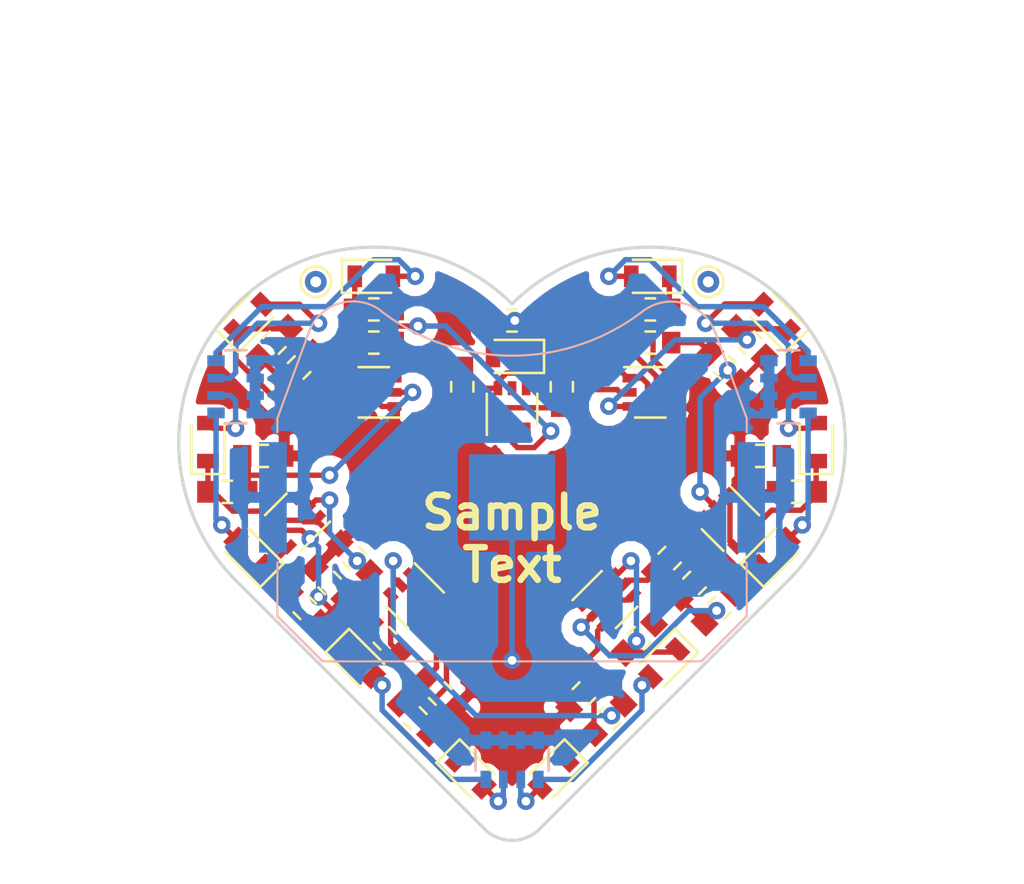
<source format=kicad_pcb>
(kicad_pcb (version 20171130) (host pcbnew "(5.0.0-rc2-dev-82-ga78607874)")

  (general
    (thickness 1.6)
    (drawings 6)
    (tracks 313)
    (zones 0)
    (modules 53)
    (nets 45)
  )

  (page A4)
  (layers
    (0 F.Cu signal)
    (31 B.Cu signal)
    (32 B.Adhes user)
    (33 F.Adhes user)
    (34 B.Paste user)
    (35 F.Paste user)
    (36 B.SilkS user)
    (37 F.SilkS user)
    (38 B.Mask user)
    (39 F.Mask user)
    (40 Dwgs.User user)
    (41 Cmts.User user)
    (42 Eco1.User user)
    (43 Eco2.User user)
    (44 Edge.Cuts user)
    (45 Margin user)
    (46 B.CrtYd user)
    (47 F.CrtYd user)
    (48 B.Fab user)
    (49 F.Fab user)
  )

  (setup
    (last_trace_width 0.25)
    (trace_clearance 0.1524)
    (zone_clearance 0.508)
    (zone_45_only no)
    (trace_min 0.1524)
    (segment_width 0.2)
    (edge_width 0.15)
    (via_size 0.8)
    (via_drill 0.4)
    (via_min_size 0.4)
    (via_min_drill 0.3)
    (uvia_size 0.3)
    (uvia_drill 0.1)
    (uvias_allowed no)
    (uvia_min_size 0.2)
    (uvia_min_drill 0.1)
    (pcb_text_width 0.3)
    (pcb_text_size 1.5 1.5)
    (mod_edge_width 0.15)
    (mod_text_size 1 1)
    (mod_text_width 0.15)
    (pad_size 1 1)
    (pad_drill 0)
    (pad_to_mask_clearance 0.2)
    (aux_axis_origin 0 0)
    (visible_elements FFFDFF7F)
    (pcbplotparams
      (layerselection 0x010fc_ffffffff)
      (usegerberextensions false)
      (usegerberattributes false)
      (usegerberadvancedattributes false)
      (creategerberjobfile false)
      (excludeedgelayer true)
      (linewidth 0.100000)
      (plotframeref false)
      (viasonmask false)
      (mode 1)
      (useauxorigin false)
      (hpglpennumber 1)
      (hpglpenspeed 20)
      (hpglpendiameter 15)
      (psnegative false)
      (psa4output false)
      (plotreference true)
      (plotvalue true)
      (plotinvisibletext false)
      (padsonsilk false)
      (subtractmaskfromsilk false)
      (outputformat 1)
      (mirror false)
      (drillshape 1)
      (scaleselection 1)
      (outputdirectory ""))
  )

  (net 0 "")
  (net 1 GND)
  (net 2 "Net-(C1-Pad1)")
  (net 3 "Net-(C2-Pad1)")
  (net 4 "Net-(C3-Pad1)")
  (net 5 "Net-(C4-Pad1)")
  (net 6 "Net-(C5-Pad1)")
  (net 7 "Net-(C6-Pad1)")
  (net 8 "Net-(C7-Pad1)")
  (net 9 "Net-(C8-Pad1)")
  (net 10 "Net-(C9-Pad1)")
  (net 11 "Net-(C10-Pad1)")
  (net 12 "Net-(C11-Pad1)")
  (net 13 "Net-(C12-Pad1)")
  (net 14 "Net-(C13-Pad1)")
  (net 15 "Net-(D1-Pad2)")
  (net 16 "Net-(D1-Pad1)")
  (net 17 "Net-(D2-Pad1)")
  (net 18 "Net-(D2-Pad2)")
  (net 19 "Net-(D3-Pad2)")
  (net 20 "Net-(D3-Pad1)")
  (net 21 "Net-(D4-Pad2)")
  (net 22 "Net-(D4-Pad1)")
  (net 23 "Net-(D5-Pad1)")
  (net 24 "Net-(D5-Pad2)")
  (net 25 "Net-(D6-Pad2)")
  (net 26 "Net-(D6-Pad1)")
  (net 27 "Net-(D7-Pad1)")
  (net 28 "Net-(D7-Pad2)")
  (net 29 "Net-(D8-Pad2)")
  (net 30 "Net-(D8-Pad1)")
  (net 31 "Net-(D9-Pad1)")
  (net 32 "Net-(D9-Pad2)")
  (net 33 "Net-(D10-Pad2)")
  (net 34 "Net-(D10-Pad1)")
  (net 35 "Net-(D11-Pad1)")
  (net 36 "Net-(D11-Pad2)")
  (net 37 "Net-(D12-Pad2)")
  (net 38 "Net-(D12-Pad1)")
  (net 39 VCC)
  (net 40 "Net-(D13-Pad1)")
  (net 41 "Net-(Q7-Pad3)")
  (net 42 "Net-(Q7-Pad5)")
  (net 43 "Net-(Q7-Pad4)")
  (net 44 "Net-(D13-Pad2)")

  (net_class Default "This is the default net class."
    (clearance 0.1524)
    (trace_width 0.25)
    (via_dia 0.8)
    (via_drill 0.4)
    (uvia_dia 0.3)
    (uvia_drill 0.1)
    (add_net GND)
    (add_net "Net-(C1-Pad1)")
    (add_net "Net-(C10-Pad1)")
    (add_net "Net-(C11-Pad1)")
    (add_net "Net-(C12-Pad1)")
    (add_net "Net-(C13-Pad1)")
    (add_net "Net-(C2-Pad1)")
    (add_net "Net-(C3-Pad1)")
    (add_net "Net-(C4-Pad1)")
    (add_net "Net-(C5-Pad1)")
    (add_net "Net-(C6-Pad1)")
    (add_net "Net-(C7-Pad1)")
    (add_net "Net-(C8-Pad1)")
    (add_net "Net-(C9-Pad1)")
    (add_net "Net-(D1-Pad1)")
    (add_net "Net-(D1-Pad2)")
    (add_net "Net-(D10-Pad1)")
    (add_net "Net-(D10-Pad2)")
    (add_net "Net-(D11-Pad1)")
    (add_net "Net-(D11-Pad2)")
    (add_net "Net-(D12-Pad1)")
    (add_net "Net-(D12-Pad2)")
    (add_net "Net-(D13-Pad1)")
    (add_net "Net-(D13-Pad2)")
    (add_net "Net-(D2-Pad1)")
    (add_net "Net-(D2-Pad2)")
    (add_net "Net-(D3-Pad1)")
    (add_net "Net-(D3-Pad2)")
    (add_net "Net-(D4-Pad1)")
    (add_net "Net-(D4-Pad2)")
    (add_net "Net-(D5-Pad1)")
    (add_net "Net-(D5-Pad2)")
    (add_net "Net-(D6-Pad1)")
    (add_net "Net-(D6-Pad2)")
    (add_net "Net-(D7-Pad1)")
    (add_net "Net-(D7-Pad2)")
    (add_net "Net-(D8-Pad1)")
    (add_net "Net-(D8-Pad2)")
    (add_net "Net-(D9-Pad1)")
    (add_net "Net-(D9-Pad2)")
    (add_net "Net-(Q7-Pad3)")
    (add_net "Net-(Q7-Pad4)")
    (add_net "Net-(Q7-Pad5)")
    (add_net VCC)
  )

  (module TestPoint:TestPoint_THTPad_D1.0mm_Drill0.5mm (layer F.Cu) (tedit 5AA10013) (tstamp 5AA10734)
    (at 67.183 30.734)
    (descr "THT pad as test Point, diameter 1.0mm, hole diameter 0.5mm")
    (tags "test point THT pad")
    (attr virtual)
    (fp_text reference REF** (at 0 -1.448) (layer F.SilkS) hide
      (effects (font (size 1 1) (thickness 0.15)))
    )
    (fp_text value TestPoint_THTPad_D1.0mm_Drill0.5mm (at 0 1.55) (layer F.Fab)
      (effects (font (size 1 1) (thickness 0.15)))
    )
    (fp_text user "" (at 0 -1.45) (layer F.Fab)
      (effects (font (size 1 1) (thickness 0.15)))
    )
    (fp_circle (center 0 0) (end 1 0) (layer F.CrtYd) (width 0.05))
    (fp_circle (center 0 0) (end 0 0.7) (layer F.SilkS) (width 0.12))
    (pad 1 np_thru_hole circle (at 0 0) (size 1 1) (drill 0.5) (layers *.Cu *.Mask))
  )

  (module LED_SMD:LED_0603_1608Metric_Pad0.67x1.00mm_HandSolder (layer F.Cu) (tedit 5AA0EAD8) (tstamp 5AA00169)
    (at 74.295 53.34 315)
    (descr "LED SMD 0603 (1608 Metric), square (rectangular) end terminal, IPC_7351 nominal, (Body size source: http://www.tortai-tech.com/upload/download/2011102023233369053.pdf), generated with kicad-footprint-generator")
    (tags "LED handsolder")
    (path /5AAA3351)
    (attr smd)
    (fp_text reference D7 (at 0 -1.65 315) (layer F.SilkS) hide
      (effects (font (size 1 1) (thickness 0.15)))
    )
    (fp_text value LED (at 0 1.65 315) (layer F.Fab)
      (effects (font (size 1 1) (thickness 0.15)))
    )
    (fp_line (start 0.8 -0.4) (end -0.5 -0.4) (layer F.Fab) (width 0.1))
    (fp_line (start -0.5 -0.4) (end -0.8 -0.1) (layer F.Fab) (width 0.1))
    (fp_line (start -0.8 -0.1) (end -0.8 0.4) (layer F.Fab) (width 0.1))
    (fp_line (start -0.8 0.4) (end 0.8 0.4) (layer F.Fab) (width 0.1))
    (fp_line (start 0.8 0.4) (end 0.8 -0.4) (layer F.Fab) (width 0.1))
    (fp_line (start 0.8 -0.76) (end -1.47 -0.76) (layer F.SilkS) (width 0.12))
    (fp_line (start -1.47 -0.76) (end -1.47 0.76) (layer F.SilkS) (width 0.12))
    (fp_line (start -1.47 0.76) (end 0.8 0.76) (layer F.SilkS) (width 0.12))
    (fp_line (start -1.46 0.75) (end -1.46 -0.75) (layer F.CrtYd) (width 0.05))
    (fp_line (start -1.46 -0.75) (end 1.46 -0.75) (layer F.CrtYd) (width 0.05))
    (fp_line (start 1.46 -0.75) (end 1.46 0.75) (layer F.CrtYd) (width 0.05))
    (fp_line (start 1.46 0.75) (end -1.46 0.75) (layer F.CrtYd) (width 0.05))
    (fp_text user %R (at 0 0 315) (layer F.Fab)
      (effects (font (size 0.5 0.5) (thickness 0.08)))
    )
    (pad 1 smd rect (at -0.874999 0 315) (size 0.67 1) (layers F.Cu F.Paste F.Mask)
      (net 27 "Net-(D7-Pad1)"))
    (pad 2 smd rect (at 0.874999 0 315) (size 0.67 1) (layers F.Cu F.Paste F.Mask)
      (net 28 "Net-(D7-Pad2)"))
    (model ${KIPRJMOD}/3D/LED_0603.wrl
      (at (xyz 0 0 0))
      (scale (xyz 1 1 1))
      (rotate (xyz 0 0 0))
    )
  )

  (module Resistor_SMD:R_0603_1608Metric_Pad0.84x1.00mm_HandSolder (layer F.Cu) (tedit 5AA0F1C6) (tstamp 5A9FFFD7)
    (at 66.675 45.72 135)
    (descr "Resistor SMD 0603 (1608 Metric), square (rectangular) end terminal, IPC_7351 nominal with elongated pad for handsoldering. (Body size source: http://www.tortai-tech.com/upload/download/2011102023233369053.pdf), generated with kicad-footprint-generator")
    (tags "resistor handsolder")
    (path /5AB4D7EC)
    (attr smd)
    (fp_text reference R9 (at 0 -1.65 135) (layer F.SilkS) hide
      (effects (font (size 1 1) (thickness 0.15)))
    )
    (fp_text value 1meg (at 0 1.65 135) (layer F.Fab)
      (effects (font (size 1 1) (thickness 0.15)))
    )
    (fp_line (start -0.8 0.4) (end -0.8 -0.4) (layer F.Fab) (width 0.1))
    (fp_line (start -0.8 -0.4) (end 0.8 -0.4) (layer F.Fab) (width 0.1))
    (fp_line (start 0.8 -0.4) (end 0.8 0.4) (layer F.Fab) (width 0.1))
    (fp_line (start 0.8 0.4) (end -0.8 0.4) (layer F.Fab) (width 0.1))
    (fp_line (start -0.22 -0.51) (end 0.22 -0.51) (layer F.SilkS) (width 0.12))
    (fp_line (start -0.22 0.51) (end 0.22 0.51) (layer F.SilkS) (width 0.12))
    (fp_line (start -1.64 0.75) (end -1.64 -0.75) (layer F.CrtYd) (width 0.05))
    (fp_line (start -1.64 -0.75) (end 1.64 -0.75) (layer F.CrtYd) (width 0.05))
    (fp_line (start 1.64 -0.75) (end 1.64 0.75) (layer F.CrtYd) (width 0.05))
    (fp_line (start 1.64 0.75) (end -1.64 0.75) (layer F.CrtYd) (width 0.05))
    (fp_text user %R (at 0 0 135) (layer F.Fab)
      (effects (font (size 0.5 0.5) (thickness 0.08)))
    )
    (pad 1 smd rect (at -0.9625 0 135) (size 0.845 1) (layers F.Cu F.Paste F.Mask)
      (net 10 "Net-(C9-Pad1)"))
    (pad 2 smd rect (at 0.9625 0 135) (size 0.845 1) (layers F.Cu F.Paste F.Mask)
      (net 31 "Net-(D9-Pad1)"))
    (model ${KISYS3DMOD}/Resistor_SMD.3dshapes/R_0603_1608Metric.wrl
      (at (xyz 0 0 0))
      (scale (xyz 1 1 1))
      (rotate (xyz 0 0 0))
    )
  )

  (module Resistor_SMD:R_0603_1608Metric_Pad0.84x1.00mm_HandSolder (layer F.Cu) (tedit 5AA0F211) (tstamp 5AA0E46C)
    (at 82.55 32.004)
    (descr "Resistor SMD 0603 (1608 Metric), square (rectangular) end terminal, IPC_7351 nominal with elongated pad for handsoldering. (Body size source: http://www.tortai-tech.com/upload/download/2011102023233369053.pdf), generated with kicad-footprint-generator")
    (tags "resistor handsolder")
    (path /5AAEA905)
    (attr smd)
    (fp_text reference R1 (at 0 -1.65) (layer F.SilkS) hide
      (effects (font (size 1 1) (thickness 0.15)))
    )
    (fp_text value 1meg (at 0 1.65) (layer F.Fab)
      (effects (font (size 1 1) (thickness 0.15)))
    )
    (fp_text user %R (at 0 0) (layer F.Fab)
      (effects (font (size 0.5 0.5) (thickness 0.08)))
    )
    (fp_line (start 1.64 0.75) (end -1.64 0.75) (layer F.CrtYd) (width 0.05))
    (fp_line (start 1.64 -0.75) (end 1.64 0.75) (layer F.CrtYd) (width 0.05))
    (fp_line (start -1.64 -0.75) (end 1.64 -0.75) (layer F.CrtYd) (width 0.05))
    (fp_line (start -1.64 0.75) (end -1.64 -0.75) (layer F.CrtYd) (width 0.05))
    (fp_line (start -0.22 0.51) (end 0.22 0.51) (layer F.SilkS) (width 0.12))
    (fp_line (start -0.22 -0.51) (end 0.22 -0.51) (layer F.SilkS) (width 0.12))
    (fp_line (start 0.8 0.4) (end -0.8 0.4) (layer F.Fab) (width 0.1))
    (fp_line (start 0.8 -0.4) (end 0.8 0.4) (layer F.Fab) (width 0.1))
    (fp_line (start -0.8 -0.4) (end 0.8 -0.4) (layer F.Fab) (width 0.1))
    (fp_line (start -0.8 0.4) (end -0.8 -0.4) (layer F.Fab) (width 0.1))
    (pad 2 smd rect (at 0.9625 0) (size 0.845 1) (layers F.Cu F.Paste F.Mask)
      (net 16 "Net-(D1-Pad1)"))
    (pad 1 smd rect (at -0.9625 0) (size 0.845 1) (layers F.Cu F.Paste F.Mask)
      (net 2 "Net-(C1-Pad1)"))
    (model ${KISYS3DMOD}/Resistor_SMD.3dshapes/R_0603_1608Metric.wrl
      (at (xyz 0 0 0))
      (scale (xyz 1 1 1))
      (rotate (xyz 0 0 0))
    )
  )

  (module Capacitor_SMD:C_0603_1608Metric_Pad0.84x1.00mm_HandSolder (layer F.Cu) (tedit 5AA0F214) (tstamp 5AA0EBBA)
    (at 82.55 33.528)
    (descr "Capacitor SMD 0603 (1608 Metric), square (rectangular) end terminal, IPC_7351 nominal with elongated pad for handsoldering. (Body size source: http://www.tortai-tech.com/upload/download/2011102023233369053.pdf), generated with kicad-footprint-generator")
    (tags "capacitor handsolder")
    (path /5A9D7CB8)
    (attr smd)
    (fp_text reference C1 (at 0 -1.65) (layer F.SilkS) hide
      (effects (font (size 1 1) (thickness 0.15)))
    )
    (fp_text value C (at 0 1.65) (layer F.Fab)
      (effects (font (size 1 1) (thickness 0.15)))
    )
    (fp_text user %R (at 0 0) (layer F.Fab)
      (effects (font (size 0.5 0.5) (thickness 0.08)))
    )
    (fp_line (start 1.64 0.75) (end -1.64 0.75) (layer F.CrtYd) (width 0.05))
    (fp_line (start 1.64 -0.75) (end 1.64 0.75) (layer F.CrtYd) (width 0.05))
    (fp_line (start -1.64 -0.75) (end 1.64 -0.75) (layer F.CrtYd) (width 0.05))
    (fp_line (start -1.64 0.75) (end -1.64 -0.75) (layer F.CrtYd) (width 0.05))
    (fp_line (start -0.22 0.51) (end 0.22 0.51) (layer F.SilkS) (width 0.12))
    (fp_line (start -0.22 -0.51) (end 0.22 -0.51) (layer F.SilkS) (width 0.12))
    (fp_line (start 0.8 0.4) (end -0.8 0.4) (layer F.Fab) (width 0.1))
    (fp_line (start 0.8 -0.4) (end 0.8 0.4) (layer F.Fab) (width 0.1))
    (fp_line (start -0.8 -0.4) (end 0.8 -0.4) (layer F.Fab) (width 0.1))
    (fp_line (start -0.8 0.4) (end -0.8 -0.4) (layer F.Fab) (width 0.1))
    (pad 2 smd rect (at 0.9625 0) (size 0.845 1) (layers F.Cu F.Paste F.Mask)
      (net 1 GND))
    (pad 1 smd rect (at -0.9625 0) (size 0.845 1) (layers F.Cu F.Paste F.Mask)
      (net 2 "Net-(C1-Pad1)"))
    (model ${KISYS3DMOD}/Capacitor_SMD.3dshapes/C_0603_1608Metric.wrl
      (at (xyz 0 0 0))
      (scale (xyz 1 1 1))
      (rotate (xyz 0 0 0))
    )
  )

  (module Capacitor_SMD:C_0603_1608Metric_Pad0.84x1.00mm_HandSolder (layer F.Cu) (tedit 5AA0F21E) (tstamp 5AA049E8)
    (at 85.979 34.671 135)
    (descr "Capacitor SMD 0603 (1608 Metric), square (rectangular) end terminal, IPC_7351 nominal with elongated pad for handsoldering. (Body size source: http://www.tortai-tech.com/upload/download/2011102023233369053.pdf), generated with kicad-footprint-generator")
    (tags "capacitor handsolder")
    (path /5A9D807A)
    (attr smd)
    (fp_text reference C2 (at 0 -1.65 135) (layer F.SilkS) hide
      (effects (font (size 1 1) (thickness 0.15)))
    )
    (fp_text value C (at 0 1.65 135) (layer F.Fab)
      (effects (font (size 1 1) (thickness 0.15)))
    )
    (fp_text user %R (at 0 0 135) (layer F.Fab)
      (effects (font (size 0.5 0.5) (thickness 0.08)))
    )
    (fp_line (start 1.64 0.75) (end -1.64 0.75) (layer F.CrtYd) (width 0.05))
    (fp_line (start 1.64 -0.75) (end 1.64 0.75) (layer F.CrtYd) (width 0.05))
    (fp_line (start -1.64 -0.75) (end 1.64 -0.75) (layer F.CrtYd) (width 0.05))
    (fp_line (start -1.64 0.75) (end -1.64 -0.75) (layer F.CrtYd) (width 0.05))
    (fp_line (start -0.22 0.51) (end 0.22 0.51) (layer F.SilkS) (width 0.12))
    (fp_line (start -0.22 -0.51) (end 0.22 -0.51) (layer F.SilkS) (width 0.12))
    (fp_line (start 0.8 0.4) (end -0.8 0.4) (layer F.Fab) (width 0.1))
    (fp_line (start 0.8 -0.4) (end 0.8 0.4) (layer F.Fab) (width 0.1))
    (fp_line (start -0.8 -0.4) (end 0.8 -0.4) (layer F.Fab) (width 0.1))
    (fp_line (start -0.8 0.4) (end -0.8 -0.4) (layer F.Fab) (width 0.1))
    (pad 2 smd rect (at 0.9625 0 135) (size 0.845 1) (layers F.Cu F.Paste F.Mask)
      (net 1 GND))
    (pad 1 smd rect (at -0.9625 0 135) (size 0.845 1) (layers F.Cu F.Paste F.Mask)
      (net 3 "Net-(C2-Pad1)"))
    (model ${KISYS3DMOD}/Capacitor_SMD.3dshapes/C_0603_1608Metric.wrl
      (at (xyz 0 0 0))
      (scale (xyz 1 1 1))
      (rotate (xyz 0 0 0))
    )
  )

  (module Capacitor_SMD:C_0603_1608Metric_Pad0.84x1.00mm_HandSolder (layer F.Cu) (tedit 5AA0F229) (tstamp 5AA002BC)
    (at 87.63 38.735 180)
    (descr "Capacitor SMD 0603 (1608 Metric), square (rectangular) end terminal, IPC_7351 nominal with elongated pad for handsoldering. (Body size source: http://www.tortai-tech.com/upload/download/2011102023233369053.pdf), generated with kicad-footprint-generator")
    (tags "capacitor handsolder")
    (path /5A9D8933)
    (attr smd)
    (fp_text reference C3 (at 0 -1.65 180) (layer F.SilkS) hide
      (effects (font (size 1 1) (thickness 0.15)))
    )
    (fp_text value C (at 0 1.65 180) (layer F.Fab)
      (effects (font (size 1 1) (thickness 0.15)))
    )
    (fp_line (start -0.8 0.4) (end -0.8 -0.4) (layer F.Fab) (width 0.1))
    (fp_line (start -0.8 -0.4) (end 0.8 -0.4) (layer F.Fab) (width 0.1))
    (fp_line (start 0.8 -0.4) (end 0.8 0.4) (layer F.Fab) (width 0.1))
    (fp_line (start 0.8 0.4) (end -0.8 0.4) (layer F.Fab) (width 0.1))
    (fp_line (start -0.22 -0.51) (end 0.22 -0.51) (layer F.SilkS) (width 0.12))
    (fp_line (start -0.22 0.51) (end 0.22 0.51) (layer F.SilkS) (width 0.12))
    (fp_line (start -1.64 0.75) (end -1.64 -0.75) (layer F.CrtYd) (width 0.05))
    (fp_line (start -1.64 -0.75) (end 1.64 -0.75) (layer F.CrtYd) (width 0.05))
    (fp_line (start 1.64 -0.75) (end 1.64 0.75) (layer F.CrtYd) (width 0.05))
    (fp_line (start 1.64 0.75) (end -1.64 0.75) (layer F.CrtYd) (width 0.05))
    (fp_text user %R (at 0 0 180) (layer F.Fab)
      (effects (font (size 0.5 0.5) (thickness 0.08)))
    )
    (pad 1 smd rect (at -0.9625 0 180) (size 0.845 1) (layers F.Cu F.Paste F.Mask)
      (net 4 "Net-(C3-Pad1)"))
    (pad 2 smd rect (at 0.9625 0 180) (size 0.845 1) (layers F.Cu F.Paste F.Mask)
      (net 1 GND))
    (model ${KISYS3DMOD}/Capacitor_SMD.3dshapes/C_0603_1608Metric.wrl
      (at (xyz 0 0 0))
      (scale (xyz 1 1 1))
      (rotate (xyz 0 0 0))
    )
  )

  (module Capacitor_SMD:C_0603_1608Metric_Pad0.84x1.00mm_HandSolder (layer F.Cu) (tedit 5AA0F230) (tstamp 5AA002AB)
    (at 84.582 44.577 45)
    (descr "Capacitor SMD 0603 (1608 Metric), square (rectangular) end terminal, IPC_7351 nominal with elongated pad for handsoldering. (Body size source: http://www.tortai-tech.com/upload/download/2011102023233369053.pdf), generated with kicad-footprint-generator")
    (tags "capacitor handsolder")
    (path /5A9D935A)
    (attr smd)
    (fp_text reference C4 (at 0 -1.65 45) (layer F.SilkS) hide
      (effects (font (size 1 1) (thickness 0.15)))
    )
    (fp_text value C (at 0 1.65 45) (layer F.Fab)
      (effects (font (size 1 1) (thickness 0.15)))
    )
    (fp_text user %R (at 0 0 45) (layer F.Fab)
      (effects (font (size 0.5 0.5) (thickness 0.08)))
    )
    (fp_line (start 1.64 0.75) (end -1.64 0.75) (layer F.CrtYd) (width 0.05))
    (fp_line (start 1.64 -0.75) (end 1.64 0.75) (layer F.CrtYd) (width 0.05))
    (fp_line (start -1.64 -0.75) (end 1.64 -0.75) (layer F.CrtYd) (width 0.05))
    (fp_line (start -1.64 0.75) (end -1.64 -0.75) (layer F.CrtYd) (width 0.05))
    (fp_line (start -0.22 0.51) (end 0.22 0.51) (layer F.SilkS) (width 0.12))
    (fp_line (start -0.22 -0.51) (end 0.22 -0.51) (layer F.SilkS) (width 0.12))
    (fp_line (start 0.8 0.4) (end -0.8 0.4) (layer F.Fab) (width 0.1))
    (fp_line (start 0.8 -0.4) (end 0.8 0.4) (layer F.Fab) (width 0.1))
    (fp_line (start -0.8 -0.4) (end 0.8 -0.4) (layer F.Fab) (width 0.1))
    (fp_line (start -0.8 0.4) (end -0.8 -0.4) (layer F.Fab) (width 0.1))
    (pad 2 smd rect (at 0.9625 0 45) (size 0.845 1) (layers F.Cu F.Paste F.Mask)
      (net 1 GND))
    (pad 1 smd rect (at -0.9625 0 45) (size 0.845 1) (layers F.Cu F.Paste F.Mask)
      (net 5 "Net-(C4-Pad1)"))
    (model ${KISYS3DMOD}/Capacitor_SMD.3dshapes/C_0603_1608Metric.wrl
      (at (xyz 0 0 0))
      (scale (xyz 1 1 1))
      (rotate (xyz 0 0 0))
    )
  )

  (module Capacitor_SMD:C_0603_1608Metric_Pad0.84x1.00mm_HandSolder (layer F.Cu) (tedit 5AA0F22C) (tstamp 5AA0029A)
    (at 83.439 43.434 45)
    (descr "Capacitor SMD 0603 (1608 Metric), square (rectangular) end terminal, IPC_7351 nominal with elongated pad for handsoldering. (Body size source: http://www.tortai-tech.com/upload/download/2011102023233369053.pdf), generated with kicad-footprint-generator")
    (tags "capacitor handsolder")
    (path /5A9DA1A0)
    (attr smd)
    (fp_text reference C5 (at 0 -1.65 45) (layer F.SilkS) hide
      (effects (font (size 1 1) (thickness 0.15)))
    )
    (fp_text value C (at 0 1.65 45) (layer F.Fab)
      (effects (font (size 1 1) (thickness 0.15)))
    )
    (fp_line (start -0.8 0.4) (end -0.8 -0.4) (layer F.Fab) (width 0.1))
    (fp_line (start -0.8 -0.4) (end 0.8 -0.4) (layer F.Fab) (width 0.1))
    (fp_line (start 0.8 -0.4) (end 0.8 0.4) (layer F.Fab) (width 0.1))
    (fp_line (start 0.8 0.4) (end -0.8 0.4) (layer F.Fab) (width 0.1))
    (fp_line (start -0.22 -0.51) (end 0.22 -0.51) (layer F.SilkS) (width 0.12))
    (fp_line (start -0.22 0.51) (end 0.22 0.51) (layer F.SilkS) (width 0.12))
    (fp_line (start -1.64 0.75) (end -1.64 -0.75) (layer F.CrtYd) (width 0.05))
    (fp_line (start -1.64 -0.75) (end 1.64 -0.75) (layer F.CrtYd) (width 0.05))
    (fp_line (start 1.64 -0.75) (end 1.64 0.75) (layer F.CrtYd) (width 0.05))
    (fp_line (start 1.64 0.75) (end -1.64 0.75) (layer F.CrtYd) (width 0.05))
    (fp_text user %R (at 0 0 45) (layer F.Fab)
      (effects (font (size 0.5 0.5) (thickness 0.08)))
    )
    (pad 1 smd rect (at -0.9625 0 45) (size 0.845 1) (layers F.Cu F.Paste F.Mask)
      (net 6 "Net-(C5-Pad1)"))
    (pad 2 smd rect (at 0.9625 0 45) (size 0.845 1) (layers F.Cu F.Paste F.Mask)
      (net 1 GND))
    (model ${KISYS3DMOD}/Capacitor_SMD.3dshapes/C_0603_1608Metric.wrl
      (at (xyz 0 0 0))
      (scale (xyz 1 1 1))
      (rotate (xyz 0 0 0))
    )
  )

  (module Capacitor_SMD:C_0603_1608Metric_Pad0.84x1.00mm_HandSolder (layer F.Cu) (tedit 5AA0F23E) (tstamp 5AA0AD6D)
    (at 79.502 49.657 225)
    (descr "Capacitor SMD 0603 (1608 Metric), square (rectangular) end terminal, IPC_7351 nominal with elongated pad for handsoldering. (Body size source: http://www.tortai-tech.com/upload/download/2011102023233369053.pdf), generated with kicad-footprint-generator")
    (tags "capacitor handsolder")
    (path /5A9DB552)
    (attr smd)
    (fp_text reference C6 (at 0 -1.65 225) (layer F.SilkS) hide
      (effects (font (size 1 1) (thickness 0.15)))
    )
    (fp_text value C (at 0 1.65 225) (layer F.Fab)
      (effects (font (size 1 1) (thickness 0.15)))
    )
    (fp_text user %R (at 0 0 225) (layer F.Fab)
      (effects (font (size 0.5 0.5) (thickness 0.08)))
    )
    (fp_line (start 1.64 0.75) (end -1.64 0.75) (layer F.CrtYd) (width 0.05))
    (fp_line (start 1.64 -0.75) (end 1.64 0.75) (layer F.CrtYd) (width 0.05))
    (fp_line (start -1.64 -0.75) (end 1.64 -0.75) (layer F.CrtYd) (width 0.05))
    (fp_line (start -1.64 0.75) (end -1.64 -0.75) (layer F.CrtYd) (width 0.05))
    (fp_line (start -0.22 0.51) (end 0.22 0.51) (layer F.SilkS) (width 0.12))
    (fp_line (start -0.22 -0.51) (end 0.22 -0.51) (layer F.SilkS) (width 0.12))
    (fp_line (start 0.8 0.4) (end -0.8 0.4) (layer F.Fab) (width 0.1))
    (fp_line (start 0.8 -0.4) (end 0.8 0.4) (layer F.Fab) (width 0.1))
    (fp_line (start -0.8 -0.4) (end 0.8 -0.4) (layer F.Fab) (width 0.1))
    (fp_line (start -0.8 0.4) (end -0.8 -0.4) (layer F.Fab) (width 0.1))
    (pad 2 smd rect (at 0.9625 0 225) (size 0.845 1) (layers F.Cu F.Paste F.Mask)
      (net 1 GND))
    (pad 1 smd rect (at -0.9625 0 225) (size 0.845 1) (layers F.Cu F.Paste F.Mask)
      (net 7 "Net-(C6-Pad1)"))
    (model ${KISYS3DMOD}/Capacitor_SMD.3dshapes/C_0603_1608Metric.wrl
      (at (xyz 0 0 0))
      (scale (xyz 1 1 1))
      (rotate (xyz 0 0 0))
    )
  )

  (module Capacitor_SMD:C_0603_1608Metric_Pad0.84x1.00mm_HandSolder (layer F.Cu) (tedit 5AA0F1BC) (tstamp 5AA0D951)
    (at 72.898 49.657 315)
    (descr "Capacitor SMD 0603 (1608 Metric), square (rectangular) end terminal, IPC_7351 nominal with elongated pad for handsoldering. (Body size source: http://www.tortai-tech.com/upload/download/2011102023233369053.pdf), generated with kicad-footprint-generator")
    (tags "capacitor handsolder")
    (path /5A9DCF59)
    (attr smd)
    (fp_text reference C7 (at 0 -1.65 315) (layer F.SilkS) hide
      (effects (font (size 1 1) (thickness 0.15)))
    )
    (fp_text value C (at 0 1.65 315) (layer F.Fab)
      (effects (font (size 1 1) (thickness 0.15)))
    )
    (fp_line (start -0.8 0.4) (end -0.8 -0.4) (layer F.Fab) (width 0.1))
    (fp_line (start -0.8 -0.4) (end 0.8 -0.4) (layer F.Fab) (width 0.1))
    (fp_line (start 0.8 -0.4) (end 0.8 0.4) (layer F.Fab) (width 0.1))
    (fp_line (start 0.8 0.4) (end -0.8 0.4) (layer F.Fab) (width 0.1))
    (fp_line (start -0.22 -0.51) (end 0.22 -0.51) (layer F.SilkS) (width 0.12))
    (fp_line (start -0.22 0.51) (end 0.22 0.51) (layer F.SilkS) (width 0.12))
    (fp_line (start -1.64 0.75) (end -1.64 -0.75) (layer F.CrtYd) (width 0.05))
    (fp_line (start -1.64 -0.75) (end 1.64 -0.75) (layer F.CrtYd) (width 0.05))
    (fp_line (start 1.64 -0.75) (end 1.64 0.75) (layer F.CrtYd) (width 0.05))
    (fp_line (start 1.64 0.75) (end -1.64 0.75) (layer F.CrtYd) (width 0.05))
    (fp_text user %R (at 0 0 315) (layer F.Fab)
      (effects (font (size 0.5 0.5) (thickness 0.08)))
    )
    (pad 1 smd rect (at -0.9625 0 315) (size 0.845 1) (layers F.Cu F.Paste F.Mask)
      (net 8 "Net-(C7-Pad1)"))
    (pad 2 smd rect (at 0.9625 0 315) (size 0.845 1) (layers F.Cu F.Paste F.Mask)
      (net 1 GND))
    (model ${KISYS3DMOD}/Capacitor_SMD.3dshapes/C_0603_1608Metric.wrl
      (at (xyz 0 0 0))
      (scale (xyz 1 1 1))
      (rotate (xyz 0 0 0))
    )
  )

  (module Capacitor_SMD:C_0603_1608Metric_Pad0.84x1.00mm_HandSolder (layer F.Cu) (tedit 5AA0F1CF) (tstamp 5AA0B8E8)
    (at 68.961 43.434 135)
    (descr "Capacitor SMD 0603 (1608 Metric), square (rectangular) end terminal, IPC_7351 nominal with elongated pad for handsoldering. (Body size source: http://www.tortai-tech.com/upload/download/2011102023233369053.pdf), generated with kicad-footprint-generator")
    (tags "capacitor handsolder")
    (path /5A9DF070)
    (attr smd)
    (fp_text reference C8 (at 0 -1.65 135) (layer F.SilkS) hide
      (effects (font (size 1 1) (thickness 0.15)))
    )
    (fp_text value C (at 0 1.65 135) (layer F.Fab)
      (effects (font (size 1 1) (thickness 0.15)))
    )
    (fp_text user %R (at 0 0 135) (layer F.Fab)
      (effects (font (size 0.5 0.5) (thickness 0.08)))
    )
    (fp_line (start 1.64 0.75) (end -1.64 0.75) (layer F.CrtYd) (width 0.05))
    (fp_line (start 1.64 -0.75) (end 1.64 0.75) (layer F.CrtYd) (width 0.05))
    (fp_line (start -1.64 -0.75) (end 1.64 -0.75) (layer F.CrtYd) (width 0.05))
    (fp_line (start -1.64 0.75) (end -1.64 -0.75) (layer F.CrtYd) (width 0.05))
    (fp_line (start -0.22 0.51) (end 0.22 0.51) (layer F.SilkS) (width 0.12))
    (fp_line (start -0.22 -0.51) (end 0.22 -0.51) (layer F.SilkS) (width 0.12))
    (fp_line (start 0.8 0.4) (end -0.8 0.4) (layer F.Fab) (width 0.1))
    (fp_line (start 0.8 -0.4) (end 0.8 0.4) (layer F.Fab) (width 0.1))
    (fp_line (start -0.8 -0.4) (end 0.8 -0.4) (layer F.Fab) (width 0.1))
    (fp_line (start -0.8 0.4) (end -0.8 -0.4) (layer F.Fab) (width 0.1))
    (pad 2 smd rect (at 0.9625 0 135) (size 0.845 1) (layers F.Cu F.Paste F.Mask)
      (net 1 GND))
    (pad 1 smd rect (at -0.9625 0 135) (size 0.845 1) (layers F.Cu F.Paste F.Mask)
      (net 9 "Net-(C8-Pad1)"))
    (model ${KISYS3DMOD}/Capacitor_SMD.3dshapes/C_0603_1608Metric.wrl
      (at (xyz 0 0 0))
      (scale (xyz 1 1 1))
      (rotate (xyz 0 0 0))
    )
  )

  (module Capacitor_SMD:C_0603_1608Metric_Pad0.84x1.00mm_HandSolder (layer F.Cu) (tedit 5AA0F1CB) (tstamp 5AA0B918)
    (at 67.818 44.577 135)
    (descr "Capacitor SMD 0603 (1608 Metric), square (rectangular) end terminal, IPC_7351 nominal with elongated pad for handsoldering. (Body size source: http://www.tortai-tech.com/upload/download/2011102023233369053.pdf), generated with kicad-footprint-generator")
    (tags "capacitor handsolder")
    (path /5A9E19A4)
    (attr smd)
    (fp_text reference C9 (at 0 -1.65 135) (layer F.SilkS) hide
      (effects (font (size 1 1) (thickness 0.15)))
    )
    (fp_text value C (at 0 1.65 135) (layer F.Fab)
      (effects (font (size 1 1) (thickness 0.15)))
    )
    (fp_line (start -0.8 0.4) (end -0.8 -0.4) (layer F.Fab) (width 0.1))
    (fp_line (start -0.8 -0.4) (end 0.8 -0.4) (layer F.Fab) (width 0.1))
    (fp_line (start 0.8 -0.4) (end 0.8 0.4) (layer F.Fab) (width 0.1))
    (fp_line (start 0.8 0.4) (end -0.8 0.4) (layer F.Fab) (width 0.1))
    (fp_line (start -0.22 -0.51) (end 0.22 -0.51) (layer F.SilkS) (width 0.12))
    (fp_line (start -0.22 0.51) (end 0.22 0.51) (layer F.SilkS) (width 0.12))
    (fp_line (start -1.64 0.75) (end -1.64 -0.75) (layer F.CrtYd) (width 0.05))
    (fp_line (start -1.64 -0.75) (end 1.64 -0.75) (layer F.CrtYd) (width 0.05))
    (fp_line (start 1.64 -0.75) (end 1.64 0.75) (layer F.CrtYd) (width 0.05))
    (fp_line (start 1.64 0.75) (end -1.64 0.75) (layer F.CrtYd) (width 0.05))
    (fp_text user %R (at 0 0 135) (layer F.Fab)
      (effects (font (size 0.5 0.5) (thickness 0.08)))
    )
    (pad 1 smd rect (at -0.9625 0 135) (size 0.845 1) (layers F.Cu F.Paste F.Mask)
      (net 10 "Net-(C9-Pad1)"))
    (pad 2 smd rect (at 0.9625 0 135) (size 0.845 1) (layers F.Cu F.Paste F.Mask)
      (net 1 GND))
    (model ${KISYS3DMOD}/Capacitor_SMD.3dshapes/C_0603_1608Metric.wrl
      (at (xyz 0 0 0))
      (scale (xyz 1 1 1))
      (rotate (xyz 0 0 0))
    )
  )

  (module Capacitor_SMD:C_0603_1608Metric_Pad0.84x1.00mm_HandSolder (layer F.Cu) (tedit 5AA0F1EB) (tstamp 5AA0FDBB)
    (at 64.77 38.735)
    (descr "Capacitor SMD 0603 (1608 Metric), square (rectangular) end terminal, IPC_7351 nominal with elongated pad for handsoldering. (Body size source: http://www.tortai-tech.com/upload/download/2011102023233369053.pdf), generated with kicad-footprint-generator")
    (tags "capacitor handsolder")
    (path /5A9E4BC8)
    (attr smd)
    (fp_text reference C10 (at 0 -1.65) (layer F.SilkS) hide
      (effects (font (size 1 1) (thickness 0.15)))
    )
    (fp_text value C (at 0 1.65) (layer F.Fab)
      (effects (font (size 1 1) (thickness 0.15)))
    )
    (fp_text user %R (at 0 0) (layer F.Fab)
      (effects (font (size 0.5 0.5) (thickness 0.08)))
    )
    (fp_line (start 1.64 0.75) (end -1.64 0.75) (layer F.CrtYd) (width 0.05))
    (fp_line (start 1.64 -0.75) (end 1.64 0.75) (layer F.CrtYd) (width 0.05))
    (fp_line (start -1.64 -0.75) (end 1.64 -0.75) (layer F.CrtYd) (width 0.05))
    (fp_line (start -1.64 0.75) (end -1.64 -0.75) (layer F.CrtYd) (width 0.05))
    (fp_line (start -0.22 0.51) (end 0.22 0.51) (layer F.SilkS) (width 0.12))
    (fp_line (start -0.22 -0.51) (end 0.22 -0.51) (layer F.SilkS) (width 0.12))
    (fp_line (start 0.8 0.4) (end -0.8 0.4) (layer F.Fab) (width 0.1))
    (fp_line (start 0.8 -0.4) (end 0.8 0.4) (layer F.Fab) (width 0.1))
    (fp_line (start -0.8 -0.4) (end 0.8 -0.4) (layer F.Fab) (width 0.1))
    (fp_line (start -0.8 0.4) (end -0.8 -0.4) (layer F.Fab) (width 0.1))
    (pad 2 smd rect (at 0.9625 0) (size 0.845 1) (layers F.Cu F.Paste F.Mask)
      (net 1 GND))
    (pad 1 smd rect (at -0.9625 0) (size 0.845 1) (layers F.Cu F.Paste F.Mask)
      (net 11 "Net-(C10-Pad1)"))
    (model ${KISYS3DMOD}/Capacitor_SMD.3dshapes/C_0603_1608Metric.wrl
      (at (xyz 0 0 0))
      (scale (xyz 1 1 1))
      (rotate (xyz 0 0 0))
    )
  )

  (module Capacitor_SMD:C_0603_1608Metric_Pad0.84x1.00mm_HandSolder (layer F.Cu) (tedit 5AA0F1E7) (tstamp 5AA0B978)
    (at 66.421 34.671 45)
    (descr "Capacitor SMD 0603 (1608 Metric), square (rectangular) end terminal, IPC_7351 nominal with elongated pad for handsoldering. (Body size source: http://www.tortai-tech.com/upload/download/2011102023233369053.pdf), generated with kicad-footprint-generator")
    (tags "capacitor handsolder")
    (path /5A9E8667)
    (attr smd)
    (fp_text reference C11 (at 0 -1.65 45) (layer F.SilkS) hide
      (effects (font (size 1 1) (thickness 0.15)))
    )
    (fp_text value C (at 0 1.65 45) (layer F.Fab)
      (effects (font (size 1 1) (thickness 0.15)))
    )
    (fp_line (start -0.8 0.4) (end -0.8 -0.4) (layer F.Fab) (width 0.1))
    (fp_line (start -0.8 -0.4) (end 0.8 -0.4) (layer F.Fab) (width 0.1))
    (fp_line (start 0.8 -0.4) (end 0.8 0.4) (layer F.Fab) (width 0.1))
    (fp_line (start 0.8 0.4) (end -0.8 0.4) (layer F.Fab) (width 0.1))
    (fp_line (start -0.22 -0.51) (end 0.22 -0.51) (layer F.SilkS) (width 0.12))
    (fp_line (start -0.22 0.51) (end 0.22 0.51) (layer F.SilkS) (width 0.12))
    (fp_line (start -1.64 0.75) (end -1.64 -0.75) (layer F.CrtYd) (width 0.05))
    (fp_line (start -1.64 -0.75) (end 1.64 -0.75) (layer F.CrtYd) (width 0.05))
    (fp_line (start 1.64 -0.75) (end 1.64 0.75) (layer F.CrtYd) (width 0.05))
    (fp_line (start 1.64 0.75) (end -1.64 0.75) (layer F.CrtYd) (width 0.05))
    (fp_text user %R (at 0 0 45) (layer F.Fab)
      (effects (font (size 0.5 0.5) (thickness 0.08)))
    )
    (pad 1 smd rect (at -0.9625 0 45) (size 0.845 1) (layers F.Cu F.Paste F.Mask)
      (net 12 "Net-(C11-Pad1)"))
    (pad 2 smd rect (at 0.9625 0 45) (size 0.845 1) (layers F.Cu F.Paste F.Mask)
      (net 1 GND))
    (model ${KISYS3DMOD}/Capacitor_SMD.3dshapes/C_0603_1608Metric.wrl
      (at (xyz 0 0 0))
      (scale (xyz 1 1 1))
      (rotate (xyz 0 0 0))
    )
  )

  (module Capacitor_SMD:C_0603_1608Metric_Pad0.84x1.00mm_HandSolder (layer F.Cu) (tedit 5AA0F1F4) (tstamp 5AA102D1)
    (at 69.85 33.528 180)
    (descr "Capacitor SMD 0603 (1608 Metric), square (rectangular) end terminal, IPC_7351 nominal with elongated pad for handsoldering. (Body size source: http://www.tortai-tech.com/upload/download/2011102023233369053.pdf), generated with kicad-footprint-generator")
    (tags "capacitor handsolder")
    (path /5A9ECC03)
    (attr smd)
    (fp_text reference C12 (at 0 -1.65 180) (layer F.SilkS) hide
      (effects (font (size 1 1) (thickness 0.15)))
    )
    (fp_text value C (at 0 1.65 180) (layer F.Fab)
      (effects (font (size 1 1) (thickness 0.15)))
    )
    (fp_text user %R (at 0 0 180) (layer F.Fab)
      (effects (font (size 0.5 0.5) (thickness 0.08)))
    )
    (fp_line (start 1.64 0.75) (end -1.64 0.75) (layer F.CrtYd) (width 0.05))
    (fp_line (start 1.64 -0.75) (end 1.64 0.75) (layer F.CrtYd) (width 0.05))
    (fp_line (start -1.64 -0.75) (end 1.64 -0.75) (layer F.CrtYd) (width 0.05))
    (fp_line (start -1.64 0.75) (end -1.64 -0.75) (layer F.CrtYd) (width 0.05))
    (fp_line (start -0.22 0.51) (end 0.22 0.51) (layer F.SilkS) (width 0.12))
    (fp_line (start -0.22 -0.51) (end 0.22 -0.51) (layer F.SilkS) (width 0.12))
    (fp_line (start 0.8 0.4) (end -0.8 0.4) (layer F.Fab) (width 0.1))
    (fp_line (start 0.8 -0.4) (end 0.8 0.4) (layer F.Fab) (width 0.1))
    (fp_line (start -0.8 -0.4) (end 0.8 -0.4) (layer F.Fab) (width 0.1))
    (fp_line (start -0.8 0.4) (end -0.8 -0.4) (layer F.Fab) (width 0.1))
    (pad 2 smd rect (at 0.9625 0 180) (size 0.845 1) (layers F.Cu F.Paste F.Mask)
      (net 1 GND))
    (pad 1 smd rect (at -0.9625 0 180) (size 0.845 1) (layers F.Cu F.Paste F.Mask)
      (net 13 "Net-(C12-Pad1)"))
    (model ${KISYS3DMOD}/Capacitor_SMD.3dshapes/C_0603_1608Metric.wrl
      (at (xyz 0 0 0))
      (scale (xyz 1 1 1))
      (rotate (xyz 0 0 0))
    )
  )

  (module Capacitor_SMD:C_0603_1608Metric_Pad0.84x1.00mm_HandSolder (layer F.Cu) (tedit 5AA0F201) (tstamp 5AB70AFD)
    (at 78.486 35.56 90)
    (descr "Capacitor SMD 0603 (1608 Metric), square (rectangular) end terminal, IPC_7351 nominal with elongated pad for handsoldering. (Body size source: http://www.tortai-tech.com/upload/download/2011102023233369053.pdf), generated with kicad-footprint-generator")
    (tags "capacitor handsolder")
    (path /5A9D6A27)
    (attr smd)
    (fp_text reference C13 (at 0 -1.65 90) (layer F.SilkS) hide
      (effects (font (size 1 1) (thickness 0.15)))
    )
    (fp_text value C (at 0 1.65 90) (layer F.Fab)
      (effects (font (size 1 1) (thickness 0.15)))
    )
    (fp_line (start -0.8 0.4) (end -0.8 -0.4) (layer F.Fab) (width 0.1))
    (fp_line (start -0.8 -0.4) (end 0.8 -0.4) (layer F.Fab) (width 0.1))
    (fp_line (start 0.8 -0.4) (end 0.8 0.4) (layer F.Fab) (width 0.1))
    (fp_line (start 0.8 0.4) (end -0.8 0.4) (layer F.Fab) (width 0.1))
    (fp_line (start -0.22 -0.51) (end 0.22 -0.51) (layer F.SilkS) (width 0.12))
    (fp_line (start -0.22 0.51) (end 0.22 0.51) (layer F.SilkS) (width 0.12))
    (fp_line (start -1.64 0.75) (end -1.64 -0.75) (layer F.CrtYd) (width 0.05))
    (fp_line (start -1.64 -0.75) (end 1.64 -0.75) (layer F.CrtYd) (width 0.05))
    (fp_line (start 1.64 -0.75) (end 1.64 0.75) (layer F.CrtYd) (width 0.05))
    (fp_line (start 1.64 0.75) (end -1.64 0.75) (layer F.CrtYd) (width 0.05))
    (fp_text user %R (at 0 0 90) (layer F.Fab)
      (effects (font (size 0.5 0.5) (thickness 0.08)))
    )
    (pad 1 smd rect (at -0.9625 0 90) (size 0.845 1) (layers F.Cu F.Paste F.Mask)
      (net 14 "Net-(C13-Pad1)"))
    (pad 2 smd rect (at 0.9625 0 90) (size 0.845 1) (layers F.Cu F.Paste F.Mask)
      (net 1 GND))
    (model ${KISYS3DMOD}/Capacitor_SMD.3dshapes/C_0603_1608Metric.wrl
      (at (xyz 0 0 0))
      (scale (xyz 1 1 1))
      (rotate (xyz 0 0 0))
    )
  )

  (module LED_SMD:LED_0603_1608Metric_Pad0.67x1.00mm_HandSolder (layer F.Cu) (tedit 5AA0EAFD) (tstamp 5AA00201)
    (at 88.265 43.18 45)
    (descr "LED SMD 0603 (1608 Metric), square (rectangular) end terminal, IPC_7351 nominal, (Body size source: http://www.tortai-tech.com/upload/download/2011102023233369053.pdf), generated with kicad-footprint-generator")
    (tags "LED handsolder")
    (path /5A9D892C)
    (attr smd)
    (fp_text reference D4 (at 0 -1.65 45) (layer F.SilkS) hide
      (effects (font (size 1 1) (thickness 0.15)))
    )
    (fp_text value LED (at 0 1.65 45) (layer F.Fab)
      (effects (font (size 1 1) (thickness 0.15)))
    )
    (fp_line (start 0.8 -0.4) (end -0.5 -0.4) (layer F.Fab) (width 0.1))
    (fp_line (start -0.5 -0.4) (end -0.8 -0.1) (layer F.Fab) (width 0.1))
    (fp_line (start -0.8 -0.1) (end -0.8 0.4) (layer F.Fab) (width 0.1))
    (fp_line (start -0.8 0.4) (end 0.8 0.4) (layer F.Fab) (width 0.1))
    (fp_line (start 0.8 0.4) (end 0.8 -0.4) (layer F.Fab) (width 0.1))
    (fp_line (start 0.8 -0.76) (end -1.47 -0.76) (layer F.SilkS) (width 0.12))
    (fp_line (start -1.47 -0.76) (end -1.47 0.76) (layer F.SilkS) (width 0.12))
    (fp_line (start -1.47 0.76) (end 0.8 0.76) (layer F.SilkS) (width 0.12))
    (fp_line (start -1.46 0.75) (end -1.46 -0.75) (layer F.CrtYd) (width 0.05))
    (fp_line (start -1.46 -0.75) (end 1.46 -0.75) (layer F.CrtYd) (width 0.05))
    (fp_line (start 1.46 -0.75) (end 1.46 0.75) (layer F.CrtYd) (width 0.05))
    (fp_line (start 1.46 0.75) (end -1.46 0.75) (layer F.CrtYd) (width 0.05))
    (fp_text user %R (at 0 0 45) (layer F.Fab)
      (effects (font (size 0.5 0.5) (thickness 0.08)))
    )
    (pad 1 smd rect (at -0.874999 0 45) (size 0.67 1) (layers F.Cu F.Paste F.Mask)
      (net 22 "Net-(D4-Pad1)"))
    (pad 2 smd rect (at 0.874999 0 45) (size 0.67 1) (layers F.Cu F.Paste F.Mask)
      (net 21 "Net-(D4-Pad2)"))
    (model ${KIPRJMOD}/3D/LED_0603.wrl
      (at (xyz 0 0 0))
      (scale (xyz 1 1 1))
      (rotate (xyz 0 0 0))
    )
  )

  (module LED_SMD:LED_0603_1608Metric_Pad0.67x1.00mm_HandSolder (layer F.Cu) (tedit 5AA0EAB6) (tstamp 5AA001EE)
    (at 64.135 32.385 45)
    (descr "LED SMD 0603 (1608 Metric), square (rectangular) end terminal, IPC_7351 nominal, (Body size source: http://www.tortai-tech.com/upload/download/2011102023233369053.pdf), generated with kicad-footprint-generator")
    (tags "LED handsolder")
    (path /5AAD63E0)
    (attr smd)
    (fp_text reference D11 (at 0 -1.65 45) (layer F.SilkS) hide
      (effects (font (size 1 1) (thickness 0.15)))
    )
    (fp_text value LED (at 0 1.65 45) (layer F.Fab)
      (effects (font (size 1 1) (thickness 0.15)))
    )
    (fp_text user %R (at 0 0 45) (layer F.Fab)
      (effects (font (size 0.5 0.5) (thickness 0.08)))
    )
    (fp_line (start 1.46 0.75) (end -1.46 0.75) (layer F.CrtYd) (width 0.05))
    (fp_line (start 1.46 -0.75) (end 1.46 0.75) (layer F.CrtYd) (width 0.05))
    (fp_line (start -1.46 -0.75) (end 1.46 -0.75) (layer F.CrtYd) (width 0.05))
    (fp_line (start -1.46 0.75) (end -1.46 -0.75) (layer F.CrtYd) (width 0.05))
    (fp_line (start -1.47 0.76) (end 0.8 0.76) (layer F.SilkS) (width 0.12))
    (fp_line (start -1.47 -0.76) (end -1.47 0.76) (layer F.SilkS) (width 0.12))
    (fp_line (start 0.8 -0.76) (end -1.47 -0.76) (layer F.SilkS) (width 0.12))
    (fp_line (start 0.8 0.4) (end 0.8 -0.4) (layer F.Fab) (width 0.1))
    (fp_line (start -0.8 0.4) (end 0.8 0.4) (layer F.Fab) (width 0.1))
    (fp_line (start -0.8 -0.1) (end -0.8 0.4) (layer F.Fab) (width 0.1))
    (fp_line (start -0.5 -0.4) (end -0.8 -0.1) (layer F.Fab) (width 0.1))
    (fp_line (start 0.8 -0.4) (end -0.5 -0.4) (layer F.Fab) (width 0.1))
    (pad 2 smd rect (at 0.874999 0 45) (size 0.67 1) (layers F.Cu F.Paste F.Mask)
      (net 36 "Net-(D11-Pad2)"))
    (pad 1 smd rect (at -0.874999 0 45) (size 0.67 1) (layers F.Cu F.Paste F.Mask)
      (net 35 "Net-(D11-Pad1)"))
    (model ${KIPRJMOD}/3D/LED_0603.wrl
      (at (xyz 0 0 0))
      (scale (xyz 1 1 1))
      (rotate (xyz 0 0 0))
    )
  )

  (module LED_SMD:LED_0603_1608Metric_Pad0.67x1.00mm_HandSolder (layer F.Cu) (tedit 5AA0EB0C) (tstamp 5AA001DB)
    (at 76.2 34.163 180)
    (descr "LED SMD 0603 (1608 Metric), square (rectangular) end terminal, IPC_7351 nominal, (Body size source: http://www.tortai-tech.com/upload/download/2011102023233369053.pdf), generated with kicad-footprint-generator")
    (tags "LED handsolder")
    (path /5A9ECBFC)
    (attr smd)
    (fp_text reference D13 (at 0 -1.65 180) (layer F.SilkS) hide
      (effects (font (size 1 1) (thickness 0.15)))
    )
    (fp_text value LED (at 0 1.65 180) (layer F.Fab)
      (effects (font (size 1 1) (thickness 0.15)))
    )
    (fp_line (start 0.8 -0.4) (end -0.5 -0.4) (layer F.Fab) (width 0.1))
    (fp_line (start -0.5 -0.4) (end -0.8 -0.1) (layer F.Fab) (width 0.1))
    (fp_line (start -0.8 -0.1) (end -0.8 0.4) (layer F.Fab) (width 0.1))
    (fp_line (start -0.8 0.4) (end 0.8 0.4) (layer F.Fab) (width 0.1))
    (fp_line (start 0.8 0.4) (end 0.8 -0.4) (layer F.Fab) (width 0.1))
    (fp_line (start 0.8 -0.76) (end -1.47 -0.76) (layer F.SilkS) (width 0.12))
    (fp_line (start -1.47 -0.76) (end -1.47 0.76) (layer F.SilkS) (width 0.12))
    (fp_line (start -1.47 0.76) (end 0.8 0.76) (layer F.SilkS) (width 0.12))
    (fp_line (start -1.46 0.75) (end -1.46 -0.75) (layer F.CrtYd) (width 0.05))
    (fp_line (start -1.46 -0.75) (end 1.46 -0.75) (layer F.CrtYd) (width 0.05))
    (fp_line (start 1.46 -0.75) (end 1.46 0.75) (layer F.CrtYd) (width 0.05))
    (fp_line (start 1.46 0.75) (end -1.46 0.75) (layer F.CrtYd) (width 0.05))
    (fp_text user %R (at 0 0 180) (layer F.Fab)
      (effects (font (size 0.5 0.5) (thickness 0.08)))
    )
    (pad 1 smd rect (at -0.875 0 180) (size 0.67 1) (layers F.Cu F.Paste F.Mask)
      (net 40 "Net-(D13-Pad1)"))
    (pad 2 smd rect (at 0.875 0 180) (size 0.67 1) (layers F.Cu F.Paste F.Mask)
      (net 44 "Net-(D13-Pad2)"))
    (model ${KIPRJMOD}/3D/LED_0603.wrl
      (at (xyz 0 0 0))
      (scale (xyz 1 1 1))
      (rotate (xyz 0 0 0))
    )
  )

  (module LED_SMD:LED_0603_1608Metric_Pad0.67x1.00mm_HandSolder (layer F.Cu) (tedit 5AA0EB08) (tstamp 5AA0E4EF)
    (at 82.55 30.48 180)
    (descr "LED SMD 0603 (1608 Metric), square (rectangular) end terminal, IPC_7351 nominal, (Body size source: http://www.tortai-tech.com/upload/download/2011102023233369053.pdf), generated with kicad-footprint-generator")
    (tags "LED handsolder")
    (path /5A9D6997)
    (attr smd)
    (fp_text reference D1 (at 0 -1.65 180) (layer F.SilkS) hide
      (effects (font (size 1 1) (thickness 0.15)))
    )
    (fp_text value LED (at 0 1.65 180) (layer F.Fab)
      (effects (font (size 1 1) (thickness 0.15)))
    )
    (fp_text user %R (at 0 0 180) (layer F.Fab)
      (effects (font (size 0.5 0.5) (thickness 0.08)))
    )
    (fp_line (start 1.46 0.75) (end -1.46 0.75) (layer F.CrtYd) (width 0.05))
    (fp_line (start 1.46 -0.75) (end 1.46 0.75) (layer F.CrtYd) (width 0.05))
    (fp_line (start -1.46 -0.75) (end 1.46 -0.75) (layer F.CrtYd) (width 0.05))
    (fp_line (start -1.46 0.75) (end -1.46 -0.75) (layer F.CrtYd) (width 0.05))
    (fp_line (start -1.47 0.76) (end 0.8 0.76) (layer F.SilkS) (width 0.12))
    (fp_line (start -1.47 -0.76) (end -1.47 0.76) (layer F.SilkS) (width 0.12))
    (fp_line (start 0.8 -0.76) (end -1.47 -0.76) (layer F.SilkS) (width 0.12))
    (fp_line (start 0.8 0.4) (end 0.8 -0.4) (layer F.Fab) (width 0.1))
    (fp_line (start -0.8 0.4) (end 0.8 0.4) (layer F.Fab) (width 0.1))
    (fp_line (start -0.8 -0.1) (end -0.8 0.4) (layer F.Fab) (width 0.1))
    (fp_line (start -0.5 -0.4) (end -0.8 -0.1) (layer F.Fab) (width 0.1))
    (fp_line (start 0.8 -0.4) (end -0.5 -0.4) (layer F.Fab) (width 0.1))
    (pad 2 smd rect (at 0.875 0 180) (size 0.67 1) (layers F.Cu F.Paste F.Mask)
      (net 15 "Net-(D1-Pad2)"))
    (pad 1 smd rect (at -0.875 0 180) (size 0.67 1) (layers F.Cu F.Paste F.Mask)
      (net 16 "Net-(D1-Pad1)"))
    (model ${KIPRJMOD}/3D/LED_0603.wrl
      (at (xyz 0 0 0))
      (scale (xyz 1 1 1))
      (rotate (xyz 0 0 0))
    )
  )

  (module LED_SMD:LED_0603_1608Metric_Pad0.67x1.00mm_HandSolder (layer F.Cu) (tedit 5AA0EB04) (tstamp 5AA001B5)
    (at 88.265 32.385 135)
    (descr "LED SMD 0603 (1608 Metric), square (rectangular) end terminal, IPC_7351 nominal, (Body size source: http://www.tortai-tech.com/upload/download/2011102023233369053.pdf), generated with kicad-footprint-generator")
    (tags "LED handsolder")
    (path /5A9D7CB1)
    (attr smd)
    (fp_text reference D2 (at 0 -1.65 135) (layer F.SilkS) hide
      (effects (font (size 1 1) (thickness 0.15)))
    )
    (fp_text value LED (at 0 1.65 135) (layer F.Fab)
      (effects (font (size 1 1) (thickness 0.15)))
    )
    (fp_line (start 0.8 -0.4) (end -0.5 -0.4) (layer F.Fab) (width 0.1))
    (fp_line (start -0.5 -0.4) (end -0.8 -0.1) (layer F.Fab) (width 0.1))
    (fp_line (start -0.8 -0.1) (end -0.8 0.4) (layer F.Fab) (width 0.1))
    (fp_line (start -0.8 0.4) (end 0.8 0.4) (layer F.Fab) (width 0.1))
    (fp_line (start 0.8 0.4) (end 0.8 -0.4) (layer F.Fab) (width 0.1))
    (fp_line (start 0.8 -0.76) (end -1.47 -0.76) (layer F.SilkS) (width 0.12))
    (fp_line (start -1.47 -0.76) (end -1.47 0.76) (layer F.SilkS) (width 0.12))
    (fp_line (start -1.47 0.76) (end 0.8 0.76) (layer F.SilkS) (width 0.12))
    (fp_line (start -1.46 0.75) (end -1.46 -0.75) (layer F.CrtYd) (width 0.05))
    (fp_line (start -1.46 -0.75) (end 1.46 -0.75) (layer F.CrtYd) (width 0.05))
    (fp_line (start 1.46 -0.75) (end 1.46 0.75) (layer F.CrtYd) (width 0.05))
    (fp_line (start 1.46 0.75) (end -1.46 0.75) (layer F.CrtYd) (width 0.05))
    (fp_text user %R (at 0 0 135) (layer F.Fab)
      (effects (font (size 0.5 0.5) (thickness 0.08)))
    )
    (pad 1 smd rect (at -0.874999 0 135) (size 0.67 1) (layers F.Cu F.Paste F.Mask)
      (net 17 "Net-(D2-Pad1)"))
    (pad 2 smd rect (at 0.874999 0 135) (size 0.67 1) (layers F.Cu F.Paste F.Mask)
      (net 18 "Net-(D2-Pad2)"))
    (model ${KIPRJMOD}/3D/LED_0603.wrl
      (at (xyz 0 0 0))
      (scale (xyz 1 1 1))
      (rotate (xyz 0 0 0))
    )
  )

  (module LED_SMD:LED_0603_1608Metric_Pad0.67x1.00mm_HandSolder (layer F.Cu) (tedit 5AA0EB00) (tstamp 5AA001A2)
    (at 90.17 38.1 90)
    (descr "LED SMD 0603 (1608 Metric), square (rectangular) end terminal, IPC_7351 nominal, (Body size source: http://www.tortai-tech.com/upload/download/2011102023233369053.pdf), generated with kicad-footprint-generator")
    (tags "LED handsolder")
    (path /5A9D8073)
    (attr smd)
    (fp_text reference D3 (at 0 -1.65 90) (layer F.SilkS) hide
      (effects (font (size 1 1) (thickness 0.15)))
    )
    (fp_text value LED (at 0 1.65 90) (layer F.Fab)
      (effects (font (size 1 1) (thickness 0.15)))
    )
    (fp_text user %R (at 0 0 90) (layer F.Fab)
      (effects (font (size 0.5 0.5) (thickness 0.08)))
    )
    (fp_line (start 1.46 0.75) (end -1.46 0.75) (layer F.CrtYd) (width 0.05))
    (fp_line (start 1.46 -0.75) (end 1.46 0.75) (layer F.CrtYd) (width 0.05))
    (fp_line (start -1.46 -0.75) (end 1.46 -0.75) (layer F.CrtYd) (width 0.05))
    (fp_line (start -1.46 0.75) (end -1.46 -0.75) (layer F.CrtYd) (width 0.05))
    (fp_line (start -1.47 0.76) (end 0.8 0.76) (layer F.SilkS) (width 0.12))
    (fp_line (start -1.47 -0.76) (end -1.47 0.76) (layer F.SilkS) (width 0.12))
    (fp_line (start 0.8 -0.76) (end -1.47 -0.76) (layer F.SilkS) (width 0.12))
    (fp_line (start 0.8 0.4) (end 0.8 -0.4) (layer F.Fab) (width 0.1))
    (fp_line (start -0.8 0.4) (end 0.8 0.4) (layer F.Fab) (width 0.1))
    (fp_line (start -0.8 -0.1) (end -0.8 0.4) (layer F.Fab) (width 0.1))
    (fp_line (start -0.5 -0.4) (end -0.8 -0.1) (layer F.Fab) (width 0.1))
    (fp_line (start 0.8 -0.4) (end -0.5 -0.4) (layer F.Fab) (width 0.1))
    (pad 2 smd rect (at 0.875 0 90) (size 0.67 1) (layers F.Cu F.Paste F.Mask)
      (net 19 "Net-(D3-Pad2)"))
    (pad 1 smd rect (at -0.875 0 90) (size 0.67 1) (layers F.Cu F.Paste F.Mask)
      (net 20 "Net-(D3-Pad1)"))
    (model ${KIPRJMOD}/3D/LED_0603.wrl
      (at (xyz 0 0 0))
      (scale (xyz 1 1 1))
      (rotate (xyz 0 0 0))
    )
  )

  (module LED_SMD:LED_0603_1608Metric_Pad0.67x1.00mm_HandSolder (layer F.Cu) (tedit 5AA0EAE3) (tstamp 5AA0018F)
    (at 83.185 48.26 225)
    (descr "LED SMD 0603 (1608 Metric), square (rectangular) end terminal, IPC_7351 nominal, (Body size source: http://www.tortai-tech.com/upload/download/2011102023233369053.pdf), generated with kicad-footprint-generator")
    (tags "LED handsolder")
    (path /5AAA333C)
    (attr smd)
    (fp_text reference D5 (at 0 -1.65 225) (layer F.SilkS) hide
      (effects (font (size 1 1) (thickness 0.15)))
    )
    (fp_text value LED (at 0 1.65 225) (layer F.Fab)
      (effects (font (size 1 1) (thickness 0.15)))
    )
    (fp_line (start 0.8 -0.4) (end -0.5 -0.4) (layer F.Fab) (width 0.1))
    (fp_line (start -0.5 -0.4) (end -0.8 -0.1) (layer F.Fab) (width 0.1))
    (fp_line (start -0.8 -0.1) (end -0.8 0.4) (layer F.Fab) (width 0.1))
    (fp_line (start -0.8 0.4) (end 0.8 0.4) (layer F.Fab) (width 0.1))
    (fp_line (start 0.8 0.4) (end 0.8 -0.4) (layer F.Fab) (width 0.1))
    (fp_line (start 0.8 -0.76) (end -1.47 -0.76) (layer F.SilkS) (width 0.12))
    (fp_line (start -1.47 -0.76) (end -1.47 0.76) (layer F.SilkS) (width 0.12))
    (fp_line (start -1.47 0.76) (end 0.8 0.76) (layer F.SilkS) (width 0.12))
    (fp_line (start -1.46 0.75) (end -1.46 -0.75) (layer F.CrtYd) (width 0.05))
    (fp_line (start -1.46 -0.75) (end 1.46 -0.75) (layer F.CrtYd) (width 0.05))
    (fp_line (start 1.46 -0.75) (end 1.46 0.75) (layer F.CrtYd) (width 0.05))
    (fp_line (start 1.46 0.75) (end -1.46 0.75) (layer F.CrtYd) (width 0.05))
    (fp_text user %R (at 0 0 225) (layer F.Fab)
      (effects (font (size 0.5 0.5) (thickness 0.08)))
    )
    (pad 1 smd rect (at -0.874999 0 225) (size 0.67 1) (layers F.Cu F.Paste F.Mask)
      (net 23 "Net-(D5-Pad1)"))
    (pad 2 smd rect (at 0.874999 0 225) (size 0.67 1) (layers F.Cu F.Paste F.Mask)
      (net 24 "Net-(D5-Pad2)"))
    (model ${KIPRJMOD}/3D/LED_0603.wrl
      (at (xyz 0 0 0))
      (scale (xyz 1 1 1))
      (rotate (xyz 0 0 0))
    )
  )

  (module LED_SMD:LED_0603_1608Metric_Pad0.67x1.00mm_HandSolder (layer F.Cu) (tedit 5AA0EADE) (tstamp 5AA0017C)
    (at 78.105 53.34 225)
    (descr "LED SMD 0603 (1608 Metric), square (rectangular) end terminal, IPC_7351 nominal, (Body size source: http://www.tortai-tech.com/upload/download/2011102023233369053.pdf), generated with kicad-footprint-generator")
    (tags "LED handsolder")
    (path /5AAA334A)
    (attr smd)
    (fp_text reference D6 (at 0 -1.65 225) (layer F.SilkS) hide
      (effects (font (size 1 1) (thickness 0.15)))
    )
    (fp_text value LED (at 0 1.65 225) (layer F.Fab)
      (effects (font (size 1 1) (thickness 0.15)))
    )
    (fp_text user %R (at 0 0 225) (layer F.Fab)
      (effects (font (size 0.5 0.5) (thickness 0.08)))
    )
    (fp_line (start 1.46 0.75) (end -1.46 0.75) (layer F.CrtYd) (width 0.05))
    (fp_line (start 1.46 -0.75) (end 1.46 0.75) (layer F.CrtYd) (width 0.05))
    (fp_line (start -1.46 -0.75) (end 1.46 -0.75) (layer F.CrtYd) (width 0.05))
    (fp_line (start -1.46 0.75) (end -1.46 -0.75) (layer F.CrtYd) (width 0.05))
    (fp_line (start -1.47 0.76) (end 0.8 0.76) (layer F.SilkS) (width 0.12))
    (fp_line (start -1.47 -0.76) (end -1.47 0.76) (layer F.SilkS) (width 0.12))
    (fp_line (start 0.8 -0.76) (end -1.47 -0.76) (layer F.SilkS) (width 0.12))
    (fp_line (start 0.8 0.4) (end 0.8 -0.4) (layer F.Fab) (width 0.1))
    (fp_line (start -0.8 0.4) (end 0.8 0.4) (layer F.Fab) (width 0.1))
    (fp_line (start -0.8 -0.1) (end -0.8 0.4) (layer F.Fab) (width 0.1))
    (fp_line (start -0.5 -0.4) (end -0.8 -0.1) (layer F.Fab) (width 0.1))
    (fp_line (start 0.8 -0.4) (end -0.5 -0.4) (layer F.Fab) (width 0.1))
    (pad 2 smd rect (at 0.874999 0 225) (size 0.67 1) (layers F.Cu F.Paste F.Mask)
      (net 25 "Net-(D6-Pad2)"))
    (pad 1 smd rect (at -0.874999 0 225) (size 0.67 1) (layers F.Cu F.Paste F.Mask)
      (net 26 "Net-(D6-Pad1)"))
    (model ${KIPRJMOD}/3D/LED_0603.wrl
      (at (xyz 0 0 0))
      (scale (xyz 1 1 1))
      (rotate (xyz 0 0 0))
    )
  )

  (module LED_SMD:LED_0603_1608Metric_Pad0.67x1.00mm_HandSolder (layer F.Cu) (tedit 5AA0EAD0) (tstamp 5AA0C719)
    (at 69.215 48.26 315)
    (descr "LED SMD 0603 (1608 Metric), square (rectangular) end terminal, IPC_7351 nominal, (Body size source: http://www.tortai-tech.com/upload/download/2011102023233369053.pdf), generated with kicad-footprint-generator")
    (tags "LED handsolder")
    (path /5AAA3358)
    (attr smd)
    (fp_text reference D8 (at 0 -1.65 315) (layer F.SilkS) hide
      (effects (font (size 1 1) (thickness 0.15)))
    )
    (fp_text value LED (at 0 1.65 315) (layer F.Fab)
      (effects (font (size 1 1) (thickness 0.15)))
    )
    (fp_text user %R (at 0 0 315) (layer F.Fab)
      (effects (font (size 0.5 0.5) (thickness 0.08)))
    )
    (fp_line (start 1.46 0.75) (end -1.46 0.75) (layer F.CrtYd) (width 0.05))
    (fp_line (start 1.46 -0.75) (end 1.46 0.75) (layer F.CrtYd) (width 0.05))
    (fp_line (start -1.46 -0.75) (end 1.46 -0.75) (layer F.CrtYd) (width 0.05))
    (fp_line (start -1.46 0.75) (end -1.46 -0.75) (layer F.CrtYd) (width 0.05))
    (fp_line (start -1.47 0.76) (end 0.8 0.76) (layer F.SilkS) (width 0.12))
    (fp_line (start -1.47 -0.76) (end -1.47 0.76) (layer F.SilkS) (width 0.12))
    (fp_line (start 0.8 -0.76) (end -1.47 -0.76) (layer F.SilkS) (width 0.12))
    (fp_line (start 0.8 0.4) (end 0.8 -0.4) (layer F.Fab) (width 0.1))
    (fp_line (start -0.8 0.4) (end 0.8 0.4) (layer F.Fab) (width 0.1))
    (fp_line (start -0.8 -0.1) (end -0.8 0.4) (layer F.Fab) (width 0.1))
    (fp_line (start -0.5 -0.4) (end -0.8 -0.1) (layer F.Fab) (width 0.1))
    (fp_line (start 0.8 -0.4) (end -0.5 -0.4) (layer F.Fab) (width 0.1))
    (pad 2 smd rect (at 0.874999 0 315) (size 0.67 1) (layers F.Cu F.Paste F.Mask)
      (net 29 "Net-(D8-Pad2)"))
    (pad 1 smd rect (at -0.874999 0 315) (size 0.67 1) (layers F.Cu F.Paste F.Mask)
      (net 30 "Net-(D8-Pad1)"))
    (model ${KIPRJMOD}/3D/LED_0603.wrl
      (at (xyz 0 0 0))
      (scale (xyz 1 1 1))
      (rotate (xyz 0 0 0))
    )
  )

  (module LED_SMD:LED_0603_1608Metric_Pad0.67x1.00mm_HandSolder (layer F.Cu) (tedit 5AA0EACA) (tstamp 5AA00143)
    (at 64.135 43.18 135)
    (descr "LED SMD 0603 (1608 Metric), square (rectangular) end terminal, IPC_7351 nominal, (Body size source: http://www.tortai-tech.com/upload/download/2011102023233369053.pdf), generated with kicad-footprint-generator")
    (tags "LED handsolder")
    (path /5AAD63CB)
    (attr smd)
    (fp_text reference D9 (at 0 -1.65 135) (layer F.SilkS) hide
      (effects (font (size 1 1) (thickness 0.15)))
    )
    (fp_text value LED (at 0 1.65 135) (layer F.Fab)
      (effects (font (size 1 1) (thickness 0.15)))
    )
    (fp_line (start 0.8 -0.4) (end -0.5 -0.4) (layer F.Fab) (width 0.1))
    (fp_line (start -0.5 -0.4) (end -0.8 -0.1) (layer F.Fab) (width 0.1))
    (fp_line (start -0.8 -0.1) (end -0.8 0.4) (layer F.Fab) (width 0.1))
    (fp_line (start -0.8 0.4) (end 0.8 0.4) (layer F.Fab) (width 0.1))
    (fp_line (start 0.8 0.4) (end 0.8 -0.4) (layer F.Fab) (width 0.1))
    (fp_line (start 0.8 -0.76) (end -1.47 -0.76) (layer F.SilkS) (width 0.12))
    (fp_line (start -1.47 -0.76) (end -1.47 0.76) (layer F.SilkS) (width 0.12))
    (fp_line (start -1.47 0.76) (end 0.8 0.76) (layer F.SilkS) (width 0.12))
    (fp_line (start -1.46 0.75) (end -1.46 -0.75) (layer F.CrtYd) (width 0.05))
    (fp_line (start -1.46 -0.75) (end 1.46 -0.75) (layer F.CrtYd) (width 0.05))
    (fp_line (start 1.46 -0.75) (end 1.46 0.75) (layer F.CrtYd) (width 0.05))
    (fp_line (start 1.46 0.75) (end -1.46 0.75) (layer F.CrtYd) (width 0.05))
    (fp_text user %R (at 0 0 135) (layer F.Fab)
      (effects (font (size 0.5 0.5) (thickness 0.08)))
    )
    (pad 1 smd rect (at -0.874999 0 135) (size 0.67 1) (layers F.Cu F.Paste F.Mask)
      (net 31 "Net-(D9-Pad1)"))
    (pad 2 smd rect (at 0.874999 0 135) (size 0.67 1) (layers F.Cu F.Paste F.Mask)
      (net 32 "Net-(D9-Pad2)"))
    (model ${KIPRJMOD}/3D/LED_0603.wrl
      (at (xyz 0 0 0))
      (scale (xyz 1 1 1))
      (rotate (xyz 0 0 0))
    )
  )

  (module LED_SMD:LED_0603_1608Metric_Pad0.67x1.00mm_HandSolder (layer F.Cu) (tedit 5AA0EABB) (tstamp 5AA04003)
    (at 62.23 38.1 90)
    (descr "LED SMD 0603 (1608 Metric), square (rectangular) end terminal, IPC_7351 nominal, (Body size source: http://www.tortai-tech.com/upload/download/2011102023233369053.pdf), generated with kicad-footprint-generator")
    (tags "LED handsolder")
    (path /5AAD63D9)
    (attr smd)
    (fp_text reference D10 (at 0 -1.65 90) (layer F.SilkS) hide
      (effects (font (size 1 1) (thickness 0.15)))
    )
    (fp_text value LED (at 0 1.65 90) (layer F.Fab)
      (effects (font (size 1 1) (thickness 0.15)))
    )
    (fp_text user %R (at 0 0 90) (layer F.Fab)
      (effects (font (size 0.5 0.5) (thickness 0.08)))
    )
    (fp_line (start 1.46 0.75) (end -1.46 0.75) (layer F.CrtYd) (width 0.05))
    (fp_line (start 1.46 -0.75) (end 1.46 0.75) (layer F.CrtYd) (width 0.05))
    (fp_line (start -1.46 -0.75) (end 1.46 -0.75) (layer F.CrtYd) (width 0.05))
    (fp_line (start -1.46 0.75) (end -1.46 -0.75) (layer F.CrtYd) (width 0.05))
    (fp_line (start -1.47 0.76) (end 0.8 0.76) (layer F.SilkS) (width 0.12))
    (fp_line (start -1.47 -0.76) (end -1.47 0.76) (layer F.SilkS) (width 0.12))
    (fp_line (start 0.8 -0.76) (end -1.47 -0.76) (layer F.SilkS) (width 0.12))
    (fp_line (start 0.8 0.4) (end 0.8 -0.4) (layer F.Fab) (width 0.1))
    (fp_line (start -0.8 0.4) (end 0.8 0.4) (layer F.Fab) (width 0.1))
    (fp_line (start -0.8 -0.1) (end -0.8 0.4) (layer F.Fab) (width 0.1))
    (fp_line (start -0.5 -0.4) (end -0.8 -0.1) (layer F.Fab) (width 0.1))
    (fp_line (start 0.8 -0.4) (end -0.5 -0.4) (layer F.Fab) (width 0.1))
    (pad 2 smd rect (at 0.875 0 90) (size 0.67 1) (layers F.Cu F.Paste F.Mask)
      (net 33 "Net-(D10-Pad2)"))
    (pad 1 smd rect (at -0.875 0 90) (size 0.67 1) (layers F.Cu F.Paste F.Mask)
      (net 34 "Net-(D10-Pad1)"))
    (model ${KIPRJMOD}/3D/LED_0603.wrl
      (at (xyz 0 0 0))
      (scale (xyz 1 1 1))
      (rotate (xyz 0 0 0))
    )
  )

  (module LED_SMD:LED_0603_1608Metric_Pad0.67x1.00mm_HandSolder (layer F.Cu) (tedit 5AA0EAB3) (tstamp 5AA0011D)
    (at 69.85 30.48)
    (descr "LED SMD 0603 (1608 Metric), square (rectangular) end terminal, IPC_7351 nominal, (Body size source: http://www.tortai-tech.com/upload/download/2011102023233369053.pdf), generated with kicad-footprint-generator")
    (tags "LED handsolder")
    (path /5AAD63E7)
    (attr smd)
    (fp_text reference D12 (at 0 -1.65) (layer F.SilkS) hide
      (effects (font (size 1 1) (thickness 0.15)))
    )
    (fp_text value LED (at 0 1.65) (layer F.Fab)
      (effects (font (size 1 1) (thickness 0.15)))
    )
    (fp_line (start 0.8 -0.4) (end -0.5 -0.4) (layer F.Fab) (width 0.1))
    (fp_line (start -0.5 -0.4) (end -0.8 -0.1) (layer F.Fab) (width 0.1))
    (fp_line (start -0.8 -0.1) (end -0.8 0.4) (layer F.Fab) (width 0.1))
    (fp_line (start -0.8 0.4) (end 0.8 0.4) (layer F.Fab) (width 0.1))
    (fp_line (start 0.8 0.4) (end 0.8 -0.4) (layer F.Fab) (width 0.1))
    (fp_line (start 0.8 -0.76) (end -1.47 -0.76) (layer F.SilkS) (width 0.12))
    (fp_line (start -1.47 -0.76) (end -1.47 0.76) (layer F.SilkS) (width 0.12))
    (fp_line (start -1.47 0.76) (end 0.8 0.76) (layer F.SilkS) (width 0.12))
    (fp_line (start -1.46 0.75) (end -1.46 -0.75) (layer F.CrtYd) (width 0.05))
    (fp_line (start -1.46 -0.75) (end 1.46 -0.75) (layer F.CrtYd) (width 0.05))
    (fp_line (start 1.46 -0.75) (end 1.46 0.75) (layer F.CrtYd) (width 0.05))
    (fp_line (start 1.46 0.75) (end -1.46 0.75) (layer F.CrtYd) (width 0.05))
    (fp_text user %R (at 0 0) (layer F.Fab)
      (effects (font (size 0.5 0.5) (thickness 0.08)))
    )
    (pad 1 smd rect (at -0.875 0) (size 0.67 1) (layers F.Cu F.Paste F.Mask)
      (net 38 "Net-(D12-Pad1)"))
    (pad 2 smd rect (at 0.875 0) (size 0.67 1) (layers F.Cu F.Paste F.Mask)
      (net 37 "Net-(D12-Pad2)"))
    (model ${KIPRJMOD}/3D/LED_0603.wrl
      (at (xyz 0 0 0))
      (scale (xyz 1 1 1))
      (rotate (xyz 0 0 0))
    )
  )

  (module Package_TO_SOT_SMD:SOT-363_SC-70-6 (layer F.Cu) (tedit 5AA0F1FA) (tstamp 5AB71155)
    (at 76.2 36.576 90)
    (descr "SOT-363, SC-70-6")
    (tags "SOT-363 SC-70-6")
    (path /5A9ECBEE)
    (attr smd)
    (fp_text reference Q7 (at 0 -2 90) (layer F.SilkS) hide
      (effects (font (size 1 1) (thickness 0.15)))
    )
    (fp_text value FDG1024NZ (at 0 2 270) (layer F.Fab)
      (effects (font (size 1 1) (thickness 0.15)))
    )
    (fp_text user %R (at 0 0 180) (layer F.Fab)
      (effects (font (size 0.5 0.5) (thickness 0.075)))
    )
    (fp_line (start 0.7 -1.16) (end -1.2 -1.16) (layer F.SilkS) (width 0.12))
    (fp_line (start -0.7 1.16) (end 0.7 1.16) (layer F.SilkS) (width 0.12))
    (fp_line (start 1.6 1.4) (end 1.6 -1.4) (layer F.CrtYd) (width 0.05))
    (fp_line (start -1.6 -1.4) (end -1.6 1.4) (layer F.CrtYd) (width 0.05))
    (fp_line (start -1.6 -1.4) (end 1.6 -1.4) (layer F.CrtYd) (width 0.05))
    (fp_line (start 0.675 -1.1) (end -0.175 -1.1) (layer F.Fab) (width 0.1))
    (fp_line (start -0.675 -0.6) (end -0.675 1.1) (layer F.Fab) (width 0.1))
    (fp_line (start -1.6 1.4) (end 1.6 1.4) (layer F.CrtYd) (width 0.05))
    (fp_line (start 0.675 -1.1) (end 0.675 1.1) (layer F.Fab) (width 0.1))
    (fp_line (start 0.675 1.1) (end -0.675 1.1) (layer F.Fab) (width 0.1))
    (fp_line (start -0.175 -1.1) (end -0.675 -0.6) (layer F.Fab) (width 0.1))
    (pad 1 smd rect (at -0.95 -0.65 90) (size 0.65 0.4) (layers F.Cu F.Paste F.Mask)
      (net 1 GND))
    (pad 3 smd rect (at -0.95 0.65 90) (size 0.65 0.4) (layers F.Cu F.Paste F.Mask)
      (net 41 "Net-(Q7-Pad3)"))
    (pad 5 smd rect (at 0.95 0 90) (size 0.65 0.4) (layers F.Cu F.Paste F.Mask)
      (net 42 "Net-(Q7-Pad5)"))
    (pad 2 smd rect (at -0.95 0 90) (size 0.65 0.4) (layers F.Cu F.Paste F.Mask)
      (net 13 "Net-(C12-Pad1)"))
    (pad 4 smd rect (at 0.95 0.65 90) (size 0.65 0.4) (layers F.Cu F.Paste F.Mask)
      (net 43 "Net-(Q7-Pad4)"))
    (pad 6 smd rect (at 0.95 -0.65 90) (size 0.65 0.4) (layers F.Cu F.Paste F.Mask)
      (net 40 "Net-(D13-Pad1)"))
    (model ${KISYS3DMOD}/Package_TO_SOT_SMD.3dshapes/SOT-363_SC-70-6.wrl
      (at (xyz 0 0 0))
      (scale (xyz 1 1 1))
      (rotate (xyz 0 0 0))
    )
  )

  (module Package_TO_SOT_SMD:SOT-363_SC-70-6 (layer F.Cu) (tedit 5AA0F1ED) (tstamp 5AA0D055)
    (at 69.85 35.814 180)
    (descr "SOT-363, SC-70-6")
    (tags "SOT-363 SC-70-6")
    (path /5A9E4BB3)
    (attr smd)
    (fp_text reference Q6 (at 0 -2 180) (layer F.SilkS) hide
      (effects (font (size 1 1) (thickness 0.15)))
    )
    (fp_text value FDG1024NZ (at 0 2) (layer F.Fab)
      (effects (font (size 1 1) (thickness 0.15)))
    )
    (fp_line (start -0.175 -1.1) (end -0.675 -0.6) (layer F.Fab) (width 0.1))
    (fp_line (start 0.675 1.1) (end -0.675 1.1) (layer F.Fab) (width 0.1))
    (fp_line (start 0.675 -1.1) (end 0.675 1.1) (layer F.Fab) (width 0.1))
    (fp_line (start -1.6 1.4) (end 1.6 1.4) (layer F.CrtYd) (width 0.05))
    (fp_line (start -0.675 -0.6) (end -0.675 1.1) (layer F.Fab) (width 0.1))
    (fp_line (start 0.675 -1.1) (end -0.175 -1.1) (layer F.Fab) (width 0.1))
    (fp_line (start -1.6 -1.4) (end 1.6 -1.4) (layer F.CrtYd) (width 0.05))
    (fp_line (start -1.6 -1.4) (end -1.6 1.4) (layer F.CrtYd) (width 0.05))
    (fp_line (start 1.6 1.4) (end 1.6 -1.4) (layer F.CrtYd) (width 0.05))
    (fp_line (start -0.7 1.16) (end 0.7 1.16) (layer F.SilkS) (width 0.12))
    (fp_line (start 0.7 -1.16) (end -1.2 -1.16) (layer F.SilkS) (width 0.12))
    (fp_text user %R (at 0 0 270) (layer F.Fab)
      (effects (font (size 0.5 0.5) (thickness 0.075)))
    )
    (pad 6 smd rect (at 0.95 -0.65 180) (size 0.65 0.4) (layers F.Cu F.Paste F.Mask)
      (net 35 "Net-(D11-Pad1)"))
    (pad 4 smd rect (at 0.95 0.65 180) (size 0.65 0.4) (layers F.Cu F.Paste F.Mask)
      (net 1 GND))
    (pad 2 smd rect (at -0.95 0 180) (size 0.65 0.4) (layers F.Cu F.Paste F.Mask)
      (net 11 "Net-(C10-Pad1)"))
    (pad 5 smd rect (at 0.95 0 180) (size 0.65 0.4) (layers F.Cu F.Paste F.Mask)
      (net 12 "Net-(C11-Pad1)"))
    (pad 3 smd rect (at -0.95 0.65 180) (size 0.65 0.4) (layers F.Cu F.Paste F.Mask)
      (net 38 "Net-(D12-Pad1)"))
    (pad 1 smd rect (at -0.95 -0.65 180) (size 0.65 0.4) (layers F.Cu F.Paste F.Mask)
      (net 1 GND))
    (model ${KISYS3DMOD}/Package_TO_SOT_SMD.3dshapes/SOT-363_SC-70-6.wrl
      (at (xyz 0 0 0))
      (scale (xyz 1 1 1))
      (rotate (xyz 0 0 0))
    )
  )

  (module Package_TO_SOT_SMD:SOT-363_SC-70-6 (layer F.Cu) (tedit 5AA0F1DA) (tstamp 5AA0CFDA)
    (at 66.167 41.783 225)
    (descr "SOT-363, SC-70-6")
    (tags "SOT-363 SC-70-6")
    (path /5A9E198F)
    (attr smd)
    (fp_text reference Q5 (at 0 -2 225) (layer F.SilkS) hide
      (effects (font (size 1 1) (thickness 0.15)))
    )
    (fp_text value FDG1024NZ (at 0 2 45) (layer F.Fab)
      (effects (font (size 1 1) (thickness 0.15)))
    )
    (fp_text user %R (at 0 0 315) (layer F.Fab)
      (effects (font (size 0.5 0.5) (thickness 0.075)))
    )
    (fp_line (start 0.7 -1.16) (end -1.2 -1.16) (layer F.SilkS) (width 0.12))
    (fp_line (start -0.7 1.16) (end 0.7 1.16) (layer F.SilkS) (width 0.12))
    (fp_line (start 1.6 1.4) (end 1.6 -1.4) (layer F.CrtYd) (width 0.05))
    (fp_line (start -1.6 -1.4) (end -1.6 1.4) (layer F.CrtYd) (width 0.05))
    (fp_line (start -1.6 -1.4) (end 1.6 -1.4) (layer F.CrtYd) (width 0.05))
    (fp_line (start 0.675001 -1.1) (end -0.175 -1.1) (layer F.Fab) (width 0.1))
    (fp_line (start -0.675 -0.6) (end -0.675001 1.1) (layer F.Fab) (width 0.1))
    (fp_line (start -1.6 1.4) (end 1.6 1.4) (layer F.CrtYd) (width 0.05))
    (fp_line (start 0.675001 -1.1) (end 0.675001 1.1) (layer F.Fab) (width 0.1))
    (fp_line (start 0.675001 1.1) (end -0.675001 1.1) (layer F.Fab) (width 0.1))
    (fp_line (start -0.175 -1.1) (end -0.675 -0.6) (layer F.Fab) (width 0.1))
    (pad 1 smd rect (at -0.95 -0.65 225) (size 0.65 0.4) (layers F.Cu F.Paste F.Mask)
      (net 1 GND))
    (pad 3 smd rect (at -0.95 0.65 225) (size 0.65 0.4) (layers F.Cu F.Paste F.Mask)
      (net 34 "Net-(D10-Pad1)"))
    (pad 5 smd rect (at 0.949999 0 225) (size 0.65 0.4) (layers F.Cu F.Paste F.Mask)
      (net 10 "Net-(C9-Pad1)"))
    (pad 2 smd rect (at -0.949999 0 225) (size 0.65 0.4) (layers F.Cu F.Paste F.Mask)
      (net 9 "Net-(C8-Pad1)"))
    (pad 4 smd rect (at 0.95 0.65 225) (size 0.65 0.4) (layers F.Cu F.Paste F.Mask)
      (net 1 GND))
    (pad 6 smd rect (at 0.95 -0.65 225) (size 0.65 0.4) (layers F.Cu F.Paste F.Mask)
      (net 31 "Net-(D9-Pad1)"))
    (model ${KISYS3DMOD}/Package_TO_SOT_SMD.3dshapes/SOT-363_SC-70-6.wrl
      (at (xyz 0 0 0))
      (scale (xyz 1 1 1))
      (rotate (xyz 0 0 0))
    )
  )

  (module Package_TO_SOT_SMD:SOT-363_SC-70-6 (layer F.Cu) (tedit 5AA0F236) (tstamp 5AA000C8)
    (at 80.645 45.339 45)
    (descr "SOT-363, SC-70-6")
    (tags "SOT-363 SC-70-6")
    (path /5A9D9345)
    (attr smd)
    (fp_text reference Q3 (at 0 -2 45) (layer F.SilkS) hide
      (effects (font (size 1 1) (thickness 0.15)))
    )
    (fp_text value FDG1024NZ (at 0 2 225) (layer F.Fab)
      (effects (font (size 1 1) (thickness 0.15)))
    )
    (fp_line (start -0.175 -1.1) (end -0.675 -0.6) (layer F.Fab) (width 0.1))
    (fp_line (start 0.675 1.1) (end -0.675 1.1) (layer F.Fab) (width 0.1))
    (fp_line (start 0.675 -1.1) (end 0.675 1.1) (layer F.Fab) (width 0.1))
    (fp_line (start -1.6 1.4) (end 1.6 1.4) (layer F.CrtYd) (width 0.05))
    (fp_line (start -0.675 -0.6) (end -0.675 1.1) (layer F.Fab) (width 0.1))
    (fp_line (start 0.675 -1.1) (end -0.175 -1.1) (layer F.Fab) (width 0.1))
    (fp_line (start -1.6 -1.4) (end 1.6 -1.4) (layer F.CrtYd) (width 0.05))
    (fp_line (start -1.6 -1.4) (end -1.6 1.4) (layer F.CrtYd) (width 0.05))
    (fp_line (start 1.6 1.4) (end 1.6 -1.4) (layer F.CrtYd) (width 0.05))
    (fp_line (start -0.7 1.16) (end 0.7 1.16) (layer F.SilkS) (width 0.12))
    (fp_line (start 0.7 -1.16) (end -1.2 -1.16) (layer F.SilkS) (width 0.12))
    (fp_text user %R (at 0 0 135) (layer F.Fab)
      (effects (font (size 0.5 0.5) (thickness 0.075)))
    )
    (pad 6 smd rect (at 0.95 -0.65 45) (size 0.65 0.4) (layers F.Cu F.Paste F.Mask)
      (net 23 "Net-(D5-Pad1)"))
    (pad 4 smd rect (at 0.95 0.65 45) (size 0.65 0.4) (layers F.Cu F.Paste F.Mask)
      (net 1 GND))
    (pad 2 smd rect (at -0.949999 0 45) (size 0.65 0.4) (layers F.Cu F.Paste F.Mask)
      (net 5 "Net-(C4-Pad1)"))
    (pad 5 smd rect (at 0.949999 0 45) (size 0.65 0.4) (layers F.Cu F.Paste F.Mask)
      (net 6 "Net-(C5-Pad1)"))
    (pad 3 smd rect (at -0.95 0.65 45) (size 0.65 0.4) (layers F.Cu F.Paste F.Mask)
      (net 26 "Net-(D6-Pad1)"))
    (pad 1 smd rect (at -0.95 -0.65 45) (size 0.65 0.4) (layers F.Cu F.Paste F.Mask)
      (net 1 GND))
    (model ${KISYS3DMOD}/Package_TO_SOT_SMD.3dshapes/SOT-363_SC-70-6.wrl
      (at (xyz 0 0 0))
      (scale (xyz 1 1 1))
      (rotate (xyz 0 0 0))
    )
  )

  (module Package_TO_SOT_SMD:SOT-363_SC-70-6 (layer F.Cu) (tedit 5AA0F226) (tstamp 5AB71CBC)
    (at 86.233 41.783 315)
    (descr "SOT-363, SC-70-6")
    (tags "SOT-363 SC-70-6")
    (path /5A9D8065)
    (attr smd)
    (fp_text reference Q2 (at 0 -2 315) (layer F.SilkS) hide
      (effects (font (size 1 1) (thickness 0.15)))
    )
    (fp_text value FDG1024NZ (at 0 2 135) (layer F.Fab)
      (effects (font (size 1 1) (thickness 0.15)))
    )
    (fp_text user %R (at 0 0 45) (layer F.Fab)
      (effects (font (size 0.5 0.5) (thickness 0.075)))
    )
    (fp_line (start 0.7 -1.16) (end -1.2 -1.16) (layer F.SilkS) (width 0.12))
    (fp_line (start -0.7 1.16) (end 0.7 1.16) (layer F.SilkS) (width 0.12))
    (fp_line (start 1.6 1.4) (end 1.6 -1.4) (layer F.CrtYd) (width 0.05))
    (fp_line (start -1.6 -1.4) (end -1.6 1.4) (layer F.CrtYd) (width 0.05))
    (fp_line (start -1.6 -1.4) (end 1.6 -1.4) (layer F.CrtYd) (width 0.05))
    (fp_line (start 0.675001 -1.1) (end -0.175 -1.1) (layer F.Fab) (width 0.1))
    (fp_line (start -0.675 -0.6) (end -0.675001 1.1) (layer F.Fab) (width 0.1))
    (fp_line (start -1.6 1.4) (end 1.6 1.4) (layer F.CrtYd) (width 0.05))
    (fp_line (start 0.675001 -1.1) (end 0.675001 1.1) (layer F.Fab) (width 0.1))
    (fp_line (start 0.675001 1.1) (end -0.675001 1.1) (layer F.Fab) (width 0.1))
    (fp_line (start -0.175 -1.1) (end -0.675 -0.6) (layer F.Fab) (width 0.1))
    (pad 1 smd rect (at -0.95 -0.65 315) (size 0.65 0.4) (layers F.Cu F.Paste F.Mask)
      (net 1 GND))
    (pad 3 smd rect (at -0.95 0.65 315) (size 0.65 0.4) (layers F.Cu F.Paste F.Mask)
      (net 22 "Net-(D4-Pad1)"))
    (pad 5 smd rect (at 0.949999 0 315) (size 0.65 0.4) (layers F.Cu F.Paste F.Mask)
      (net 4 "Net-(C3-Pad1)"))
    (pad 2 smd rect (at -0.949999 0 315) (size 0.65 0.4) (layers F.Cu F.Paste F.Mask)
      (net 3 "Net-(C2-Pad1)"))
    (pad 4 smd rect (at 0.95 0.65 315) (size 0.65 0.4) (layers F.Cu F.Paste F.Mask)
      (net 1 GND))
    (pad 6 smd rect (at 0.95 -0.65 315) (size 0.65 0.4) (layers F.Cu F.Paste F.Mask)
      (net 20 "Net-(D3-Pad1)"))
    (model ${KISYS3DMOD}/Package_TO_SOT_SMD.3dshapes/SOT-363_SC-70-6.wrl
      (at (xyz 0 0 0))
      (scale (xyz 1 1 1))
      (rotate (xyz 0 0 0))
    )
  )

  (module Package_TO_SOT_SMD:SOT-363_SC-70-6 (layer F.Cu) (tedit 5AA0F217) (tstamp 5AA02D63)
    (at 82.55 35.814)
    (descr "SOT-363, SC-70-6")
    (tags "SOT-363 SC-70-6")
    (path /5A9D682F)
    (attr smd)
    (fp_text reference Q1 (at 0 -2) (layer F.SilkS) hide
      (effects (font (size 1 1) (thickness 0.15)))
    )
    (fp_text value FDG1024NZ (at 0 2 180) (layer F.Fab)
      (effects (font (size 1 1) (thickness 0.15)))
    )
    (fp_line (start -0.175 -1.1) (end -0.675 -0.6) (layer F.Fab) (width 0.1))
    (fp_line (start 0.675 1.1) (end -0.675 1.1) (layer F.Fab) (width 0.1))
    (fp_line (start 0.675 -1.1) (end 0.675 1.1) (layer F.Fab) (width 0.1))
    (fp_line (start -1.6 1.4) (end 1.6 1.4) (layer F.CrtYd) (width 0.05))
    (fp_line (start -0.675 -0.6) (end -0.675 1.1) (layer F.Fab) (width 0.1))
    (fp_line (start 0.675 -1.1) (end -0.175 -1.1) (layer F.Fab) (width 0.1))
    (fp_line (start -1.6 -1.4) (end 1.6 -1.4) (layer F.CrtYd) (width 0.05))
    (fp_line (start -1.6 -1.4) (end -1.6 1.4) (layer F.CrtYd) (width 0.05))
    (fp_line (start 1.6 1.4) (end 1.6 -1.4) (layer F.CrtYd) (width 0.05))
    (fp_line (start -0.7 1.16) (end 0.7 1.16) (layer F.SilkS) (width 0.12))
    (fp_line (start 0.7 -1.16) (end -1.2 -1.16) (layer F.SilkS) (width 0.12))
    (fp_text user %R (at 0 0 90) (layer F.Fab)
      (effects (font (size 0.5 0.5) (thickness 0.075)))
    )
    (pad 6 smd rect (at 0.95 -0.65) (size 0.65 0.4) (layers F.Cu F.Paste F.Mask)
      (net 16 "Net-(D1-Pad1)"))
    (pad 4 smd rect (at 0.95 0.65) (size 0.65 0.4) (layers F.Cu F.Paste F.Mask)
      (net 1 GND))
    (pad 2 smd rect (at -0.95 0) (size 0.65 0.4) (layers F.Cu F.Paste F.Mask)
      (net 14 "Net-(C13-Pad1)"))
    (pad 5 smd rect (at 0.95 0) (size 0.65 0.4) (layers F.Cu F.Paste F.Mask)
      (net 2 "Net-(C1-Pad1)"))
    (pad 3 smd rect (at -0.95 0.65) (size 0.65 0.4) (layers F.Cu F.Paste F.Mask)
      (net 17 "Net-(D2-Pad1)"))
    (pad 1 smd rect (at -0.95 -0.65) (size 0.65 0.4) (layers F.Cu F.Paste F.Mask)
      (net 1 GND))
    (model ${KISYS3DMOD}/Package_TO_SOT_SMD.3dshapes/SOT-363_SC-70-6.wrl
      (at (xyz 0 0 0))
      (scale (xyz 1 1 1))
      (rotate (xyz 0 0 0))
    )
  )

  (module Package_TO_SOT_SMD:SOT-363_SC-70-6 (layer F.Cu) (tedit 5AA0F1B4) (tstamp 5AA0DC05)
    (at 71.755 45.339 315)
    (descr "SOT-363, SC-70-6")
    (tags "SOT-363 SC-70-6")
    (path /5A9DB53D)
    (attr smd)
    (fp_text reference Q4 (at 0 -2 315) (layer F.SilkS) hide
      (effects (font (size 1 1) (thickness 0.15)))
    )
    (fp_text value FDG1024NZ (at 0 2 135) (layer F.Fab)
      (effects (font (size 1 1) (thickness 0.15)))
    )
    (fp_line (start -0.175 -1.1) (end -0.675 -0.6) (layer F.Fab) (width 0.1))
    (fp_line (start 0.675001 1.1) (end -0.675001 1.1) (layer F.Fab) (width 0.1))
    (fp_line (start 0.675001 -1.1) (end 0.675001 1.1) (layer F.Fab) (width 0.1))
    (fp_line (start -1.6 1.4) (end 1.6 1.4) (layer F.CrtYd) (width 0.05))
    (fp_line (start -0.675 -0.6) (end -0.675001 1.1) (layer F.Fab) (width 0.1))
    (fp_line (start 0.675001 -1.1) (end -0.175 -1.1) (layer F.Fab) (width 0.1))
    (fp_line (start -1.6 -1.4) (end 1.6 -1.4) (layer F.CrtYd) (width 0.05))
    (fp_line (start -1.6 -1.4) (end -1.6 1.4) (layer F.CrtYd) (width 0.05))
    (fp_line (start 1.6 1.4) (end 1.6 -1.4) (layer F.CrtYd) (width 0.05))
    (fp_line (start -0.7 1.16) (end 0.7 1.16) (layer F.SilkS) (width 0.12))
    (fp_line (start 0.7 -1.16) (end -1.2 -1.16) (layer F.SilkS) (width 0.12))
    (fp_text user %R (at 0 0 45) (layer F.Fab)
      (effects (font (size 0.5 0.5) (thickness 0.075)))
    )
    (pad 6 smd rect (at 0.95 -0.65 315) (size 0.65 0.4) (layers F.Cu F.Paste F.Mask)
      (net 27 "Net-(D7-Pad1)"))
    (pad 4 smd rect (at 0.95 0.65 315) (size 0.65 0.4) (layers F.Cu F.Paste F.Mask)
      (net 1 GND))
    (pad 2 smd rect (at -0.949999 0 315) (size 0.65 0.4) (layers F.Cu F.Paste F.Mask)
      (net 7 "Net-(C6-Pad1)"))
    (pad 5 smd rect (at 0.949999 0 315) (size 0.65 0.4) (layers F.Cu F.Paste F.Mask)
      (net 8 "Net-(C7-Pad1)"))
    (pad 3 smd rect (at -0.95 0.65 315) (size 0.65 0.4) (layers F.Cu F.Paste F.Mask)
      (net 30 "Net-(D8-Pad1)"))
    (pad 1 smd rect (at -0.95 -0.65 315) (size 0.65 0.4) (layers F.Cu F.Paste F.Mask)
      (net 1 GND))
    (model ${KISYS3DMOD}/Package_TO_SOT_SMD.3dshapes/SOT-363_SC-70-6.wrl
      (at (xyz 0 0 0))
      (scale (xyz 1 1 1))
      (rotate (xyz 0 0 0))
    )
  )

  (module Resistor_SMD:R_0603_1608Metric_Pad0.84x1.00mm_HandSolder (layer F.Cu) (tedit 5AA0F23B) (tstamp 5AA00070)
    (at 80.645 50.8 225)
    (descr "Resistor SMD 0603 (1608 Metric), square (rectangular) end terminal, IPC_7351 nominal with elongated pad for handsoldering. (Body size source: http://www.tortai-tech.com/upload/download/2011102023233369053.pdf), generated with kicad-footprint-generator")
    (tags "resistor handsolder")
    (path /5AA1DAEE)
    (attr smd)
    (fp_text reference R6 (at 0 -1.65 225) (layer F.SilkS) hide
      (effects (font (size 1 1) (thickness 0.15)))
    )
    (fp_text value 1meg (at 0 1.65 225) (layer F.Fab)
      (effects (font (size 1 1) (thickness 0.15)))
    )
    (fp_text user %R (at 0 0 225) (layer F.Fab)
      (effects (font (size 0.5 0.5) (thickness 0.08)))
    )
    (fp_line (start 1.64 0.75) (end -1.64 0.75) (layer F.CrtYd) (width 0.05))
    (fp_line (start 1.64 -0.75) (end 1.64 0.75) (layer F.CrtYd) (width 0.05))
    (fp_line (start -1.64 -0.75) (end 1.64 -0.75) (layer F.CrtYd) (width 0.05))
    (fp_line (start -1.64 0.75) (end -1.64 -0.75) (layer F.CrtYd) (width 0.05))
    (fp_line (start -0.22 0.51) (end 0.22 0.51) (layer F.SilkS) (width 0.12))
    (fp_line (start -0.22 -0.51) (end 0.22 -0.51) (layer F.SilkS) (width 0.12))
    (fp_line (start 0.8 0.4) (end -0.8 0.4) (layer F.Fab) (width 0.1))
    (fp_line (start 0.8 -0.4) (end 0.8 0.4) (layer F.Fab) (width 0.1))
    (fp_line (start -0.8 -0.4) (end 0.8 -0.4) (layer F.Fab) (width 0.1))
    (fp_line (start -0.8 0.4) (end -0.8 -0.4) (layer F.Fab) (width 0.1))
    (pad 2 smd rect (at 0.9625 0 225) (size 0.845 1) (layers F.Cu F.Paste F.Mask)
      (net 26 "Net-(D6-Pad1)"))
    (pad 1 smd rect (at -0.9625 0 225) (size 0.845 1) (layers F.Cu F.Paste F.Mask)
      (net 7 "Net-(C6-Pad1)"))
    (model ${KISYS3DMOD}/Resistor_SMD.3dshapes/R_0603_1608Metric.wrl
      (at (xyz 0 0 0))
      (scale (xyz 1 1 1))
      (rotate (xyz 0 0 0))
    )
  )

  (module Resistor_SMD:R_0603_1608Metric_Pad0.84x1.00mm_HandSolder (layer F.Cu) (tedit 5AA0F204) (tstamp 5AA0004E)
    (at 76.2 32.512)
    (descr "Resistor SMD 0603 (1608 Metric), square (rectangular) end terminal, IPC_7351 nominal with elongated pad for handsoldering. (Body size source: http://www.tortai-tech.com/upload/download/2011102023233369053.pdf), generated with kicad-footprint-generator")
    (tags "resistor handsolder")
    (path /5A9ECBF5)
    (attr smd)
    (fp_text reference R14 (at 0 -1.65) (layer F.SilkS) hide
      (effects (font (size 1 1) (thickness 0.15)))
    )
    (fp_text value R (at 0 1.65) (layer F.Fab)
      (effects (font (size 1 1) (thickness 0.15)))
    )
    (fp_text user %R (at 0 0) (layer F.Fab)
      (effects (font (size 0.5 0.5) (thickness 0.08)))
    )
    (fp_line (start 1.64 0.75) (end -1.64 0.75) (layer F.CrtYd) (width 0.05))
    (fp_line (start 1.64 -0.75) (end 1.64 0.75) (layer F.CrtYd) (width 0.05))
    (fp_line (start -1.64 -0.75) (end 1.64 -0.75) (layer F.CrtYd) (width 0.05))
    (fp_line (start -1.64 0.75) (end -1.64 -0.75) (layer F.CrtYd) (width 0.05))
    (fp_line (start -0.22 0.51) (end 0.22 0.51) (layer F.SilkS) (width 0.12))
    (fp_line (start -0.22 -0.51) (end 0.22 -0.51) (layer F.SilkS) (width 0.12))
    (fp_line (start 0.8 0.4) (end -0.8 0.4) (layer F.Fab) (width 0.1))
    (fp_line (start 0.8 -0.4) (end 0.8 0.4) (layer F.Fab) (width 0.1))
    (fp_line (start -0.8 -0.4) (end 0.8 -0.4) (layer F.Fab) (width 0.1))
    (fp_line (start -0.8 0.4) (end -0.8 -0.4) (layer F.Fab) (width 0.1))
    (pad 2 smd rect (at 0.9625 0) (size 0.845 1) (layers F.Cu F.Paste F.Mask)
      (net 39 VCC))
    (pad 1 smd rect (at -0.9625 0) (size 0.845 1) (layers F.Cu F.Paste F.Mask)
      (net 44 "Net-(D13-Pad2)"))
    (model ${KISYS3DMOD}/Resistor_SMD.3dshapes/R_0603_1608Metric.wrl
      (at (xyz 0 0 0))
      (scale (xyz 1 1 1))
      (rotate (xyz 0 0 0))
    )
  )

  (module Resistor_SMD:R_0603_1608Metric_Pad0.84x1.00mm_HandSolder (layer F.Cu) (tedit 5AA0F21A) (tstamp 5AA04488)
    (at 87.122 33.528 135)
    (descr "Resistor SMD 0603 (1608 Metric), square (rectangular) end terminal, IPC_7351 nominal with elongated pad for handsoldering. (Body size source: http://www.tortai-tech.com/upload/download/2011102023233369053.pdf), generated with kicad-footprint-generator")
    (tags "resistor handsolder")
    (path /5AAEA9AB)
    (attr smd)
    (fp_text reference R2 (at 0 -1.65 135) (layer F.SilkS) hide
      (effects (font (size 1 1) (thickness 0.15)))
    )
    (fp_text value 1meg (at 0 1.65 135) (layer F.Fab)
      (effects (font (size 1 1) (thickness 0.15)))
    )
    (fp_text user %R (at 0 0 135) (layer F.Fab)
      (effects (font (size 0.5 0.5) (thickness 0.08)))
    )
    (fp_line (start 1.64 0.75) (end -1.64 0.75) (layer F.CrtYd) (width 0.05))
    (fp_line (start 1.64 -0.75) (end 1.64 0.75) (layer F.CrtYd) (width 0.05))
    (fp_line (start -1.64 -0.75) (end 1.64 -0.75) (layer F.CrtYd) (width 0.05))
    (fp_line (start -1.64 0.75) (end -1.64 -0.75) (layer F.CrtYd) (width 0.05))
    (fp_line (start -0.22 0.51) (end 0.22 0.51) (layer F.SilkS) (width 0.12))
    (fp_line (start -0.22 -0.51) (end 0.22 -0.51) (layer F.SilkS) (width 0.12))
    (fp_line (start 0.8 0.4) (end -0.8 0.4) (layer F.Fab) (width 0.1))
    (fp_line (start 0.8 -0.4) (end 0.8 0.4) (layer F.Fab) (width 0.1))
    (fp_line (start -0.8 -0.4) (end 0.8 -0.4) (layer F.Fab) (width 0.1))
    (fp_line (start -0.8 0.4) (end -0.8 -0.4) (layer F.Fab) (width 0.1))
    (pad 2 smd rect (at 0.9625 0 135) (size 0.845 1) (layers F.Cu F.Paste F.Mask)
      (net 17 "Net-(D2-Pad1)"))
    (pad 1 smd rect (at -0.9625 0 135) (size 0.845 1) (layers F.Cu F.Paste F.Mask)
      (net 3 "Net-(C2-Pad1)"))
    (model ${KISYS3DMOD}/Resistor_SMD.3dshapes/R_0603_1608Metric.wrl
      (at (xyz 0 0 0))
      (scale (xyz 1 1 1))
      (rotate (xyz 0 0 0))
    )
  )

  (module Resistor_SMD:R_0603_1608Metric_Pad0.84x1.00mm_HandSolder (layer F.Cu) (tedit 5AA0F222) (tstamp 5AA0002C)
    (at 89.281 40.386)
    (descr "Resistor SMD 0603 (1608 Metric), square (rectangular) end terminal, IPC_7351 nominal with elongated pad for handsoldering. (Body size source: http://www.tortai-tech.com/upload/download/2011102023233369053.pdf), generated with kicad-footprint-generator")
    (tags "resistor handsolder")
    (path /5AAEAA3F)
    (attr smd)
    (fp_text reference R3 (at 0 -1.65) (layer F.SilkS) hide
      (effects (font (size 1 1) (thickness 0.15)))
    )
    (fp_text value 1meg (at 0 1.65) (layer F.Fab)
      (effects (font (size 1 1) (thickness 0.15)))
    )
    (fp_text user %R (at 0 0) (layer F.Fab)
      (effects (font (size 0.5 0.5) (thickness 0.08)))
    )
    (fp_line (start 1.64 0.75) (end -1.64 0.75) (layer F.CrtYd) (width 0.05))
    (fp_line (start 1.64 -0.75) (end 1.64 0.75) (layer F.CrtYd) (width 0.05))
    (fp_line (start -1.64 -0.75) (end 1.64 -0.75) (layer F.CrtYd) (width 0.05))
    (fp_line (start -1.64 0.75) (end -1.64 -0.75) (layer F.CrtYd) (width 0.05))
    (fp_line (start -0.22 0.51) (end 0.22 0.51) (layer F.SilkS) (width 0.12))
    (fp_line (start -0.22 -0.51) (end 0.22 -0.51) (layer F.SilkS) (width 0.12))
    (fp_line (start 0.8 0.4) (end -0.8 0.4) (layer F.Fab) (width 0.1))
    (fp_line (start 0.8 -0.4) (end 0.8 0.4) (layer F.Fab) (width 0.1))
    (fp_line (start -0.8 -0.4) (end 0.8 -0.4) (layer F.Fab) (width 0.1))
    (fp_line (start -0.8 0.4) (end -0.8 -0.4) (layer F.Fab) (width 0.1))
    (pad 2 smd rect (at 0.9625 0) (size 0.845 1) (layers F.Cu F.Paste F.Mask)
      (net 20 "Net-(D3-Pad1)"))
    (pad 1 smd rect (at -0.9625 0) (size 0.845 1) (layers F.Cu F.Paste F.Mask)
      (net 4 "Net-(C3-Pad1)"))
    (model ${KISYS3DMOD}/Resistor_SMD.3dshapes/R_0603_1608Metric.wrl
      (at (xyz 0 0 0))
      (scale (xyz 1 1 1))
      (rotate (xyz 0 0 0))
    )
  )

  (module Resistor_SMD:R_0603_1608Metric_Pad0.84x1.00mm_HandSolder (layer F.Cu) (tedit 5AA0F233) (tstamp 5AA0CEC6)
    (at 85.725 45.72 45)
    (descr "Resistor SMD 0603 (1608 Metric), square (rectangular) end terminal, IPC_7351 nominal with elongated pad for handsoldering. (Body size source: http://www.tortai-tech.com/upload/download/2011102023233369053.pdf), generated with kicad-footprint-generator")
    (tags "resistor handsolder")
    (path /5AAEAACF)
    (attr smd)
    (fp_text reference R4 (at 0 -1.65 45) (layer F.SilkS) hide
      (effects (font (size 1 1) (thickness 0.15)))
    )
    (fp_text value 1meg (at 0 1.65 45) (layer F.Fab)
      (effects (font (size 1 1) (thickness 0.15)))
    )
    (fp_line (start -0.8 0.4) (end -0.8 -0.4) (layer F.Fab) (width 0.1))
    (fp_line (start -0.8 -0.4) (end 0.8 -0.4) (layer F.Fab) (width 0.1))
    (fp_line (start 0.8 -0.4) (end 0.8 0.4) (layer F.Fab) (width 0.1))
    (fp_line (start 0.8 0.4) (end -0.8 0.4) (layer F.Fab) (width 0.1))
    (fp_line (start -0.22 -0.51) (end 0.22 -0.51) (layer F.SilkS) (width 0.12))
    (fp_line (start -0.22 0.51) (end 0.22 0.51) (layer F.SilkS) (width 0.12))
    (fp_line (start -1.64 0.75) (end -1.64 -0.75) (layer F.CrtYd) (width 0.05))
    (fp_line (start -1.64 -0.75) (end 1.64 -0.75) (layer F.CrtYd) (width 0.05))
    (fp_line (start 1.64 -0.75) (end 1.64 0.75) (layer F.CrtYd) (width 0.05))
    (fp_line (start 1.64 0.75) (end -1.64 0.75) (layer F.CrtYd) (width 0.05))
    (fp_text user %R (at 0 0 45) (layer F.Fab)
      (effects (font (size 0.5 0.5) (thickness 0.08)))
    )
    (pad 1 smd rect (at -0.9625 0 45) (size 0.845 1) (layers F.Cu F.Paste F.Mask)
      (net 5 "Net-(C4-Pad1)"))
    (pad 2 smd rect (at 0.9625 0 45) (size 0.845 1) (layers F.Cu F.Paste F.Mask)
      (net 22 "Net-(D4-Pad1)"))
    (model ${KISYS3DMOD}/Resistor_SMD.3dshapes/R_0603_1608Metric.wrl
      (at (xyz 0 0 0))
      (scale (xyz 1 1 1))
      (rotate (xyz 0 0 0))
    )
  )

  (module Resistor_SMD:R_0603_1608Metric_Pad0.84x1.00mm_HandSolder (layer F.Cu) (tedit 5AA0F241) (tstamp 5AA0000A)
    (at 82.042 47.117 225)
    (descr "Resistor SMD 0603 (1608 Metric), square (rectangular) end terminal, IPC_7351 nominal with elongated pad for handsoldering. (Body size source: http://www.tortai-tech.com/upload/download/2011102023233369053.pdf), generated with kicad-footprint-generator")
    (tags "resistor handsolder")
    (path /5AA0291E)
    (attr smd)
    (fp_text reference R5 (at 0 -1.65 225) (layer F.SilkS) hide
      (effects (font (size 1 1) (thickness 0.15)))
    )
    (fp_text value 1meg (at 0 1.65 225) (layer F.Fab)
      (effects (font (size 1 1) (thickness 0.15)))
    )
    (fp_text user %R (at 0 0 225) (layer F.Fab)
      (effects (font (size 0.5 0.5) (thickness 0.08)))
    )
    (fp_line (start 1.64 0.75) (end -1.64 0.75) (layer F.CrtYd) (width 0.05))
    (fp_line (start 1.64 -0.75) (end 1.64 0.75) (layer F.CrtYd) (width 0.05))
    (fp_line (start -1.64 -0.75) (end 1.64 -0.75) (layer F.CrtYd) (width 0.05))
    (fp_line (start -1.64 0.75) (end -1.64 -0.75) (layer F.CrtYd) (width 0.05))
    (fp_line (start -0.22 0.51) (end 0.22 0.51) (layer F.SilkS) (width 0.12))
    (fp_line (start -0.22 -0.51) (end 0.22 -0.51) (layer F.SilkS) (width 0.12))
    (fp_line (start 0.8 0.4) (end -0.8 0.4) (layer F.Fab) (width 0.1))
    (fp_line (start 0.8 -0.4) (end 0.8 0.4) (layer F.Fab) (width 0.1))
    (fp_line (start -0.8 -0.4) (end 0.8 -0.4) (layer F.Fab) (width 0.1))
    (fp_line (start -0.8 0.4) (end -0.8 -0.4) (layer F.Fab) (width 0.1))
    (pad 2 smd rect (at 0.9625 0 225) (size 0.845 1) (layers F.Cu F.Paste F.Mask)
      (net 23 "Net-(D5-Pad1)"))
    (pad 1 smd rect (at -0.9625 0 225) (size 0.845 1) (layers F.Cu F.Paste F.Mask)
      (net 6 "Net-(C5-Pad1)"))
    (model ${KISYS3DMOD}/Resistor_SMD.3dshapes/R_0603_1608Metric.wrl
      (at (xyz 0 0 0))
      (scale (xyz 1 1 1))
      (rotate (xyz 0 0 0))
    )
  )

  (module Resistor_SMD:R_0603_1608Metric_Pad0.84x1.00mm_HandSolder (layer F.Cu) (tedit 5AA0F1C2) (tstamp 5A9FFFF9)
    (at 71.755 50.8 315)
    (descr "Resistor SMD 0603 (1608 Metric), square (rectangular) end terminal, IPC_7351 nominal with elongated pad for handsoldering. (Body size source: http://www.tortai-tech.com/upload/download/2011102023233369053.pdf), generated with kicad-footprint-generator")
    (tags "resistor handsolder")
    (path /5AA38CC8)
    (attr smd)
    (fp_text reference R7 (at 0 -1.65 315) (layer F.SilkS) hide
      (effects (font (size 1 1) (thickness 0.15)))
    )
    (fp_text value 1meg (at 0 1.65 315) (layer F.Fab)
      (effects (font (size 1 1) (thickness 0.15)))
    )
    (fp_line (start -0.8 0.4) (end -0.8 -0.4) (layer F.Fab) (width 0.1))
    (fp_line (start -0.8 -0.4) (end 0.8 -0.4) (layer F.Fab) (width 0.1))
    (fp_line (start 0.8 -0.4) (end 0.8 0.4) (layer F.Fab) (width 0.1))
    (fp_line (start 0.8 0.4) (end -0.8 0.4) (layer F.Fab) (width 0.1))
    (fp_line (start -0.22 -0.51) (end 0.22 -0.51) (layer F.SilkS) (width 0.12))
    (fp_line (start -0.22 0.51) (end 0.22 0.51) (layer F.SilkS) (width 0.12))
    (fp_line (start -1.64 0.75) (end -1.64 -0.75) (layer F.CrtYd) (width 0.05))
    (fp_line (start -1.64 -0.75) (end 1.64 -0.75) (layer F.CrtYd) (width 0.05))
    (fp_line (start 1.64 -0.75) (end 1.64 0.75) (layer F.CrtYd) (width 0.05))
    (fp_line (start 1.64 0.75) (end -1.64 0.75) (layer F.CrtYd) (width 0.05))
    (fp_text user %R (at 0 0 315) (layer F.Fab)
      (effects (font (size 0.5 0.5) (thickness 0.08)))
    )
    (pad 1 smd rect (at -0.9625 0 315) (size 0.845 1) (layers F.Cu F.Paste F.Mask)
      (net 8 "Net-(C7-Pad1)"))
    (pad 2 smd rect (at 0.9625 0 315) (size 0.845 1) (layers F.Cu F.Paste F.Mask)
      (net 27 "Net-(D7-Pad1)"))
    (model ${KISYS3DMOD}/Resistor_SMD.3dshapes/R_0603_1608Metric.wrl
      (at (xyz 0 0 0))
      (scale (xyz 1 1 1))
      (rotate (xyz 0 0 0))
    )
  )

  (module Resistor_SMD:R_0603_1608Metric_Pad0.84x1.00mm_HandSolder (layer F.Cu) (tedit 5AA0F1B9) (tstamp 5A9FFFE8)
    (at 70.358 47.117 315)
    (descr "Resistor SMD 0603 (1608 Metric), square (rectangular) end terminal, IPC_7351 nominal with elongated pad for handsoldering. (Body size source: http://www.tortai-tech.com/upload/download/2011102023233369053.pdf), generated with kicad-footprint-generator")
    (tags "resistor handsolder")
    (path /5AA7033A)
    (attr smd)
    (fp_text reference R8 (at 0 -1.65 315) (layer F.SilkS) hide
      (effects (font (size 1 1) (thickness 0.15)))
    )
    (fp_text value 1meg (at 0 1.65 315) (layer F.Fab)
      (effects (font (size 1 1) (thickness 0.15)))
    )
    (fp_text user %R (at 0 0 315) (layer F.Fab)
      (effects (font (size 0.5 0.5) (thickness 0.08)))
    )
    (fp_line (start 1.64 0.75) (end -1.64 0.75) (layer F.CrtYd) (width 0.05))
    (fp_line (start 1.64 -0.75) (end 1.64 0.75) (layer F.CrtYd) (width 0.05))
    (fp_line (start -1.64 -0.75) (end 1.64 -0.75) (layer F.CrtYd) (width 0.05))
    (fp_line (start -1.64 0.75) (end -1.64 -0.75) (layer F.CrtYd) (width 0.05))
    (fp_line (start -0.22 0.51) (end 0.22 0.51) (layer F.SilkS) (width 0.12))
    (fp_line (start -0.22 -0.51) (end 0.22 -0.51) (layer F.SilkS) (width 0.12))
    (fp_line (start 0.8 0.4) (end -0.8 0.4) (layer F.Fab) (width 0.1))
    (fp_line (start 0.8 -0.4) (end 0.8 0.4) (layer F.Fab) (width 0.1))
    (fp_line (start -0.8 -0.4) (end 0.8 -0.4) (layer F.Fab) (width 0.1))
    (fp_line (start -0.8 0.4) (end -0.8 -0.4) (layer F.Fab) (width 0.1))
    (pad 2 smd rect (at 0.9625 0 315) (size 0.845 1) (layers F.Cu F.Paste F.Mask)
      (net 30 "Net-(D8-Pad1)"))
    (pad 1 smd rect (at -0.9625 0 315) (size 0.845 1) (layers F.Cu F.Paste F.Mask)
      (net 9 "Net-(C8-Pad1)"))
    (model ${KISYS3DMOD}/Resistor_SMD.3dshapes/R_0603_1608Metric.wrl
      (at (xyz 0 0 0))
      (scale (xyz 1 1 1))
      (rotate (xyz 0 0 0))
    )
  )

  (module Resistor_SMD:R_0603_1608Metric_Pad0.84x1.00mm_HandSolder (layer F.Cu) (tedit 5AA0F1DE) (tstamp 5AA007A3)
    (at 63.119 40.386 180)
    (descr "Resistor SMD 0603 (1608 Metric), square (rectangular) end terminal, IPC_7351 nominal with elongated pad for handsoldering. (Body size source: http://www.tortai-tech.com/upload/download/2011102023233369053.pdf), generated with kicad-footprint-generator")
    (tags "resistor handsolder")
    (path /5AB4D88A)
    (attr smd)
    (fp_text reference R10 (at 0 -1.65 180) (layer F.SilkS) hide
      (effects (font (size 1 1) (thickness 0.15)))
    )
    (fp_text value 1meg (at 0 1.65 180) (layer F.Fab)
      (effects (font (size 1 1) (thickness 0.15)))
    )
    (fp_text user %R (at 0 0 180) (layer F.Fab)
      (effects (font (size 0.5 0.5) (thickness 0.08)))
    )
    (fp_line (start 1.64 0.75) (end -1.64 0.75) (layer F.CrtYd) (width 0.05))
    (fp_line (start 1.64 -0.75) (end 1.64 0.75) (layer F.CrtYd) (width 0.05))
    (fp_line (start -1.64 -0.75) (end 1.64 -0.75) (layer F.CrtYd) (width 0.05))
    (fp_line (start -1.64 0.75) (end -1.64 -0.75) (layer F.CrtYd) (width 0.05))
    (fp_line (start -0.22 0.51) (end 0.22 0.51) (layer F.SilkS) (width 0.12))
    (fp_line (start -0.22 -0.51) (end 0.22 -0.51) (layer F.SilkS) (width 0.12))
    (fp_line (start 0.8 0.4) (end -0.8 0.4) (layer F.Fab) (width 0.1))
    (fp_line (start 0.8 -0.4) (end 0.8 0.4) (layer F.Fab) (width 0.1))
    (fp_line (start -0.8 -0.4) (end 0.8 -0.4) (layer F.Fab) (width 0.1))
    (fp_line (start -0.8 0.4) (end -0.8 -0.4) (layer F.Fab) (width 0.1))
    (pad 2 smd rect (at 0.9625 0 180) (size 0.845 1) (layers F.Cu F.Paste F.Mask)
      (net 34 "Net-(D10-Pad1)"))
    (pad 1 smd rect (at -0.9625 0 180) (size 0.845 1) (layers F.Cu F.Paste F.Mask)
      (net 11 "Net-(C10-Pad1)"))
    (model ${KISYS3DMOD}/Resistor_SMD.3dshapes/R_0603_1608Metric.wrl
      (at (xyz 0 0 0))
      (scale (xyz 1 1 1))
      (rotate (xyz 0 0 0))
    )
  )

  (module Resistor_SMD:R_0603_1608Metric_Pad0.84x1.00mm_HandSolder (layer F.Cu) (tedit 5AA0F1E3) (tstamp 5A9FFFB5)
    (at 65.278 33.528 45)
    (descr "Resistor SMD 0603 (1608 Metric), square (rectangular) end terminal, IPC_7351 nominal with elongated pad for handsoldering. (Body size source: http://www.tortai-tech.com/upload/download/2011102023233369053.pdf), generated with kicad-footprint-generator")
    (tags "resistor handsolder")
    (path /5AB4D91A)
    (attr smd)
    (fp_text reference R11 (at 0 -1.65 45) (layer F.SilkS) hide
      (effects (font (size 1 1) (thickness 0.15)))
    )
    (fp_text value 1meg (at 0 1.65 45) (layer F.Fab)
      (effects (font (size 1 1) (thickness 0.15)))
    )
    (fp_line (start -0.8 0.4) (end -0.8 -0.4) (layer F.Fab) (width 0.1))
    (fp_line (start -0.8 -0.4) (end 0.8 -0.4) (layer F.Fab) (width 0.1))
    (fp_line (start 0.8 -0.4) (end 0.8 0.4) (layer F.Fab) (width 0.1))
    (fp_line (start 0.8 0.4) (end -0.8 0.4) (layer F.Fab) (width 0.1))
    (fp_line (start -0.22 -0.51) (end 0.22 -0.51) (layer F.SilkS) (width 0.12))
    (fp_line (start -0.22 0.51) (end 0.22 0.51) (layer F.SilkS) (width 0.12))
    (fp_line (start -1.64 0.75) (end -1.64 -0.75) (layer F.CrtYd) (width 0.05))
    (fp_line (start -1.64 -0.75) (end 1.64 -0.75) (layer F.CrtYd) (width 0.05))
    (fp_line (start 1.64 -0.75) (end 1.64 0.75) (layer F.CrtYd) (width 0.05))
    (fp_line (start 1.64 0.75) (end -1.64 0.75) (layer F.CrtYd) (width 0.05))
    (fp_text user %R (at 0 0 45) (layer F.Fab)
      (effects (font (size 0.5 0.5) (thickness 0.08)))
    )
    (pad 1 smd rect (at -0.9625 0 45) (size 0.845 1) (layers F.Cu F.Paste F.Mask)
      (net 12 "Net-(C11-Pad1)"))
    (pad 2 smd rect (at 0.9625 0 45) (size 0.845 1) (layers F.Cu F.Paste F.Mask)
      (net 35 "Net-(D11-Pad1)"))
    (model ${KISYS3DMOD}/Resistor_SMD.3dshapes/R_0603_1608Metric.wrl
      (at (xyz 0 0 0))
      (scale (xyz 1 1 1))
      (rotate (xyz 0 0 0))
    )
  )

  (module Resistor_SMD:R_0603_1608Metric_Pad0.84x1.00mm_HandSolder (layer F.Cu) (tedit 5AA0F1FD) (tstamp 5AB710FA)
    (at 73.914 35.56 270)
    (descr "Resistor SMD 0603 (1608 Metric), square (rectangular) end terminal, IPC_7351 nominal with elongated pad for handsoldering. (Body size source: http://www.tortai-tech.com/upload/download/2011102023233369053.pdf), generated with kicad-footprint-generator")
    (tags "resistor handsolder")
    (path /5A9ECC23)
    (attr smd)
    (fp_text reference R13 (at 0 -1.65 270) (layer F.SilkS) hide
      (effects (font (size 1 1) (thickness 0.15)))
    )
    (fp_text value 1meg (at 0 1.65 270) (layer F.Fab)
      (effects (font (size 1 1) (thickness 0.15)))
    )
    (fp_text user %R (at 0 0 270) (layer F.Fab)
      (effects (font (size 0.5 0.5) (thickness 0.08)))
    )
    (fp_line (start 1.64 0.75) (end -1.64 0.75) (layer F.CrtYd) (width 0.05))
    (fp_line (start 1.64 -0.75) (end 1.64 0.75) (layer F.CrtYd) (width 0.05))
    (fp_line (start -1.64 -0.75) (end 1.64 -0.75) (layer F.CrtYd) (width 0.05))
    (fp_line (start -1.64 0.75) (end -1.64 -0.75) (layer F.CrtYd) (width 0.05))
    (fp_line (start -0.22 0.51) (end 0.22 0.51) (layer F.SilkS) (width 0.12))
    (fp_line (start -0.22 -0.51) (end 0.22 -0.51) (layer F.SilkS) (width 0.12))
    (fp_line (start 0.8 0.4) (end -0.8 0.4) (layer F.Fab) (width 0.1))
    (fp_line (start 0.8 -0.4) (end 0.8 0.4) (layer F.Fab) (width 0.1))
    (fp_line (start -0.8 -0.4) (end 0.8 -0.4) (layer F.Fab) (width 0.1))
    (fp_line (start -0.8 0.4) (end -0.8 -0.4) (layer F.Fab) (width 0.1))
    (pad 2 smd rect (at 0.9625 0 270) (size 0.845 1) (layers F.Cu F.Paste F.Mask)
      (net 14 "Net-(C13-Pad1)"))
    (pad 1 smd rect (at -0.9625 0 270) (size 0.845 1) (layers F.Cu F.Paste F.Mask)
      (net 40 "Net-(D13-Pad1)"))
    (model ${KISYS3DMOD}/Resistor_SMD.3dshapes/R_0603_1608Metric.wrl
      (at (xyz 0 0 0))
      (scale (xyz 1 1 1))
      (rotate (xyz 0 0 0))
    )
  )

  (module Resistor_SMD:R_0603_1608Metric_Pad0.84x1.00mm_HandSolder (layer F.Cu) (tedit 5AA0F1F1) (tstamp 5AA10270)
    (at 69.85 32.004 180)
    (descr "Resistor SMD 0603 (1608 Metric), square (rectangular) end terminal, IPC_7351 nominal with elongated pad for handsoldering. (Body size source: http://www.tortai-tech.com/upload/download/2011102023233369053.pdf), generated with kicad-footprint-generator")
    (tags "resistor handsolder")
    (path /5AB4D9AE)
    (attr smd)
    (fp_text reference R12 (at 0 -1.65 180) (layer F.SilkS) hide
      (effects (font (size 1 1) (thickness 0.15)))
    )
    (fp_text value 1meg (at 0 1.65 180) (layer F.Fab)
      (effects (font (size 1 1) (thickness 0.15)))
    )
    (fp_line (start -0.8 0.4) (end -0.8 -0.4) (layer F.Fab) (width 0.1))
    (fp_line (start -0.8 -0.4) (end 0.8 -0.4) (layer F.Fab) (width 0.1))
    (fp_line (start 0.8 -0.4) (end 0.8 0.4) (layer F.Fab) (width 0.1))
    (fp_line (start 0.8 0.4) (end -0.8 0.4) (layer F.Fab) (width 0.1))
    (fp_line (start -0.22 -0.51) (end 0.22 -0.51) (layer F.SilkS) (width 0.12))
    (fp_line (start -0.22 0.51) (end 0.22 0.51) (layer F.SilkS) (width 0.12))
    (fp_line (start -1.64 0.75) (end -1.64 -0.75) (layer F.CrtYd) (width 0.05))
    (fp_line (start -1.64 -0.75) (end 1.64 -0.75) (layer F.CrtYd) (width 0.05))
    (fp_line (start 1.64 -0.75) (end 1.64 0.75) (layer F.CrtYd) (width 0.05))
    (fp_line (start 1.64 0.75) (end -1.64 0.75) (layer F.CrtYd) (width 0.05))
    (fp_text user %R (at 0 0 180) (layer F.Fab)
      (effects (font (size 0.5 0.5) (thickness 0.08)))
    )
    (pad 1 smd rect (at -0.9625 0 180) (size 0.845 1) (layers F.Cu F.Paste F.Mask)
      (net 13 "Net-(C12-Pad1)"))
    (pad 2 smd rect (at 0.9625 0 180) (size 0.845 1) (layers F.Cu F.Paste F.Mask)
      (net 38 "Net-(D12-Pad1)"))
    (model ${KISYS3DMOD}/Resistor_SMD.3dshapes/R_0603_1608Metric.wrl
      (at (xyz 0 0 0))
      (scale (xyz 1 1 1))
      (rotate (xyz 0 0 0))
    )
  )

  (module Resistor_SMD:R_Array_Convex_4x0603 (layer B.Cu) (tedit 5AA0F24B) (tstamp 5A9FFF82)
    (at 76.2 52.705 90)
    (descr "Chip Resistor Network, ROHM MNR14 (see mnr_g.pdf)")
    (tags "resistor array")
    (path /5AAA335F)
    (attr smd)
    (fp_text reference RN2 (at 0 2.8 90) (layer B.SilkS) hide
      (effects (font (size 1 1) (thickness 0.15)) (justify mirror))
    )
    (fp_text value R_Pack04 (at 0 -2.8 90) (layer B.Fab)
      (effects (font (size 1 1) (thickness 0.15)) (justify mirror))
    )
    (fp_text user %R (at 0 0) (layer B.Fab)
      (effects (font (size 0.5 0.5) (thickness 0.075)) (justify mirror))
    )
    (fp_line (start -0.8 1.6) (end 0.8 1.6) (layer B.Fab) (width 0.1))
    (fp_line (start 0.8 1.6) (end 0.8 -1.6) (layer B.Fab) (width 0.1))
    (fp_line (start 0.8 -1.6) (end -0.8 -1.6) (layer B.Fab) (width 0.1))
    (fp_line (start -0.8 -1.6) (end -0.8 1.6) (layer B.Fab) (width 0.1))
    (fp_line (start 0.5 -1.68) (end -0.5 -1.68) (layer B.SilkS) (width 0.12))
    (fp_line (start 0.5 1.68) (end -0.5 1.68) (layer B.SilkS) (width 0.12))
    (fp_line (start -1.55 1.85) (end 1.55 1.85) (layer B.CrtYd) (width 0.05))
    (fp_line (start -1.55 1.85) (end -1.55 -1.85) (layer B.CrtYd) (width 0.05))
    (fp_line (start 1.55 -1.85) (end 1.55 1.85) (layer B.CrtYd) (width 0.05))
    (fp_line (start 1.55 -1.85) (end -1.55 -1.85) (layer B.CrtYd) (width 0.05))
    (pad 1 smd rect (at -0.9 1.2 90) (size 0.8 0.5) (layers B.Cu B.Paste B.Mask)
      (net 24 "Net-(D5-Pad2)"))
    (pad 3 smd rect (at -0.9 -0.4 90) (size 0.8 0.4) (layers B.Cu B.Paste B.Mask)
      (net 28 "Net-(D7-Pad2)"))
    (pad 2 smd rect (at -0.9 0.4 90) (size 0.8 0.4) (layers B.Cu B.Paste B.Mask)
      (net 25 "Net-(D6-Pad2)"))
    (pad 4 smd rect (at -0.9 -1.2 90) (size 0.8 0.5) (layers B.Cu B.Paste B.Mask)
      (net 29 "Net-(D8-Pad2)"))
    (pad 7 smd rect (at 0.9 0.4 90) (size 0.8 0.4) (layers B.Cu B.Paste B.Mask)
      (net 39 VCC))
    (pad 8 smd rect (at 0.9 1.2 90) (size 0.8 0.5) (layers B.Cu B.Paste B.Mask)
      (net 39 VCC))
    (pad 6 smd rect (at 0.9 -0.4 90) (size 0.8 0.4) (layers B.Cu B.Paste B.Mask)
      (net 39 VCC))
    (pad 5 smd rect (at 0.9 -1.2 90) (size 0.8 0.5) (layers B.Cu B.Paste B.Mask)
      (net 39 VCC))
    (model ${KISYS3DMOD}/Resistor_SMD.3dshapes/R_Array_Convex_4x0603.wrl
      (at (xyz 0 0 0))
      (scale (xyz 1 1 1))
      (rotate (xyz 0 0 0))
    )
  )

  (module Resistor_SMD:R_Array_Convex_4x0603 (layer B.Cu) (tedit 5AA0F248) (tstamp 5AA037A6)
    (at 88.9 35.56 180)
    (descr "Chip Resistor Network, ROHM MNR14 (see mnr_g.pdf)")
    (tags "resistor array")
    (path /5AA0E3FF)
    (attr smd)
    (fp_text reference RN1 (at 0 2.8 180) (layer B.SilkS) hide
      (effects (font (size 1 1) (thickness 0.15)) (justify mirror))
    )
    (fp_text value R_Pack04 (at 0 -2.8 180) (layer B.Fab)
      (effects (font (size 1 1) (thickness 0.15)) (justify mirror))
    )
    (fp_line (start 1.55 -1.85) (end -1.55 -1.85) (layer B.CrtYd) (width 0.05))
    (fp_line (start 1.55 -1.85) (end 1.55 1.85) (layer B.CrtYd) (width 0.05))
    (fp_line (start -1.55 1.85) (end -1.55 -1.85) (layer B.CrtYd) (width 0.05))
    (fp_line (start -1.55 1.85) (end 1.55 1.85) (layer B.CrtYd) (width 0.05))
    (fp_line (start 0.5 1.68) (end -0.5 1.68) (layer B.SilkS) (width 0.12))
    (fp_line (start 0.5 -1.68) (end -0.5 -1.68) (layer B.SilkS) (width 0.12))
    (fp_line (start -0.8 -1.6) (end -0.8 1.6) (layer B.Fab) (width 0.1))
    (fp_line (start 0.8 -1.6) (end -0.8 -1.6) (layer B.Fab) (width 0.1))
    (fp_line (start 0.8 1.6) (end 0.8 -1.6) (layer B.Fab) (width 0.1))
    (fp_line (start -0.8 1.6) (end 0.8 1.6) (layer B.Fab) (width 0.1))
    (fp_text user %R (at 0 0 90) (layer B.Fab)
      (effects (font (size 0.5 0.5) (thickness 0.075)) (justify mirror))
    )
    (pad 5 smd rect (at 0.9 -1.2 180) (size 0.8 0.5) (layers B.Cu B.Paste B.Mask)
      (net 39 VCC))
    (pad 6 smd rect (at 0.9 -0.4 180) (size 0.8 0.4) (layers B.Cu B.Paste B.Mask)
      (net 39 VCC))
    (pad 8 smd rect (at 0.9 1.2 180) (size 0.8 0.5) (layers B.Cu B.Paste B.Mask)
      (net 39 VCC))
    (pad 7 smd rect (at 0.9 0.4 180) (size 0.8 0.4) (layers B.Cu B.Paste B.Mask)
      (net 39 VCC))
    (pad 4 smd rect (at -0.9 -1.2 180) (size 0.8 0.5) (layers B.Cu B.Paste B.Mask)
      (net 21 "Net-(D4-Pad2)"))
    (pad 2 smd rect (at -0.9 0.4 180) (size 0.8 0.4) (layers B.Cu B.Paste B.Mask)
      (net 18 "Net-(D2-Pad2)"))
    (pad 3 smd rect (at -0.9 -0.4 180) (size 0.8 0.4) (layers B.Cu B.Paste B.Mask)
      (net 19 "Net-(D3-Pad2)"))
    (pad 1 smd rect (at -0.9 1.2 180) (size 0.8 0.5) (layers B.Cu B.Paste B.Mask)
      (net 15 "Net-(D1-Pad2)"))
    (model ${KISYS3DMOD}/Resistor_SMD.3dshapes/R_Array_Convex_4x0603.wrl
      (at (xyz 0 0 0))
      (scale (xyz 1 1 1))
      (rotate (xyz 0 0 0))
    )
  )

  (module Resistor_SMD:R_Array_Convex_4x0603 (layer B.Cu) (tedit 5AA0F252) (tstamp 5A9FFF54)
    (at 63.5 35.56)
    (descr "Chip Resistor Network, ROHM MNR14 (see mnr_g.pdf)")
    (tags "resistor array")
    (path /5AAD63EE)
    (attr smd)
    (fp_text reference RN3 (at 0 2.8) (layer B.SilkS) hide
      (effects (font (size 1 1) (thickness 0.15)) (justify mirror))
    )
    (fp_text value R_Pack04 (at 0 -2.8) (layer B.Fab)
      (effects (font (size 1 1) (thickness 0.15)) (justify mirror))
    )
    (fp_text user %R (at 0 0 -90) (layer B.Fab)
      (effects (font (size 0.5 0.5) (thickness 0.075)) (justify mirror))
    )
    (fp_line (start -0.8 1.6) (end 0.8 1.6) (layer B.Fab) (width 0.1))
    (fp_line (start 0.8 1.6) (end 0.8 -1.6) (layer B.Fab) (width 0.1))
    (fp_line (start 0.8 -1.6) (end -0.8 -1.6) (layer B.Fab) (width 0.1))
    (fp_line (start -0.8 -1.6) (end -0.8 1.6) (layer B.Fab) (width 0.1))
    (fp_line (start 0.5 -1.68) (end -0.5 -1.68) (layer B.SilkS) (width 0.12))
    (fp_line (start 0.5 1.68) (end -0.5 1.68) (layer B.SilkS) (width 0.12))
    (fp_line (start -1.55 1.85) (end 1.55 1.85) (layer B.CrtYd) (width 0.05))
    (fp_line (start -1.55 1.85) (end -1.55 -1.85) (layer B.CrtYd) (width 0.05))
    (fp_line (start 1.55 -1.85) (end 1.55 1.85) (layer B.CrtYd) (width 0.05))
    (fp_line (start 1.55 -1.85) (end -1.55 -1.85) (layer B.CrtYd) (width 0.05))
    (pad 1 smd rect (at -0.9 1.2) (size 0.8 0.5) (layers B.Cu B.Paste B.Mask)
      (net 32 "Net-(D9-Pad2)"))
    (pad 3 smd rect (at -0.9 -0.4) (size 0.8 0.4) (layers B.Cu B.Paste B.Mask)
      (net 36 "Net-(D11-Pad2)"))
    (pad 2 smd rect (at -0.9 0.4) (size 0.8 0.4) (layers B.Cu B.Paste B.Mask)
      (net 33 "Net-(D10-Pad2)"))
    (pad 4 smd rect (at -0.9 -1.2) (size 0.8 0.5) (layers B.Cu B.Paste B.Mask)
      (net 37 "Net-(D12-Pad2)"))
    (pad 7 smd rect (at 0.9 0.4) (size 0.8 0.4) (layers B.Cu B.Paste B.Mask)
      (net 39 VCC))
    (pad 8 smd rect (at 0.9 1.2) (size 0.8 0.5) (layers B.Cu B.Paste B.Mask)
      (net 39 VCC))
    (pad 6 smd rect (at 0.9 -0.4) (size 0.8 0.4) (layers B.Cu B.Paste B.Mask)
      (net 39 VCC))
    (pad 5 smd rect (at 0.9 -1.2) (size 0.8 0.5) (layers B.Cu B.Paste B.Mask)
      (net 39 VCC))
    (model ${KISYS3DMOD}/Resistor_SMD.3dshapes/R_Array_Convex_4x0603.wrl
      (at (xyz 0 0 0))
      (scale (xyz 1 1 1))
      (rotate (xyz 0 0 0))
    )
  )

  (module SMD-Heart:Keystone_3034_1x20mm-CoinCell (layer B.Cu) (tedit 5AA0F24E) (tstamp 5A9FFF3D)
    (at 76.2 40.64)
    (descr "Keystone 3034 SMD battery holder for 2020, 2025 and 2032 coincell batteries. http://www.keyelco.com/product-pdf.cfm?p=798")
    (tags "Keystone type 3034 coin cell retainer")
    (path /5A9D4544)
    (attr smd)
    (fp_text reference BT1 (at 0 11.5) (layer B.SilkS) hide
      (effects (font (size 1 1) (thickness 0.15)) (justify mirror))
    )
    (fp_text value Battery_Cell (at 0 -11.5) (layer B.Fab)
      (effects (font (size 1 1) (thickness 0.15)) (justify mirror))
    )
    (fp_line (start 11.87 -2.79) (end 11.87 2.79) (layer B.CrtYd) (width 0.05))
    (fp_line (start 10.88 -2.79) (end 11.87 -2.79) (layer B.CrtYd) (width 0.05))
    (fp_line (start 10.88 -3.64) (end 10.88 -2.79) (layer B.CrtYd) (width 0.05))
    (fp_line (start 9.43 -7.63) (end 10.88 -3.64) (layer B.CrtYd) (width 0.05))
    (fp_arc (start 7.31 -6.85) (end 5.96 -8.64) (angle 106.9) (layer B.CrtYd) (width 0.05))
    (fp_arc (start 0 0) (end -5.96 -8.64) (angle 69.1) (layer B.CrtYd) (width 0.05))
    (fp_arc (start -7.31 -6.85) (end -9.43 -7.62) (angle 106.9) (layer B.CrtYd) (width 0.05))
    (fp_line (start -10.88 -3.64) (end -9.44 -7.62) (layer B.CrtYd) (width 0.05))
    (fp_line (start -10.88 -2.79) (end -10.88 -3.64) (layer B.CrtYd) (width 0.05))
    (fp_line (start -11.87 -2.79) (end -10.88 -2.79) (layer B.CrtYd) (width 0.05))
    (fp_line (start -11.87 2.79) (end -11.87 -2.79) (layer B.CrtYd) (width 0.05))
    (fp_line (start -10.88 2.79) (end -11.87 2.79) (layer B.CrtYd) (width 0.05))
    (fp_line (start -10.88 5.5) (end -10.88 2.79) (layer B.CrtYd) (width 0.05))
    (fp_line (start -8.74 7.64) (end -10.88 5.5) (layer B.CrtYd) (width 0.05))
    (fp_line (start -7.2 7.64) (end -8.74 7.64) (layer B.CrtYd) (width 0.05))
    (fp_arc (start 0 0) (end 7.2 7.64) (angle 86.6) (layer B.CrtYd) (width 0.05))
    (fp_line (start 8.74 7.64) (end 7.2 7.64) (layer B.CrtYd) (width 0.05))
    (fp_line (start 10.88 5.5) (end 8.74 7.64) (layer B.CrtYd) (width 0.05))
    (fp_line (start 10.88 2.79) (end 10.88 5.5) (layer B.CrtYd) (width 0.05))
    (fp_line (start 11.87 2.79) (end 10.88 2.79) (layer B.CrtYd) (width 0.05))
    (fp_arc (start -7.31 -6.85) (end -9.19 -7.53) (angle 107.5) (layer B.Fab) (width 0.1))
    (fp_arc (start 0 -16.36) (end 6.1 -8.43) (angle 75.1) (layer B.Fab) (width 0.1))
    (fp_arc (start 7.31 -6.85) (end 6.1 -8.43) (angle 107.5) (layer B.Fab) (width 0.1))
    (fp_line (start 10.63 -3.6) (end 9.19 -7.53) (layer B.Fab) (width 0.1))
    (fp_line (start 10.63 5.4) (end 10.63 -3.6) (layer B.Fab) (width 0.1))
    (fp_line (start 8.64 7.39) (end 10.63 5.4) (layer B.Fab) (width 0.1))
    (fp_line (start -8.64 7.39) (end 8.64 7.39) (layer B.Fab) (width 0.1))
    (fp_line (start -10.63 5.4) (end -8.64 7.39) (layer B.Fab) (width 0.1))
    (fp_line (start -10.63 -3.6) (end -10.63 5.4) (layer B.Fab) (width 0.1))
    (fp_line (start -9.19 -7.53) (end -10.63 -3.6) (layer B.Fab) (width 0.1))
    (fp_line (start 10.78 -3) (end 10.78 -3.63) (layer B.SilkS) (width 0.1))
    (fp_line (start 10.78 5.46) (end 10.78 3) (layer B.SilkS) (width 0.1))
    (fp_line (start -10.78 -3) (end -10.78 -3.63) (layer B.SilkS) (width 0.1))
    (fp_line (start -10.78 5.46) (end -10.78 3) (layer B.SilkS) (width 0.1))
    (fp_arc (start 7.31 -6.85) (end 6 -8.55) (angle 107.5) (layer B.SilkS) (width 0.1))
    (fp_line (start 10.78 -3.63) (end 9.34 -7.58) (layer B.SilkS) (width 0.1))
    (fp_line (start 8.7 7.54) (end 10.78 5.46) (layer B.SilkS) (width 0.1))
    (fp_line (start 8.7 7.54) (end -8.7 7.54) (layer B.SilkS) (width 0.1))
    (fp_line (start -8.7 7.54) (end -10.78 5.46) (layer B.SilkS) (width 0.1))
    (fp_line (start -10.78 -3.63) (end -9.34 -7.58) (layer B.SilkS) (width 0.1))
    (fp_arc (start -7.31 -6.85) (end -9.34 -7.58) (angle 107.5) (layer B.SilkS) (width 0.1))
    (fp_arc (start 0 -16.36) (end 6 -8.55) (angle 75.1) (layer B.SilkS) (width 0.1))
    (fp_circle (center 0 0) (end 0 -10.25) (layer Dwgs.User) (width 0.15))
    (fp_text user %R (at 0 2.9) (layer B.Fab)
      (effects (font (size 1 1) (thickness 0.15)) (justify mirror))
    )
    (pad 1 smd rect (at -10.985 0) (size 1.27 5.08) (layers B.Cu B.Paste B.Mask)
      (net 39 VCC))
    (pad 1 smd rect (at 10.985 0) (size 1.27 5.08) (layers B.Cu B.Paste B.Mask)
      (net 39 VCC))
    (pad 2 smd rect (at 0 0) (size 3.96 3.96) (layers B.Cu B.Paste B.Mask)
      (net 1 GND))
    (model ${KISYS3DMOD}/Battery_Holders.3dshapes/Keystone_3034_1x20mm-CoinCell.wrl
      (at (xyz 0 0 0))
      (scale (xyz 1 1 1))
      (rotate (xyz 0 0 0))
    )
  )

  (module TestPoint:TestPoint_THTPad_D1.0mm_Drill0.5mm (layer F.Cu) (tedit 5AA10013) (tstamp 5AA10367)
    (at 85.217 30.734)
    (descr "THT pad as test Point, diameter 1.0mm, hole diameter 0.5mm")
    (tags "test point THT pad")
    (attr virtual)
    (fp_text reference REF** (at 0 -1.448) (layer F.SilkS) hide
      (effects (font (size 1 1) (thickness 0.15)))
    )
    (fp_text value TestPoint_THTPad_D1.0mm_Drill0.5mm (at 0 1.55) (layer F.Fab)
      (effects (font (size 1 1) (thickness 0.15)))
    )
    (fp_circle (center 0 0) (end 0 0.7) (layer F.SilkS) (width 0.12))
    (fp_circle (center 0 0) (end 1 0) (layer F.CrtYd) (width 0.05))
    (fp_text user "" (at 0 -1.45) (layer F.Fab)
      (effects (font (size 1 1) (thickness 0.15)))
    )
    (pad 1 np_thru_hole circle (at 0 0) (size 1 1) (drill 0.5) (layers *.Cu *.Mask))
  )

  (gr_text "Sample\nText" (at 76.2 42.545) (layer F.SilkS) (tstamp 5AB71B8D)
    (effects (font (size 1.5 1.5) (thickness 0.3)))
  )
  (gr_arc (start 76.2 54.61) (end 74.93 55.88) (angle -90) (layer Edge.Cuts) (width 0.15))
  (gr_arc (start 82.55 38.1) (end 88.899999 44.449999) (angle -180) (layer Edge.Cuts) (width 0.15) (tstamp 5AB41BC4))
  (gr_arc (start 69.85 38.1) (end 76.199999 31.750001) (angle -180) (layer Edge.Cuts) (width 0.15) (tstamp 5AB41B7F))
  (gr_line (start 77.47 55.88) (end 88.9 44.45) (layer Edge.Cuts) (width 0.15))
  (gr_line (start 74.93 55.88) (end 63.5 44.45) (layer Edge.Cuts) (width 0.15))

  (segment (start 76.2 40.64) (end 76.2 48.133) (width 0.25) (layer B.Cu) (net 1))
  (via (at 76.2 48.133) (size 0.8) (drill 0.4) (layers F.Cu B.Cu) (net 1))
  (segment (start 68.9 35.164) (end 68.27518 35.164) (width 0.25) (layer F.Cu) (net 1))
  (segment (start 68.27518 35.164) (end 67.10159 33.99041) (width 0.25) (layer F.Cu) (net 1))
  (segment (start 68.9 35.164) (end 68.9 33.5405) (width 0.25) (layer F.Cu) (net 1))
  (segment (start 68.9 33.5405) (end 68.8875 33.528) (width 0.25) (layer F.Cu) (net 1))
  (segment (start 80.9525 34.5975) (end 81.519 35.164) (width 0.25) (layer F.Cu) (net 1))
  (segment (start 78.486 34.5975) (end 80.9525 34.5975) (width 0.25) (layer F.Cu) (net 1))
  (segment (start 81.519 35.164) (end 81.6 35.164) (width 0.25) (layer F.Cu) (net 1))
  (segment (start 82.175 35.164) (end 82.423 35.412) (width 0.25) (layer F.Cu) (net 1))
  (segment (start 81.6 35.164) (end 82.175 35.164) (width 0.25) (layer F.Cu) (net 1))
  (segment (start 82.423 35.412) (end 82.423 35.941) (width 0.25) (layer F.Cu) (net 1))
  (segment (start 82.423 35.941) (end 82.946 36.464) (width 0.25) (layer F.Cu) (net 1))
  (segment (start 82.946 36.464) (end 83.5 36.464) (width 0.25) (layer F.Cu) (net 1))
  (segment (start 83.5125 33.528) (end 84.836 33.528) (width 0.25) (layer F.Cu) (net 1))
  (segment (start 84.836 33.528) (end 85.29841 33.99041) (width 0.25) (layer F.Cu) (net 1))
  (segment (start 86.445132 42.914371) (end 86.20989 42.679129) (width 0.25) (layer F.Cu) (net 1))
  (segment (start 86.20989 42.679129) (end 86.20989 40.840651) (width 0.25) (layer F.Cu) (net 1))
  (segment (start 86.20989 40.840651) (end 86.020868 40.651629) (width 0.25) (layer F.Cu) (net 1))
  (segment (start 69.475 35.164) (end 69.85 35.539) (width 0.25) (layer F.Cu) (net 1))
  (segment (start 68.9 35.164) (end 69.475 35.164) (width 0.25) (layer F.Cu) (net 1))
  (segment (start 69.85 35.539) (end 69.85 36.089) (width 0.25) (layer F.Cu) (net 1))
  (segment (start 69.85 36.089) (end 70.225 36.464) (width 0.25) (layer F.Cu) (net 1))
  (segment (start 70.225 36.464) (end 70.8 36.464) (width 0.25) (layer F.Cu) (net 1))
  (segment (start 67.298371 41.570868) (end 67.298371 41.771371) (width 0.25) (layer F.Cu) (net 1))
  (segment (start 67.298371 41.771371) (end 68.28041 42.75341) (width 0.25) (layer F.Cu) (net 1))
  (segment (start 65.035629 41.995132) (end 65.336148 41.694613) (width 0.25) (layer F.Cu) (net 1))
  (segment (start 65.336148 41.694613) (end 66.570177 41.694613) (width 0.25) (layer F.Cu) (net 1))
  (segment (start 66.570177 41.694613) (end 66.635454 41.75989) (width 0.25) (layer F.Cu) (net 1))
  (segment (start 66.635454 41.75989) (end 67.109349 41.75989) (width 0.25) (layer F.Cu) (net 1))
  (segment (start 67.109349 41.75989) (end 67.298371 41.570868) (width 0.25) (layer F.Cu) (net 1))
  (segment (start 81.776371 45.126868) (end 81.541129 45.36211) (width 0.25) (layer F.Cu) (net 1))
  (segment (start 81.541129 45.36211) (end 79.702651 45.36211) (width 0.25) (layer F.Cu) (net 1))
  (segment (start 79.702651 45.36211) (end 79.513629 45.551132) (width 0.25) (layer F.Cu) (net 1))
  (segment (start 71.542868 44.207629) (end 71.73189 44.396651) (width 0.25) (layer F.Cu) (net 1))
  (segment (start 71.73189 46.235129) (end 71.967132 46.470371) (width 0.25) (layer F.Cu) (net 1))
  (segment (start 71.73189 44.396651) (end 71.73189 46.235129) (width 0.25) (layer F.Cu) (net 1))
  (segment (start 82.925 35.814) (end 82.82541 35.71441) (width 0.25) (layer F.Cu) (net 2))
  (segment (start 83.5 35.814) (end 82.925 35.814) (width 0.25) (layer F.Cu) (net 2))
  (segment (start 82.82541 35.71441) (end 82.82541 35.07341) (width 0.25) (layer F.Cu) (net 2))
  (segment (start 82.82541 35.07341) (end 81.5875 33.8355) (width 0.25) (layer F.Cu) (net 2))
  (segment (start 81.5875 33.8355) (end 81.5875 33.528) (width 0.25) (layer F.Cu) (net 2))
  (segment (start 81.5875 33.528) (end 81.5875 32.004) (width 0.25) (layer F.Cu) (net 2))
  (segment (start 84.836 39.878) (end 84.836 40.386) (width 0.25) (layer B.Cu) (net 3))
  (segment (start 86.106 34.798) (end 84.836 36.068) (width 0.25) (layer B.Cu) (net 3))
  (segment (start 84.836 36.068) (end 84.836 39.878) (width 0.25) (layer B.Cu) (net 3))
  (segment (start 86.65959 35.35159) (end 86.106 34.798) (width 0.25) (layer F.Cu) (net 3))
  (via (at 86.106 34.798) (size 0.8) (drill 0.4) (layers F.Cu B.Cu) (net 3))
  (segment (start 85.561249 41.111249) (end 84.836 40.386) (width 0.25) (layer F.Cu) (net 3))
  (via (at 84.836 40.386) (size 0.8) (drill 0.4) (layers F.Cu B.Cu) (net 3))
  (segment (start 87.80259 34.20859) (end 86.65959 35.35159) (width 0.25) (layer F.Cu) (net 3))
  (segment (start 88.5925 38.735) (end 88.5925 40.112) (width 0.25) (layer F.Cu) (net 4))
  (segment (start 88.5925 40.112) (end 88.3185 40.386) (width 0.25) (layer F.Cu) (net 4))
  (segment (start 86.904751 42.454751) (end 86.904751 42.210674) (width 0.25) (layer F.Cu) (net 4))
  (segment (start 86.71573 41.31627) (end 87.646 40.386) (width 0.25) (layer F.Cu) (net 4))
  (segment (start 86.904751 42.210674) (end 86.71573 42.021653) (width 0.25) (layer F.Cu) (net 4))
  (segment (start 86.71573 42.021653) (end 86.71573 41.31627) (width 0.25) (layer F.Cu) (net 4))
  (segment (start 87.646 40.386) (end 88.3185 40.386) (width 0.25) (layer F.Cu) (net 4))
  (segment (start 85.598 45.847) (end 84.314554 45.847) (width 0.25) (layer B.Cu) (net 5))
  (segment (start 84.314554 45.847) (end 82.240153 47.921401) (width 0.25) (layer B.Cu) (net 5))
  (segment (start 82.240153 47.921401) (end 80.687401 47.921401) (width 0.25) (layer B.Cu) (net 5))
  (segment (start 80.687401 47.921401) (end 79.774999 47.008999) (width 0.25) (layer B.Cu) (net 5))
  (segment (start 79.774999 47.008999) (end 79.375 46.609) (width 0.25) (layer B.Cu) (net 5))
  (segment (start 85.04441 46.40059) (end 85.598 45.847) (width 0.25) (layer F.Cu) (net 5))
  (via (at 85.598 45.847) (size 0.8) (drill 0.4) (layers F.Cu B.Cu) (net 5))
  (segment (start 79.973249 46.010751) (end 79.375 46.609) (width 0.25) (layer F.Cu) (net 5))
  (via (at 79.375 46.609) (size 0.8) (drill 0.4) (layers F.Cu B.Cu) (net 5))
  (segment (start 83.90141 45.25759) (end 85.04441 46.40059) (width 0.25) (layer F.Cu) (net 5))
  (segment (start 81.534 44.45) (end 82.423 44.45) (width 0.25) (layer F.Cu) (net 6))
  (segment (start 81.316751 44.667249) (end 81.534 44.45) (width 0.25) (layer F.Cu) (net 6))
  (segment (start 82.423 44.45) (end 82.75841 44.11459) (width 0.25) (layer F.Cu) (net 6))
  (segment (start 82.72259 46.43641) (end 82.72259 44.15041) (width 0.25) (layer F.Cu) (net 6))
  (segment (start 82.72259 44.15041) (end 82.75841 44.11459) (width 0.25) (layer F.Cu) (net 6))
  (segment (start 70.739 46.863) (end 74.549 50.673) (width 0.25) (layer B.Cu) (net 7))
  (segment (start 79.121 50.673) (end 80.772 50.673) (width 0.25) (layer B.Cu) (net 7))
  (segment (start 70.739 43.561) (end 70.739 46.863) (width 0.25) (layer B.Cu) (net 7))
  (segment (start 74.549 50.673) (end 79.121 50.673) (width 0.25) (layer B.Cu) (net 7))
  (segment (start 81.32559 50.11941) (end 80.772 50.673) (width 0.25) (layer F.Cu) (net 7))
  (via (at 80.772 50.673) (size 0.8) (drill 0.4) (layers F.Cu B.Cu) (net 7))
  (segment (start 70.739 44.323) (end 70.739 43.561) (width 0.25) (layer F.Cu) (net 7))
  (segment (start 71.083249 44.667249) (end 70.739 44.323) (width 0.25) (layer F.Cu) (net 7))
  (via (at 70.739 43.561) (size 0.8) (drill 0.4) (layers F.Cu B.Cu) (net 7))
  (segment (start 81.32559 50.11941) (end 80.18259 48.97641) (width 0.25) (layer F.Cu) (net 7))
  (segment (start 71.07441 50.11941) (end 72.21741 48.97641) (width 0.25) (layer F.Cu) (net 8))
  (segment (start 72.72727 46.31127) (end 72.72727 48.46655) (width 0.25) (layer F.Cu) (net 8))
  (segment (start 72.426751 46.010751) (end 72.72727 46.31127) (width 0.25) (layer F.Cu) (net 8))
  (segment (start 72.641673 48.552147) (end 72.21741 48.97641) (width 0.25) (layer F.Cu) (net 8))
  (segment (start 72.72727 48.46655) (end 72.641673 48.552147) (width 0.25) (layer F.Cu) (net 8))
  (segment (start 69.088 43.561) (end 67.81804 42.29104) (width 0.25) (layer B.Cu) (net 9))
  (segment (start 67.81804 42.29104) (end 67.81804 41.332685) (width 0.25) (layer B.Cu) (net 9))
  (segment (start 67.81804 41.332685) (end 67.81804 40.767) (width 0.25) (layer B.Cu) (net 9))
  (segment (start 66.838751 41.111249) (end 67.183 40.767) (width 0.25) (layer F.Cu) (net 9))
  (segment (start 67.252355 40.767) (end 67.81804 40.767) (width 0.25) (layer F.Cu) (net 9))
  (segment (start 67.183 40.767) (end 67.252355 40.767) (width 0.25) (layer F.Cu) (net 9))
  (via (at 67.81804 40.767) (size 0.8) (drill 0.4) (layers F.Cu B.Cu) (net 9))
  (segment (start 69.64159 44.11459) (end 69.088 43.561) (width 0.25) (layer F.Cu) (net 9))
  (via (at 69.088 43.561) (size 0.8) (drill 0.4) (layers F.Cu B.Cu) (net 9))
  (segment (start 69.67741 46.43641) (end 69.67741 44.15041) (width 0.25) (layer F.Cu) (net 9))
  (segment (start 69.67741 44.15041) (end 69.64159 44.11459) (width 0.25) (layer F.Cu) (net 9))
  (segment (start 67.31 45.212) (end 67.31 42.926) (width 0.25) (layer B.Cu) (net 10))
  (segment (start 67.31 42.926) (end 66.929 42.545) (width 0.25) (layer B.Cu) (net 10))
  (segment (start 67.35559 46.40059) (end 67.945 45.81118) (width 0.25) (layer F.Cu) (net 10))
  (via (at 67.31 45.212) (size 0.8) (drill 0.4) (layers F.Cu B.Cu) (net 10))
  (segment (start 67.945 45.81118) (end 68.49859 45.25759) (width 0.25) (layer F.Cu) (net 10))
  (segment (start 67.90918 45.81118) (end 67.31 45.212) (width 0.25) (layer F.Cu) (net 10))
  (segment (start 67.945 45.81118) (end 67.90918 45.81118) (width 0.25) (layer F.Cu) (net 10))
  (segment (start 65.795768 42.154232) (end 66.538232 42.154232) (width 0.25) (layer F.Cu) (net 10))
  (segment (start 65.495249 42.454751) (end 65.795768 42.154232) (width 0.25) (layer F.Cu) (net 10))
  (segment (start 66.538232 42.154232) (end 66.929 42.545) (width 0.25) (layer F.Cu) (net 10))
  (via (at 66.929 42.545) (size 0.8) (drill 0.4) (layers F.Cu B.Cu) (net 10))
  (segment (start 71.628 35.814022) (end 67.818022 39.624) (width 0.25) (layer B.Cu) (net 11))
  (segment (start 67.818022 39.624) (end 67.818 39.624) (width 0.25) (layer B.Cu) (net 11))
  (segment (start 64.0815 39.624) (end 67.818 39.624) (width 0.25) (layer F.Cu) (net 11))
  (via (at 67.818 39.624) (size 0.8) (drill 0.4) (layers F.Cu B.Cu) (net 11))
  (segment (start 64.0815 40.386) (end 64.0815 39.624) (width 0.25) (layer F.Cu) (net 11))
  (segment (start 64.0815 39.624) (end 64.0815 39.009) (width 0.25) (layer F.Cu) (net 11))
  (via (at 71.628 35.814022) (size 0.8) (drill 0.4) (layers F.Cu B.Cu) (net 11))
  (segment (start 70.8 35.814) (end 71.627978 35.814) (width 0.25) (layer F.Cu) (net 11))
  (segment (start 71.627978 35.814) (end 71.628 35.814022) (width 0.25) (layer F.Cu) (net 11))
  (segment (start 63.8075 38.735) (end 63.8075 38.6575) (width 0.25) (layer F.Cu) (net 11))
  (segment (start 64.0815 39.009) (end 63.8075 38.735) (width 0.25) (layer F.Cu) (net 11))
  (segment (start 63.6805 38.735) (end 63.6805 38.6575) (width 0.25) (layer F.Cu) (net 11))
  (segment (start 65.74041 35.35159) (end 66.20282 35.814) (width 0.25) (layer F.Cu) (net 12))
  (segment (start 66.20282 35.814) (end 68.9 35.814) (width 0.25) (layer F.Cu) (net 12))
  (segment (start 64.59741 34.20859) (end 65.74041 35.35159) (width 0.25) (layer F.Cu) (net 12))
  (segment (start 70.8125 33.528) (end 70.8125 32.766) (width 0.25) (layer F.Cu) (net 13))
  (segment (start 70.8125 32.766) (end 71.881972 32.766) (width 0.25) (layer F.Cu) (net 13))
  (segment (start 77.978 37.592) (end 73.152 32.766) (width 0.25) (layer B.Cu) (net 13))
  (segment (start 72.447657 32.766) (end 71.881972 32.766) (width 0.25) (layer B.Cu) (net 13))
  (segment (start 73.152 32.766) (end 72.447657 32.766) (width 0.25) (layer B.Cu) (net 13))
  (via (at 71.881972 32.766) (size 0.8) (drill 0.4) (layers F.Cu B.Cu) (net 13))
  (segment (start 76.2 38.101) (end 76.453 38.354) (width 0.25) (layer F.Cu) (net 13))
  (segment (start 76.2 37.526) (end 76.2 38.101) (width 0.25) (layer F.Cu) (net 13))
  (segment (start 76.453 38.354) (end 77.216 38.354) (width 0.25) (layer F.Cu) (net 13))
  (segment (start 77.216 38.354) (end 77.978 37.592) (width 0.25) (layer F.Cu) (net 13))
  (via (at 77.978 37.592) (size 0.8) (drill 0.4) (layers F.Cu B.Cu) (net 13))
  (segment (start 70.8125 32.004) (end 70.8125 33.528) (width 0.25) (layer F.Cu) (net 13))
  (segment (start 78.6665 36.5225) (end 79.502 35.687) (width 0.25) (layer F.Cu) (net 14))
  (segment (start 78.486 36.5225) (end 78.6665 36.5225) (width 0.25) (layer F.Cu) (net 14))
  (segment (start 81.026 35.687) (end 81.153 35.814) (width 0.25) (layer F.Cu) (net 14))
  (segment (start 79.502 35.687) (end 81.026 35.687) (width 0.25) (layer F.Cu) (net 14))
  (segment (start 81.153 35.814) (end 81.6 35.814) (width 0.25) (layer F.Cu) (net 14))
  (segment (start 73.914 36.5225) (end 74.664 36.5225) (width 0.25) (layer F.Cu) (net 14))
  (segment (start 74.664 36.5225) (end 78.486 36.5225) (width 0.25) (layer F.Cu) (net 14))
  (segment (start 89.8 33.92) (end 87.757 31.877) (width 0.25) (layer B.Cu) (net 15))
  (segment (start 82.55 29.718) (end 81.407 29.718) (width 0.25) (layer B.Cu) (net 15))
  (segment (start 81.407 29.718) (end 80.645 30.48) (width 0.25) (layer B.Cu) (net 15))
  (segment (start 89.8 34.36) (end 89.8 33.92) (width 0.25) (layer B.Cu) (net 15))
  (segment (start 87.757 31.877) (end 84.709 31.877) (width 0.25) (layer B.Cu) (net 15))
  (segment (start 84.709 31.877) (end 82.55 29.718) (width 0.25) (layer B.Cu) (net 15))
  (segment (start 80.645 30.48) (end 81.675 30.48) (width 0.25) (layer F.Cu) (net 15))
  (via (at 80.645 30.48) (size 0.8) (drill 0.4) (layers F.Cu B.Cu) (net 15))
  (segment (start 83.5 35.113) (end 82.677 34.29) (width 0.25) (layer F.Cu) (net 16))
  (segment (start 83.5 35.164) (end 83.5 35.113) (width 0.25) (layer F.Cu) (net 16))
  (segment (start 82.677 34.29) (end 82.677 32.766) (width 0.25) (layer F.Cu) (net 16))
  (segment (start 82.677 32.766) (end 83.439 32.004) (width 0.25) (layer F.Cu) (net 16))
  (segment (start 83.439 32.004) (end 83.5125 32.004) (width 0.25) (layer F.Cu) (net 16))
  (segment (start 83.425 30.48) (end 83.425 31.9165) (width 0.25) (layer F.Cu) (net 16))
  (segment (start 83.425 31.9165) (end 83.5125 32.004) (width 0.25) (layer F.Cu) (net 16))
  (segment (start 86.995 33.401) (end 83.693 33.401) (width 0.25) (layer B.Cu) (net 17))
  (segment (start 83.693 33.401) (end 80.645 36.449) (width 0.25) (layer B.Cu) (net 17))
  (segment (start 80.66 36.464) (end 80.645 36.449) (width 0.25) (layer F.Cu) (net 17))
  (segment (start 81.6 36.464) (end 80.66 36.464) (width 0.25) (layer F.Cu) (net 17))
  (via (at 80.645 36.449) (size 0.8) (drill 0.4) (layers F.Cu B.Cu) (net 17))
  (segment (start 86.44141 32.84741) (end 86.995 33.401) (width 0.25) (layer F.Cu) (net 17))
  (via (at 86.995 33.401) (size 0.8) (drill 0.4) (layers F.Cu B.Cu) (net 17))
  (segment (start 88.773 32.893) (end 86.487 32.893) (width 0.25) (layer F.Cu) (net 17))
  (segment (start 88.883718 33.003718) (end 88.773 32.893) (width 0.25) (layer F.Cu) (net 17))
  (segment (start 86.487 32.893) (end 86.44141 32.84741) (width 0.25) (layer F.Cu) (net 17))
  (segment (start 85.870999 31.858001) (end 85.870999 31.858009) (width 0.25) (layer F.Cu) (net 18))
  (segment (start 85.490007 32.239001) (end 85.090008 32.639) (width 0.25) (layer F.Cu) (net 18))
  (segment (start 89.8 35.16) (end 89.15 35.16) (width 0.25) (layer B.Cu) (net 18))
  (segment (start 89.15 35.16) (end 88.9 34.91) (width 0.25) (layer B.Cu) (net 18))
  (segment (start 85.655693 32.639) (end 85.090008 32.639) (width 0.25) (layer B.Cu) (net 18))
  (segment (start 88.9 34.91) (end 88.9 33.655) (width 0.25) (layer B.Cu) (net 18))
  (segment (start 85.870999 31.858009) (end 85.490007 32.239001) (width 0.25) (layer F.Cu) (net 18))
  (via (at 85.090008 32.639) (size 0.8) (drill 0.4) (layers F.Cu B.Cu) (net 18))
  (segment (start 87.884 32.639) (end 85.655693 32.639) (width 0.25) (layer B.Cu) (net 18))
  (segment (start 85.962718 31.766282) (end 85.870999 31.858001) (width 0.25) (layer F.Cu) (net 18))
  (segment (start 88.9 33.655) (end 87.884 32.639) (width 0.25) (layer B.Cu) (net 18))
  (segment (start 87.646282 31.766282) (end 85.962718 31.766282) (width 0.25) (layer F.Cu) (net 18))
  (segment (start 87.63 31.75) (end 85.979 31.75) (width 0.25) (layer F.Cu) (net 18))
  (segment (start 85.979 31.75) (end 85.870999 31.858001) (width 0.25) (layer F.Cu) (net 18))
  (via (at 88.9 37.465) (size 0.8) (drill 0.4) (layers F.Cu B.Cu) (net 19))
  (segment (start 88.9 36.21) (end 88.9 37.465) (width 0.25) (layer B.Cu) (net 19))
  (segment (start 89.8 35.96) (end 89.15 35.96) (width 0.25) (layer B.Cu) (net 19))
  (segment (start 89.15 35.96) (end 88.9 36.21) (width 0.25) (layer B.Cu) (net 19))
  (segment (start 88.9 37.465) (end 89.93 37.465) (width 0.25) (layer F.Cu) (net 19))
  (segment (start 89.93 37.465) (end 90.17 37.225) (width 0.25) (layer F.Cu) (net 19))
  (segment (start 87.364371 41.995132) (end 88.126904 41.232599) (width 0.25) (layer F.Cu) (net 20))
  (segment (start 88.126904 41.232599) (end 89.474401 41.232599) (width 0.25) (layer F.Cu) (net 20))
  (segment (start 90.2435 40.4635) (end 90.2435 40.386) (width 0.25) (layer F.Cu) (net 20))
  (segment (start 89.474401 41.232599) (end 90.2435 40.4635) (width 0.25) (layer F.Cu) (net 20))
  (segment (start 90.17 38.975) (end 90.17 40.3125) (width 0.25) (layer F.Cu) (net 20))
  (segment (start 90.17 40.3125) (end 90.2435 40.386) (width 0.25) (layer F.Cu) (net 20))
  (segment (start 89.8 41.645) (end 89.8 37.26) (width 0.25) (layer B.Cu) (net 21))
  (segment (start 89.535 41.91) (end 89.8 41.645) (width 0.25) (layer B.Cu) (net 21))
  (segment (start 89.8 37.26) (end 89.8 36.76) (width 0.25) (layer B.Cu) (net 21))
  (via (at 89.535 41.91) (size 0.8) (drill 0.4) (layers F.Cu B.Cu) (net 21))
  (segment (start 88.883718 42.561282) (end 89.535 41.91) (width 0.25) (layer F.Cu) (net 21))
  (segment (start 86.995 44.323) (end 85.101629 42.429629) (width 0.25) (layer F.Cu) (net 22))
  (segment (start 85.101629 42.429629) (end 85.101629 41.570868) (width 0.25) (layer F.Cu) (net 22))
  (segment (start 86.40559 45.03941) (end 86.995 44.45) (width 0.25) (layer F.Cu) (net 22))
  (segment (start 86.995 44.45) (end 87.646282 43.798718) (width 0.25) (layer F.Cu) (net 22))
  (segment (start 86.995 44.45) (end 86.995 44.323) (width 0.25) (layer F.Cu) (net 22))
  (segment (start 81.915 47.244) (end 81.915 43.815) (width 0.25) (layer B.Cu) (net 23))
  (segment (start 81.915 43.815) (end 81.661 43.561) (width 0.25) (layer B.Cu) (net 23))
  (segment (start 81.36141 47.79759) (end 81.915 47.244) (width 0.25) (layer F.Cu) (net 23))
  (via (at 81.915 47.244) (size 0.8) (drill 0.4) (layers F.Cu B.Cu) (net 23))
  (segment (start 81.014371 44.207629) (end 81.661 43.561) (width 0.25) (layer F.Cu) (net 23))
  (via (at 81.661 43.561) (size 0.8) (drill 0.4) (layers F.Cu B.Cu) (net 23))
  (segment (start 80.857132 44.207629) (end 81.014371 44.207629) (width 0.25) (layer F.Cu) (net 23))
  (segment (start 83.693 47.752) (end 81.407 47.752) (width 0.25) (layer F.Cu) (net 23))
  (segment (start 83.803718 47.641282) (end 83.693 47.752) (width 0.25) (layer F.Cu) (net 23))
  (segment (start 81.407 47.752) (end 81.36141 47.79759) (width 0.25) (layer F.Cu) (net 23))
  (segment (start 82.169 50.419) (end 78.983 53.605) (width 0.25) (layer B.Cu) (net 24))
  (segment (start 82.169 49.276) (end 82.169 50.419) (width 0.25) (layer B.Cu) (net 24))
  (segment (start 78.983 53.605) (end 77.4 53.605) (width 0.25) (layer B.Cu) (net 24))
  (segment (start 82.566282 48.878718) (end 82.169 49.276) (width 0.25) (layer F.Cu) (net 24))
  (via (at 82.169 49.276) (size 0.8) (drill 0.4) (layers F.Cu B.Cu) (net 24))
  (segment (start 76.6 53.605) (end 76.6 54.375) (width 0.25) (layer B.Cu) (net 25))
  (segment (start 76.6 54.375) (end 76.835 54.61) (width 0.25) (layer B.Cu) (net 25))
  (segment (start 77.486282 53.958718) (end 76.835 54.61) (width 0.25) (layer F.Cu) (net 25))
  (via (at 76.835 54.61) (size 0.8) (drill 0.4) (layers F.Cu B.Cu) (net 25))
  (segment (start 79.96441 50.11941) (end 78.994 49.149) (width 0.25) (layer F.Cu) (net 26))
  (segment (start 79.96441 51.48059) (end 79.96441 50.11941) (width 0.25) (layer F.Cu) (net 26))
  (segment (start 78.994 49.149) (end 78.994 48.768) (width 0.25) (layer F.Cu) (net 26))
  (segment (start 78.994 48.768) (end 80.132349 47.629651) (width 0.25) (layer F.Cu) (net 26))
  (segment (start 80.132349 47.629651) (end 80.132349 46.77089) (width 0.25) (layer F.Cu) (net 26))
  (segment (start 80.132349 46.77089) (end 80.432868 46.470371) (width 0.25) (layer F.Cu) (net 26))
  (segment (start 78.723718 52.721282) (end 79.96441 51.48059) (width 0.25) (layer F.Cu) (net 26))
  (segment (start 72.43559 50.783085) (end 72.43559 51.48059) (width 0.25) (layer F.Cu) (net 27))
  (segment (start 72.886371 45.551132) (end 73.18689 45.851651) (width 0.25) (layer F.Cu) (net 27))
  (segment (start 73.18689 45.851651) (end 73.18689 49.36811) (width 0.25) (layer F.Cu) (net 27))
  (segment (start 72.43559 50.11941) (end 72.43559 50.783085) (width 0.25) (layer F.Cu) (net 27))
  (segment (start 73.18689 49.36811) (end 72.43559 50.11941) (width 0.25) (layer F.Cu) (net 27))
  (segment (start 73.676282 52.721282) (end 72.43559 51.48059) (width 0.25) (layer F.Cu) (net 27))
  (segment (start 75.8 53.605) (end 75.8 54.375) (width 0.25) (layer B.Cu) (net 28))
  (segment (start 75.8 54.375) (end 75.565 54.61) (width 0.25) (layer B.Cu) (net 28))
  (segment (start 74.913718 53.958718) (end 75.565 54.61) (width 0.25) (layer F.Cu) (net 28))
  (via (at 75.565 54.61) (size 0.8) (drill 0.4) (layers F.Cu B.Cu) (net 28))
  (segment (start 70.231 50.419) (end 73.417 53.605) (width 0.25) (layer B.Cu) (net 29))
  (segment (start 70.231 49.276) (end 70.231 50.419) (width 0.25) (layer B.Cu) (net 29))
  (segment (start 73.417 53.605) (end 75 53.605) (width 0.25) (layer B.Cu) (net 29))
  (segment (start 69.833718 48.878718) (end 70.231 49.276) (width 0.25) (layer F.Cu) (net 29))
  (via (at 70.231 49.276) (size 0.8) (drill 0.4) (layers F.Cu B.Cu) (net 29))
  (segment (start 71.03859 47.79759) (end 70.623629 47.382629) (width 0.25) (layer F.Cu) (net 30))
  (segment (start 70.623629 47.382629) (end 70.623629 45.126868) (width 0.25) (layer F.Cu) (net 30))
  (segment (start 68.707 47.752) (end 70.993 47.752) (width 0.25) (layer F.Cu) (net 30))
  (segment (start 68.596282 47.641282) (end 68.707 47.752) (width 0.25) (layer F.Cu) (net 30))
  (segment (start 70.993 47.752) (end 71.03859 47.79759) (width 0.25) (layer F.Cu) (net 30))
  (segment (start 64.753718 43.798718) (end 65.070521 43.798718) (width 0.25) (layer F.Cu) (net 31))
  (segment (start 65.070521 43.798718) (end 65.954868 42.914371) (width 0.25) (layer F.Cu) (net 31))
  (segment (start 64.753718 43.798718) (end 65.99441 45.03941) (width 0.25) (layer F.Cu) (net 31))
  (segment (start 62.865 41.91) (end 63.516282 42.561282) (width 0.25) (layer F.Cu) (net 32))
  (segment (start 62.6 41.645) (end 62.865 41.91) (width 0.25) (layer B.Cu) (net 32))
  (via (at 62.865 41.91) (size 0.8) (drill 0.4) (layers F.Cu B.Cu) (net 32))
  (segment (start 62.6 36.76) (end 62.6 41.645) (width 0.25) (layer B.Cu) (net 32))
  (segment (start 63.5 37.465) (end 62.47 37.465) (width 0.25) (layer F.Cu) (net 33))
  (segment (start 62.47 37.465) (end 62.23 37.225) (width 0.25) (layer F.Cu) (net 33))
  (segment (start 63.25 35.96) (end 63.5 36.21) (width 0.25) (layer B.Cu) (net 33))
  (segment (start 62.6 35.96) (end 63.25 35.96) (width 0.25) (layer B.Cu) (net 33))
  (via (at 63.5 37.465) (size 0.8) (drill 0.4) (layers F.Cu B.Cu) (net 33))
  (segment (start 63.5 36.21) (end 63.5 37.465) (width 0.25) (layer B.Cu) (net 33))
  (segment (start 62.23 38.975) (end 62.23 40.3125) (width 0.25) (layer F.Cu) (net 34))
  (segment (start 62.23 40.3125) (end 62.1565 40.386) (width 0.25) (layer F.Cu) (net 34))
  (segment (start 62.484 40.386) (end 63.373 41.275) (width 0.25) (layer F.Cu) (net 34))
  (segment (start 62.1565 40.386) (end 62.484 40.386) (width 0.25) (layer F.Cu) (net 34))
  (segment (start 63.373 41.275) (end 64.77 41.275) (width 0.25) (layer F.Cu) (net 34))
  (segment (start 65.393371 40.651629) (end 66.379132 40.651629) (width 0.25) (layer F.Cu) (net 34))
  (segment (start 64.77 41.275) (end 65.393371 40.651629) (width 0.25) (layer F.Cu) (net 34))
  (segment (start 68.325 36.464) (end 68.9 36.464) (width 0.25) (layer F.Cu) (net 35))
  (segment (start 68.267598 36.406598) (end 68.325 36.464) (width 0.25) (layer F.Cu) (net 35))
  (segment (start 65.616598 36.406598) (end 68.267598 36.406598) (width 0.25) (layer F.Cu) (net 35))
  (segment (start 63.516282 33.003718) (end 63.516282 34.306282) (width 0.25) (layer F.Cu) (net 35))
  (segment (start 63.516282 34.306282) (end 65.616598 36.406598) (width 0.25) (layer F.Cu) (net 35))
  (segment (start 63.627 32.893) (end 65.913 32.893) (width 0.25) (layer F.Cu) (net 35))
  (segment (start 63.516282 33.003718) (end 63.627 32.893) (width 0.25) (layer F.Cu) (net 35))
  (segment (start 65.913 32.893) (end 65.95859 32.84741) (width 0.25) (layer F.Cu) (net 35))
  (segment (start 67.309988 32.639) (end 64.516 32.639) (width 0.25) (layer B.Cu) (net 36))
  (segment (start 64.516 32.639) (end 63.5 33.655) (width 0.25) (layer B.Cu) (net 36))
  (segment (start 66.43727 31.766282) (end 64.753718 31.766282) (width 0.25) (layer F.Cu) (net 36))
  (via (at 67.309988 32.639) (size 0.8) (drill 0.4) (layers F.Cu B.Cu) (net 36))
  (segment (start 67.309988 32.639) (end 66.43727 31.766282) (width 0.25) (layer F.Cu) (net 36))
  (segment (start 63.25 35.16) (end 63.5 34.91) (width 0.25) (layer B.Cu) (net 36))
  (segment (start 62.6 35.16) (end 63.25 35.16) (width 0.25) (layer B.Cu) (net 36))
  (segment (start 63.5 34.91) (end 63.5 33.655) (width 0.25) (layer B.Cu) (net 36))
  (segment (start 62.6 33.985907) (end 64.708907 31.877) (width 0.25) (layer B.Cu) (net 37))
  (segment (start 67.691 31.877) (end 69.85 29.718) (width 0.25) (layer B.Cu) (net 37))
  (segment (start 70.993 29.718) (end 71.755 30.48) (width 0.25) (layer B.Cu) (net 37))
  (segment (start 62.6 34.36) (end 62.6 33.985907) (width 0.25) (layer B.Cu) (net 37))
  (segment (start 64.708907 31.877) (end 67.691 31.877) (width 0.25) (layer B.Cu) (net 37))
  (segment (start 69.85 29.718) (end 70.993 29.718) (width 0.25) (layer B.Cu) (net 37))
  (segment (start 71.755 30.48) (end 70.725 30.48) (width 0.25) (layer F.Cu) (net 37))
  (via (at 71.755 30.48) (size 0.8) (drill 0.4) (layers F.Cu B.Cu) (net 37))
  (segment (start 68.8875 32.0815) (end 69.85 33.044) (width 0.25) (layer F.Cu) (net 38))
  (segment (start 69.85 33.044) (end 69.85 34.339) (width 0.25) (layer F.Cu) (net 38))
  (segment (start 68.8875 32.004) (end 68.8875 32.0815) (width 0.25) (layer F.Cu) (net 38))
  (segment (start 69.85 34.339) (end 70.675 35.164) (width 0.25) (layer F.Cu) (net 38))
  (segment (start 70.675 35.164) (end 70.8 35.164) (width 0.25) (layer F.Cu) (net 38))
  (segment (start 68.975 30.48) (end 68.975 31.9165) (width 0.25) (layer F.Cu) (net 38))
  (segment (start 68.975 31.9165) (end 68.8875 32.004) (width 0.25) (layer F.Cu) (net 38))
  (segment (start 77.1625 32.512) (end 76.327 32.512) (width 0.25) (layer F.Cu) (net 39))
  (via (at 76.327 32.512) (size 0.8) (drill 0.4) (layers F.Cu B.Cu) (net 39))
  (segment (start 77.075 34.328) (end 76.478 34.925) (width 0.25) (layer F.Cu) (net 40))
  (segment (start 77.075 34.163) (end 77.075 34.328) (width 0.25) (layer F.Cu) (net 40))
  (segment (start 76.478 34.925) (end 75.946 34.925) (width 0.25) (layer F.Cu) (net 40))
  (segment (start 75.55 35.321) (end 75.55 35.626) (width 0.25) (layer F.Cu) (net 40))
  (segment (start 75.946 34.925) (end 75.55 35.321) (width 0.25) (layer F.Cu) (net 40))
  (segment (start 75.55 35.626) (end 74.9425 35.626) (width 0.25) (layer F.Cu) (net 40))
  (segment (start 74.9425 35.626) (end 73.914 34.5975) (width 0.25) (layer F.Cu) (net 40))
  (segment (start 75.2375 32.512) (end 75.2375 34.0755) (width 0.25) (layer F.Cu) (net 44))
  (segment (start 75.2375 34.0755) (end 75.325 34.163) (width 0.25) (layer F.Cu) (net 44))

  (zone (net 1) (net_name GND) (layer F.Cu) (tstamp 5AA0C029) (hatch edge 0.508)
    (connect_pads (clearance 0.508))
    (min_thickness 0.254)
    (fill yes (arc_segments 16) (thermal_gap 0.508) (thermal_bridge_width 0.508))
    (polygon
      (pts
        (xy 92.075 28.575) (xy 92.075 57.785) (xy 60.325 57.785) (xy 60.325 28.575)
      )
    )
    (filled_polygon
      (pts
        (xy 73.01483 30.459439) (xy 73.345087 30.604756) (xy 73.668707 30.764348) (xy 73.98505 30.937899) (xy 74.293512 31.125079)
        (xy 74.593525 31.325542) (xy 74.682645 31.390887) (xy 74.567235 31.413843) (xy 74.357191 31.554191) (xy 74.216843 31.764235)
        (xy 74.16756 32.012) (xy 74.16756 33.012) (xy 74.216843 33.259765) (xy 74.357191 33.469809) (xy 74.378196 33.483844)
        (xy 74.3695 33.52756) (xy 73.414 33.52756) (xy 73.166235 33.576843) (xy 72.956191 33.717191) (xy 72.815843 33.927235)
        (xy 72.76656 34.175) (xy 72.76656 35.02) (xy 72.815843 35.267765) (xy 72.956191 35.477809) (xy 73.079198 35.56)
        (xy 72.956191 35.642191) (xy 72.815843 35.852235) (xy 72.76656 36.1) (xy 72.76656 36.945) (xy 72.815843 37.192765)
        (xy 72.956191 37.402809) (xy 73.166235 37.543157) (xy 73.414 37.59244) (xy 74.414 37.59244) (xy 74.661765 37.543157)
        (xy 74.871809 37.402809) (xy 74.874354 37.399) (xy 75.35256 37.399) (xy 75.35256 37.653) (xy 74.87375 37.653)
        (xy 74.715 37.81175) (xy 74.715 37.977309) (xy 74.811673 38.210698) (xy 74.990301 38.389327) (xy 75.22369 38.486)
        (xy 75.29125 38.486) (xy 75.422998 38.354252) (xy 75.422998 38.486) (xy 75.543206 38.486) (xy 75.652072 38.648929)
        (xy 75.715528 38.691329) (xy 75.862669 38.83847) (xy 75.905071 38.901929) (xy 76.156463 39.069904) (xy 76.378148 39.114)
        (xy 76.378152 39.114) (xy 76.452999 39.128888) (xy 76.527846 39.114) (xy 77.141153 39.114) (xy 77.216 39.128888)
        (xy 77.290847 39.114) (xy 77.290852 39.114) (xy 77.512537 39.069904) (xy 77.763929 38.901929) (xy 77.806331 38.83847)
        (xy 78.017801 38.627) (xy 78.183874 38.627) (xy 78.56428 38.469431) (xy 78.855431 38.17828) (xy 78.884256 38.10869)
        (xy 85.61 38.10869) (xy 85.61 38.44925) (xy 85.76875 38.608) (xy 86.5405 38.608) (xy 86.5405 37.75875)
        (xy 86.38175 37.6) (xy 86.118691 37.6) (xy 85.885302 37.696673) (xy 85.706673 37.875301) (xy 85.61 38.10869)
        (xy 78.884256 38.10869) (xy 79.013 37.797874) (xy 79.013 37.587069) (xy 79.233765 37.543157) (xy 79.443809 37.402809)
        (xy 79.584157 37.192765) (xy 79.63344 36.945) (xy 79.63344 36.711463) (xy 79.767569 37.03528) (xy 80.05872 37.326431)
        (xy 80.439126 37.484) (xy 80.850874 37.484) (xy 81.23128 37.326431) (xy 81.251037 37.306674) (xy 81.275 37.31144)
        (xy 81.925 37.31144) (xy 82.172765 37.262157) (xy 82.382809 37.121809) (xy 82.523157 36.911765) (xy 82.544942 36.802242)
        (xy 82.636673 37.023699) (xy 82.815302 37.202327) (xy 83.048691 37.299) (xy 83.21425 37.299) (xy 83.373 37.14025)
        (xy 83.373 36.66144) (xy 83.627 36.66144) (xy 83.627 37.14025) (xy 83.78575 37.299) (xy 83.951309 37.299)
        (xy 84.184698 37.202327) (xy 84.363327 37.023699) (xy 84.46 36.79031) (xy 84.46 36.72275) (xy 84.30125 36.564)
        (xy 84.144836 36.564) (xy 84.282809 36.471809) (xy 84.423157 36.261765) (xy 84.428042 36.237208) (xy 84.46 36.20525)
        (xy 84.46 36.13769) (xy 84.451783 36.117852) (xy 84.47244 36.014) (xy 84.47244 35.614) (xy 84.447576 35.489)
        (xy 84.47244 35.364) (xy 84.47244 34.964) (xy 84.423157 34.716235) (xy 84.339424 34.59092) (xy 84.518294 34.59092)
        (xy 85.118805 33.99041) (xy 85.104663 33.976268) (xy 85.284268 33.796663) (xy 85.29841 33.810805) (xy 85.312552 33.796662)
        (xy 85.47809 33.9622) (xy 85.228569 34.21172) (xy 85.208674 34.259751) (xy 84.6979 34.770526) (xy 84.6979 34.995032)
        (xy 84.88391 35.181043) (xy 85.117299 35.277716) (xy 85.184429 35.277716) (xy 85.228569 35.38428) (xy 85.386949 35.54266)
        (xy 85.409127 35.654156) (xy 85.549475 35.8642) (xy 86.14698 36.461705) (xy 86.357024 36.602053) (xy 86.604789 36.651336)
        (xy 86.852554 36.602053) (xy 87.062598 36.461705) (xy 87.769705 35.754598) (xy 87.910053 35.544554) (xy 87.924238 35.473238)
        (xy 87.995554 35.459053) (xy 88.205598 35.318705) (xy 88.912705 34.611598) (xy 89.053053 34.401554) (xy 89.102336 34.153789)
        (xy 89.098831 34.136168) (xy 89.224854 34.051961) (xy 89.560951 33.715864) (xy 89.712112 33.96497) (xy 89.885652 34.281292)
        (xy 90.045244 34.604912) (xy 90.190565 34.935178) (xy 90.321342 35.271472) (xy 90.43732 35.613135) (xy 90.538287 35.959536)
        (xy 90.607543 36.24256) (xy 89.67 36.24256) (xy 89.422235 36.291843) (xy 89.212191 36.432191) (xy 89.190291 36.464967)
        (xy 89.105874 36.43) (xy 88.694126 36.43) (xy 88.31372 36.587569) (xy 88.022569 36.87872) (xy 87.865 37.259126)
        (xy 87.865 37.670874) (xy 87.866367 37.674173) (xy 87.712191 37.777191) (xy 87.635333 37.892216) (xy 87.628327 37.875301)
        (xy 87.449698 37.696673) (xy 87.216309 37.6) (xy 86.95325 37.6) (xy 86.7945 37.75875) (xy 86.7945 38.608)
        (xy 86.8145 38.608) (xy 86.8145 38.862) (xy 86.7945 38.862) (xy 86.7945 39.71125) (xy 86.95325 39.87)
        (xy 87.076737 39.87) (xy 87.055673 39.901525) (xy 86.693947 40.263251) (xy 86.588852 40.263251) (xy 86.250282 40.601821)
        (xy 86.070676 40.422215) (xy 86.409246 40.083645) (xy 86.409246 39.859139) (xy 86.400929 39.850821) (xy 86.5405 39.71125)
        (xy 86.5405 38.862) (xy 85.76875 38.862) (xy 85.61 39.02075) (xy 85.61 39.36131) (xy 85.706673 39.594699)
        (xy 85.771665 39.659691) (xy 85.631471 39.71776) (xy 85.42228 39.508569) (xy 85.041874 39.351) (xy 84.630126 39.351)
        (xy 84.24972 39.508569) (xy 83.958569 39.79972) (xy 83.801 40.180126) (xy 83.801 40.591874) (xy 83.958569 40.97228)
        (xy 84.167795 41.181506) (xy 84.132241 41.234715) (xy 84.086215 41.466104) (xy 83.938479 41.466104) (xy 83.70509 41.562777)
        (xy 83.51908 41.748788) (xy 83.51908 41.973294) (xy 84.11959 42.573805) (xy 84.133733 42.559663) (xy 84.313338 42.739268)
        (xy 84.299195 42.75341) (xy 84.66208 43.116294) (xy 85.26259 43.716805) (xy 85.276733 43.702663) (xy 85.456338 43.882268)
        (xy 85.442195 43.89641) (xy 85.456338 43.910553) (xy 85.276733 44.090158) (xy 85.26259 44.076015) (xy 85.248448 44.090158)
        (xy 85.068843 43.910553) (xy 85.082985 43.89641) (xy 84.482474 43.2959) (xy 84.11959 42.933015) (xy 84.105448 42.947158)
        (xy 83.925843 42.767553) (xy 83.939985 42.75341) (xy 83.339474 42.1529) (xy 83.114968 42.1529) (xy 82.928957 42.33891)
        (xy 82.832284 42.572299) (xy 82.832284 42.824918) (xy 82.83929 42.841832) (xy 82.703609 42.814844) (xy 82.455844 42.864127)
        (xy 82.439056 42.875345) (xy 82.24728 42.683569) (xy 81.866874 42.526) (xy 81.455126 42.526) (xy 81.07472 42.683569)
        (xy 80.783569 42.97472) (xy 80.665483 43.259804) (xy 80.487711 43.378589) (xy 80.028092 43.838208) (xy 79.887744 44.048252)
        (xy 79.838461 44.296017) (xy 79.887744 44.543782) (xy 79.949784 44.636631) (xy 79.728326 44.544901) (xy 79.475708 44.544901)
        (xy 79.242318 44.641574) (xy 79.125251 44.758642) (xy 79.125251 44.983148) (xy 79.463821 45.321718) (xy 79.284215 45.501324)
        (xy 78.945645 45.162754) (xy 78.721139 45.162754) (xy 78.604071 45.279821) (xy 78.507398 45.513211) (xy 78.507398 45.765829)
        (xy 78.57976 45.940529) (xy 78.497569 46.02272) (xy 78.34 46.403126) (xy 78.34 46.814874) (xy 78.497569 47.19528)
        (xy 78.78872 47.486431) (xy 79.080082 47.607117) (xy 78.509529 48.17767) (xy 78.446071 48.220071) (xy 78.278096 48.471463)
        (xy 78.234 48.693148) (xy 78.234 48.693153) (xy 78.219112 48.768) (xy 78.234 48.842847) (xy 78.234 49.074153)
        (xy 78.219112 49.149) (xy 78.234 49.223847) (xy 78.234 49.223851) (xy 78.24993 49.303938) (xy 78.2209 49.332968)
        (xy 78.2209 49.557474) (xy 78.82141 50.157985) (xy 78.835553 50.143843) (xy 79.015158 50.323448) (xy 79.001015 50.33759)
        (xy 79.015158 50.351732) (xy 78.835553 50.531338) (xy 78.82141 50.517195) (xy 78.2757 51.062905) (xy 78.2757 51.287411)
        (xy 78.337884 51.349595) (xy 78.494153 51.505863) (xy 78.35928 51.532691) (xy 78.149236 51.673039) (xy 77.675475 52.1468)
        (xy 77.535127 52.356844) (xy 77.485844 52.604609) (xy 77.514705 52.749705) (xy 77.369609 52.720844) (xy 77.121844 52.770127)
        (xy 76.9118 52.910475) (xy 76.438039 53.384236) (xy 76.297691 53.59428) (xy 76.272111 53.72288) (xy 76.24872 53.732569)
        (xy 76.2 53.781289) (xy 76.15128 53.732569) (xy 76.127889 53.72288) (xy 76.102309 53.59428) (xy 75.961961 53.384236)
        (xy 75.4882 52.910475) (xy 75.278156 52.770127) (xy 75.030391 52.720844) (xy 74.885295 52.749705) (xy 74.914156 52.604609)
        (xy 74.864873 52.356844) (xy 74.724525 52.1468) (xy 74.250764 51.673039) (xy 74.04072 51.532691) (xy 73.905847 51.505863)
        (xy 74.062116 51.349595) (xy 74.1243 51.287411) (xy 74.1243 51.062905) (xy 73.57859 50.517195) (xy 73.564448 50.531338)
        (xy 73.384843 50.351733) (xy 73.398985 50.33759) (xy 73.758195 50.33759) (xy 74.303905 50.8833) (xy 74.528411 50.8833)
        (xy 74.590595 50.821116) (xy 74.769223 50.642487) (xy 74.865896 50.409098) (xy 74.865896 50.156479) (xy 77.534104 50.156479)
        (xy 77.534104 50.409098) (xy 77.630777 50.642487) (xy 77.809405 50.821116) (xy 77.871589 50.8833) (xy 78.096095 50.8833)
        (xy 78.641805 50.33759) (xy 78.041294 49.73708) (xy 77.816788 49.73708) (xy 77.630777 49.92309) (xy 77.534104 50.156479)
        (xy 74.865896 50.156479) (xy 74.769223 49.92309) (xy 74.583212 49.73708) (xy 74.358706 49.73708) (xy 73.758195 50.33759)
        (xy 73.398985 50.33759) (xy 73.384843 50.323448) (xy 73.564448 50.143843) (xy 73.57859 50.157985) (xy 74.1791 49.557474)
        (xy 74.1791 49.332968) (xy 73.99309 49.146957) (xy 73.94689 49.12782) (xy 73.94689 45.926497) (xy 73.961778 45.85165)
        (xy 73.94689 45.776803) (xy 73.94689 45.776799) (xy 73.902794 45.555114) (xy 73.882089 45.524127) (xy 73.855759 45.391755)
        (xy 73.715411 45.181711) (xy 73.255792 44.722092) (xy 73.045748 44.581744) (xy 72.797983 44.532461) (xy 72.550218 44.581744)
        (xy 72.457369 44.643784) (xy 72.549099 44.422326) (xy 72.549099 44.169708) (xy 72.452426 43.936318) (xy 72.335358 43.819251)
        (xy 72.110852 43.819251) (xy 71.772282 44.157821) (xy 71.658991 44.04453) (xy 71.752775 43.818117) (xy 71.931246 43.639645)
        (xy 71.931246 43.415139) (xy 71.814179 43.298071) (xy 71.737151 43.266165) (xy 71.616431 42.97472) (xy 71.32528 42.683569)
        (xy 70.944874 42.526) (xy 70.533126 42.526) (xy 70.15272 42.683569) (xy 69.960944 42.875345) (xy 69.944156 42.864127)
        (xy 69.83266 42.841949) (xy 69.67428 42.683569) (xy 69.567716 42.639429) (xy 69.567716 42.572299) (xy 69.471043 42.33891)
        (xy 69.285032 42.1529) (xy 69.060526 42.1529) (xy 68.549751 42.663674) (xy 68.50172 42.683569) (xy 68.210569 42.97472)
        (xy 68.190674 43.022751) (xy 67.917526 43.2959) (xy 67.317015 43.89641) (xy 67.331158 43.910553) (xy 67.151553 44.090158)
        (xy 67.13741 44.076015) (xy 67.123268 44.090158) (xy 66.943663 43.910553) (xy 66.957805 43.89641) (xy 66.943663 43.882268)
        (xy 67.123268 43.702663) (xy 67.13741 43.716805) (xy 67.372743 43.481472) (xy 67.51528 43.422431) (xy 67.806431 43.13128)
        (xy 67.865472 42.988743) (xy 68.100805 42.75341) (xy 68.086663 42.739268) (xy 68.266268 42.559663) (xy 68.28041 42.573805)
        (xy 68.88092 41.973294) (xy 68.88092 41.748788) (xy 68.69491 41.562777) (xy 68.54717 41.501581) (xy 68.695471 41.35328)
        (xy 68.85304 40.972874) (xy 68.85304 40.561126) (xy 68.701573 40.195452) (xy 68.853 39.829874) (xy 68.853 39.418126)
        (xy 68.695431 39.03772) (xy 68.40428 38.746569) (xy 68.023874 38.589) (xy 67.612126 38.589) (xy 67.23172 38.746569)
        (xy 67.114289 38.864) (xy 66.63325 38.864) (xy 66.63125 38.862) (xy 65.8595 38.862) (xy 65.8595 38.864)
        (xy 65.6055 38.864) (xy 65.6055 38.862) (xy 65.5855 38.862) (xy 65.5855 38.608) (xy 65.6055 38.608)
        (xy 65.6055 37.75875) (xy 65.8595 37.75875) (xy 65.8595 38.608) (xy 66.63125 38.608) (xy 66.79 38.44925)
        (xy 66.79 38.10869) (xy 66.693327 37.875301) (xy 66.514698 37.696673) (xy 66.281309 37.6) (xy 66.01825 37.6)
        (xy 65.8595 37.75875) (xy 65.6055 37.75875) (xy 65.44675 37.6) (xy 65.183691 37.6) (xy 64.950302 37.696673)
        (xy 64.771673 37.875301) (xy 64.764667 37.892216) (xy 64.687809 37.777191) (xy 64.533633 37.674173) (xy 64.535 37.670874)
        (xy 64.535 37.259126) (xy 64.377431 36.87872) (xy 64.08628 36.587569) (xy 63.705874 36.43) (xy 63.294126 36.43)
        (xy 63.209709 36.464967) (xy 63.187809 36.432191) (xy 62.977765 36.291843) (xy 62.73 36.24256) (xy 61.792457 36.24256)
        (xy 61.861714 35.959531) (xy 61.96268 35.613135) (xy 62.078658 35.271472) (xy 62.209439 34.93517) (xy 62.354756 34.604913)
        (xy 62.514348 34.281293) (xy 62.687899 33.96495) (xy 62.756283 33.852258) (xy 62.756283 34.231431) (xy 62.741394 34.306282)
        (xy 62.756283 34.381134) (xy 62.764329 34.421585) (xy 62.800379 34.602819) (xy 62.916678 34.776872) (xy 62.968354 34.854211)
        (xy 63.03181 34.896611) (xy 65.026271 36.891074) (xy 65.068669 36.954527) (xy 65.132122 36.996925) (xy 65.132124 36.996927)
        (xy 65.206407 37.046561) (xy 65.320061 37.122502) (xy 65.541746 37.166598) (xy 65.54175 37.166598) (xy 65.616597 37.181486)
        (xy 65.691444 37.166598) (xy 68.008549 37.166598) (xy 68.028463 37.179904) (xy 68.250148 37.224) (xy 68.250152 37.224)
        (xy 68.278597 37.229658) (xy 68.327235 37.262157) (xy 68.575 37.31144) (xy 69.225 37.31144) (xy 69.472765 37.262157)
        (xy 69.682809 37.121809) (xy 69.823157 36.911765) (xy 69.844942 36.802242) (xy 69.936673 37.023699) (xy 70.115302 37.202327)
        (xy 70.348691 37.299) (xy 70.51425 37.299) (xy 70.673 37.14025) (xy 70.673 36.66144) (xy 70.927 36.66144)
        (xy 70.927 37.14025) (xy 71.08575 37.299) (xy 71.251309 37.299) (xy 71.484698 37.202327) (xy 71.663327 37.023699)
        (xy 71.735681 36.849022) (xy 71.833874 36.849022) (xy 72.21428 36.691453) (xy 72.505431 36.400302) (xy 72.663 36.019896)
        (xy 72.663 35.608148) (xy 72.505431 35.227742) (xy 72.21428 34.936591) (xy 71.833874 34.779022) (xy 71.735646 34.779022)
        (xy 71.723157 34.716235) (xy 71.607346 34.542914) (xy 71.692809 34.485809) (xy 71.833157 34.275765) (xy 71.88244 34.028)
        (xy 71.88244 33.801) (xy 72.087846 33.801) (xy 72.468252 33.643431) (xy 72.759403 33.35228) (xy 72.916972 32.971874)
        (xy 72.916972 32.560126) (xy 72.759403 32.17972) (xy 72.468252 31.888569) (xy 72.087846 31.731) (xy 71.88244 31.731)
        (xy 71.88244 31.515) (xy 71.960874 31.515) (xy 72.34128 31.357431) (xy 72.632431 31.06628) (xy 72.79 30.685874)
        (xy 72.79 30.372007)
      )
    )
    (filled_polygon
      (pts
        (xy 67.10159 33.810805) (xy 67.115733 33.796663) (xy 67.295338 33.976268) (xy 67.281195 33.99041) (xy 67.881706 34.59092)
        (xy 68.050054 34.59092) (xy 68.036673 34.604301) (xy 67.94 34.83769) (xy 67.94 34.90525) (xy 68.071748 35.036998)
        (xy 67.94 35.036998) (xy 67.94 35.054) (xy 67.643132 35.054) (xy 67.7021 34.995032) (xy 67.7021 34.770526)
        (xy 67.10159 34.170015) (xy 67.087448 34.184158) (xy 66.907843 34.004553) (xy 66.921985 33.99041) (xy 66.907843 33.976268)
        (xy 67.087448 33.796662)
      )
    )
    (filled_polygon
      (pts
        (xy 69.0145 33.401) (xy 69.0345 33.401) (xy 69.0345 33.655) (xy 69.0145 33.655) (xy 69.0145 34.50425)
        (xy 69.027 34.51675) (xy 69.027 34.96656) (xy 68.773 34.96656) (xy 68.773 34.48775) (xy 68.7605 34.47525)
        (xy 68.7605 33.655) (xy 68.7405 33.655) (xy 68.7405 33.401) (xy 68.7605 33.401) (xy 68.7605 33.381)
        (xy 69.0145 33.381)
      )
    )
    (filled_polygon
      (pts
        (xy 79.61 30.685874) (xy 79.767569 31.06628) (xy 80.05872 31.357431) (xy 80.439126 31.515) (xy 80.51756 31.515)
        (xy 80.51756 32.504) (xy 80.566843 32.751765) (xy 80.576355 32.766) (xy 80.566843 32.780235) (xy 80.51756 33.028)
        (xy 80.51756 34.028) (xy 80.566843 34.275765) (xy 80.707191 34.485809) (xy 80.795895 34.545079) (xy 80.736673 34.604301)
        (xy 80.64 34.83769) (xy 80.64 34.90525) (xy 80.66175 34.927) (xy 79.621 34.927) (xy 79.621 34.88325)
        (xy 79.46225 34.7245) (xy 78.613 34.7245) (xy 78.613 34.7445) (xy 78.359 34.7445) (xy 78.359 34.7245)
        (xy 78.339 34.7245) (xy 78.339 34.4705) (xy 78.359 34.4705) (xy 78.359 33.69875) (xy 78.613 33.69875)
        (xy 78.613 34.4705) (xy 79.46225 34.4705) (xy 79.621 34.31175) (xy 79.621 34.048691) (xy 79.524327 33.815302)
        (xy 79.345699 33.636673) (xy 79.11231 33.54) (xy 78.77175 33.54) (xy 78.613 33.69875) (xy 78.359 33.69875)
        (xy 78.20025 33.54) (xy 78.032974 33.54) (xy 78.021804 33.483844) (xy 78.042809 33.469809) (xy 78.183157 33.259765)
        (xy 78.23244 33.012) (xy 78.23244 32.012) (xy 78.183157 31.764235) (xy 78.042809 31.554191) (xy 77.832765 31.413843)
        (xy 77.717355 31.390887) (xy 77.806474 31.325542) (xy 78.106504 31.12507) (xy 78.41497 30.937888) (xy 78.731292 30.764348)
        (xy 79.054912 30.604756) (xy 79.385178 30.459435) (xy 79.61 30.372007)
      )
    )
    (filled_polygon
      (pts
        (xy 83.6395 33.401) (xy 83.6595 33.401) (xy 83.6595 33.655) (xy 83.6395 33.655) (xy 83.6395 33.675)
        (xy 83.437 33.675) (xy 83.437 33.381) (xy 83.6395 33.381)
      )
    )
  )
  (zone (net 39) (net_name VCC) (layer B.Cu) (tstamp 5AA04A5F) (hatch edge 0.508)
    (connect_pads (clearance 0.508))
    (min_thickness 0.254)
    (fill yes (arc_segments 16) (thermal_gap 0.508) (thermal_bridge_width 0.508))
    (polygon
      (pts
        (xy 76.2 58.42) (xy 55.88 38.1) (xy 76.2 17.78) (xy 96.52 38.1)
      )
    )
    (filled_polygon
      (pts
        (xy 79.61 30.685874) (xy 79.767569 31.06628) (xy 80.05872 31.357431) (xy 80.439126 31.515) (xy 80.850874 31.515)
        (xy 81.23128 31.357431) (xy 81.522431 31.06628) (xy 81.68 30.685874) (xy 81.68 30.519802) (xy 81.721802 30.478)
        (xy 82.235199 30.478) (xy 84.094641 32.337443) (xy 84.055008 32.433126) (xy 84.055008 32.641) (xy 83.767847 32.641)
        (xy 83.693 32.626112) (xy 83.618153 32.641) (xy 83.618148 32.641) (xy 83.396463 32.685096) (xy 83.145071 32.853071)
        (xy 83.102671 32.916527) (xy 80.605199 35.414) (xy 80.439126 35.414) (xy 80.05872 35.571569) (xy 79.767569 35.86272)
        (xy 79.61 36.243126) (xy 79.61 36.654874) (xy 79.767569 37.03528) (xy 80.05872 37.326431) (xy 80.439126 37.484)
        (xy 80.850874 37.484) (xy 81.23128 37.326431) (xy 81.522431 37.03528) (xy 81.68 36.654874) (xy 81.68 36.488801)
        (xy 84.007802 34.161) (xy 85.279289 34.161) (xy 85.228569 34.21172) (xy 85.071 34.592126) (xy 85.071 34.758198)
        (xy 84.35153 35.477669) (xy 84.288071 35.520071) (xy 84.120096 35.771464) (xy 84.076 35.993149) (xy 84.076 35.993153)
        (xy 84.061112 36.068) (xy 84.076 36.142847) (xy 84.076001 39.682288) (xy 83.958569 39.79972) (xy 83.801 40.180126)
        (xy 83.801 40.591874) (xy 83.958569 40.97228) (xy 84.24972 41.263431) (xy 84.630126 41.421) (xy 85.041874 41.421)
        (xy 85.42228 41.263431) (xy 85.713431 40.97228) (xy 85.732704 40.92575) (xy 85.915 40.92575) (xy 85.915 43.30631)
        (xy 86.011673 43.539699) (xy 86.190302 43.718327) (xy 86.423691 43.815) (xy 86.89925 43.815) (xy 87.058 43.65625)
        (xy 87.058 40.767) (xy 87.312 40.767) (xy 87.312 43.65625) (xy 87.47075 43.815) (xy 87.946309 43.815)
        (xy 88.179698 43.718327) (xy 88.358327 43.539699) (xy 88.455 43.30631) (xy 88.455 40.92575) (xy 88.29625 40.767)
        (xy 87.312 40.767) (xy 87.058 40.767) (xy 86.07375 40.767) (xy 85.915 40.92575) (xy 85.732704 40.92575)
        (xy 85.871 40.591874) (xy 85.871 40.180126) (xy 85.713431 39.79972) (xy 85.596 39.682289) (xy 85.596 36.382801)
        (xy 86.145802 35.833) (xy 86.311874 35.833) (xy 86.69228 35.675431) (xy 86.983431 35.38428) (xy 87.023725 35.287002)
        (xy 87.096748 35.287002) (xy 86.965 35.41875) (xy 86.965 35.48631) (xy 86.995523 35.56) (xy 86.965 35.63369)
        (xy 86.965 35.70125) (xy 87.12375 35.86) (xy 87.201975 35.86) (xy 87.240302 35.898327) (xy 87.328838 35.935)
        (xy 87.240302 35.971673) (xy 87.151975 36.06) (xy 87.12375 36.06) (xy 86.965 36.21875) (xy 86.965 36.28631)
        (xy 86.985168 36.335) (xy 86.965 36.38369) (xy 86.965 36.47625) (xy 87.12375 36.635) (xy 87.176975 36.635)
        (xy 87.240302 36.698327) (xy 87.473691 36.795) (xy 87.71425 36.795) (xy 87.873 36.63625) (xy 87.873 36.03375)
        (xy 87.77425 35.935) (xy 87.84925 35.86) (xy 87.873 35.86) (xy 87.873 35.26) (xy 87.853 35.26)
        (xy 87.853 35.10625) (xy 87.873 35.08625) (xy 87.873 34.48375) (xy 87.853 34.46375) (xy 87.853 34.235)
        (xy 87.873 34.235) (xy 87.873 34.213) (xy 88.127 34.213) (xy 88.127 34.235) (xy 88.140001 34.235)
        (xy 88.14 34.47075) (xy 88.127 34.48375) (xy 88.127 34.900508) (xy 88.125112 34.91) (xy 88.127 34.919492)
        (xy 88.127 35.08625) (xy 88.147 35.10625) (xy 88.147 35.26) (xy 88.127 35.26) (xy 88.127 35.86)
        (xy 88.147 35.86) (xy 88.147 36.01375) (xy 88.127 36.03375) (xy 88.127 36.200508) (xy 88.125112 36.21)
        (xy 88.127 36.219492) (xy 88.127 36.63625) (xy 88.14 36.64925) (xy 88.14 36.761289) (xy 88.022569 36.87872)
        (xy 88.010855 36.907) (xy 87.873 36.907) (xy 87.873 36.885) (xy 87.12375 36.885) (xy 86.965 37.04375)
        (xy 86.965 37.13631) (xy 87.061673 37.369699) (xy 87.156975 37.465) (xy 87.057998 37.465) (xy 87.057998 37.623748)
        (xy 86.89925 37.465) (xy 86.423691 37.465) (xy 86.190302 37.561673) (xy 86.011673 37.740301) (xy 85.915 37.97369)
        (xy 85.915 40.35425) (xy 86.07375 40.513) (xy 87.058 40.513) (xy 87.058 40.493) (xy 87.312 40.493)
        (xy 87.312 40.513) (xy 88.29625 40.513) (xy 88.455 40.35425) (xy 88.455 38.400951) (xy 88.694126 38.5)
        (xy 89.040001 38.5) (xy 89.04 40.99476) (xy 88.94872 41.032569) (xy 88.657569 41.32372) (xy 88.5 41.704126)
        (xy 88.5 42.115874) (xy 88.657569 42.49628) (xy 88.94872 42.787431) (xy 89.268475 42.919877) (xy 89.111104 43.134504)
        (xy 88.885253 43.415908) (xy 88.647358 43.687176) (xy 88.39241 43.953499) (xy 86.633 45.712909) (xy 86.633 45.641126)
        (xy 86.475431 45.26072) (xy 86.18428 44.969569) (xy 85.803874 44.812) (xy 85.392126 44.812) (xy 85.01172 44.969569)
        (xy 84.894289 45.087) (xy 84.3894 45.087) (xy 84.314553 45.072112) (xy 84.239706 45.087) (xy 84.239702 45.087)
        (xy 84.018017 45.131096) (xy 83.766625 45.299071) (xy 83.724225 45.362527) (xy 82.675 46.411753) (xy 82.675 43.889846)
        (xy 82.689888 43.814999) (xy 82.685404 43.792456) (xy 82.696 43.766874) (xy 82.696 43.355126) (xy 82.538431 42.97472)
        (xy 82.24728 42.683569) (xy 81.866874 42.526) (xy 81.455126 42.526) (xy 81.07472 42.683569) (xy 80.783569 42.97472)
        (xy 80.626 43.355126) (xy 80.626 43.766874) (xy 80.783569 44.14728) (xy 81.07472 44.438431) (xy 81.155001 44.471684)
        (xy 81.155 46.540289) (xy 81.037569 46.65772) (xy 80.88 47.038126) (xy 80.88 47.039198) (xy 80.41 46.569199)
        (xy 80.41 46.403126) (xy 80.252431 46.02272) (xy 79.96128 45.731569) (xy 79.580874 45.574) (xy 79.169126 45.574)
        (xy 78.78872 45.731569) (xy 78.497569 46.02272) (xy 78.34 46.403126) (xy 78.34 46.814874) (xy 78.497569 47.19528)
        (xy 78.78872 47.486431) (xy 79.169126 47.644) (xy 79.335199 47.644) (xy 80.097072 48.405874) (xy 80.139472 48.46933)
        (xy 80.390864 48.637305) (xy 80.612549 48.681401) (xy 80.612553 48.681401) (xy 80.6874 48.696289) (xy 80.762247 48.681401)
        (xy 81.299888 48.681401) (xy 81.291569 48.68972) (xy 81.134 49.070126) (xy 81.134 49.481874) (xy 81.244397 49.748397)
        (xy 80.977874 49.638) (xy 80.566126 49.638) (xy 80.18572 49.795569) (xy 80.068289 49.913) (xy 74.863802 49.913)
        (xy 71.499 46.548199) (xy 71.499 44.264711) (xy 71.616431 44.14728) (xy 71.774 43.766874) (xy 71.774 43.355126)
        (xy 71.616431 42.97472) (xy 71.32528 42.683569) (xy 70.944874 42.526) (xy 70.533126 42.526) (xy 70.15272 42.683569)
        (xy 69.9135 42.922789) (xy 69.67428 42.683569) (xy 69.293874 42.526) (xy 69.127802 42.526) (xy 68.57804 41.976239)
        (xy 68.57804 41.470711) (xy 68.695471 41.35328) (xy 68.85304 40.972874) (xy 68.85304 40.561126) (xy 68.701573 40.195452)
        (xy 68.853 39.829874) (xy 68.853 39.663823) (xy 71.667802 36.849022) (xy 71.833874 36.849022) (xy 72.21428 36.691453)
        (xy 72.505431 36.400302) (xy 72.663 36.019896) (xy 72.663 35.608148) (xy 72.505431 35.227742) (xy 72.21428 34.936591)
        (xy 71.833874 34.779022) (xy 71.422126 34.779022) (xy 71.04172 34.936591) (xy 70.750569 35.227742) (xy 70.593 35.608148)
        (xy 70.593 35.77422) (xy 67.778221 38.589) (xy 67.612126 38.589) (xy 67.23172 38.746569) (xy 66.940569 39.03772)
        (xy 66.783 39.418126) (xy 66.783 39.829874) (xy 66.934467 40.195548) (xy 66.78304 40.561126) (xy 66.78304 40.972874)
        (xy 66.940609 41.35328) (xy 67.058041 41.470712) (xy 67.058041 41.51) (xy 66.723126 41.51) (xy 66.485 41.608635)
        (xy 66.485 40.92575) (xy 66.32625 40.767) (xy 65.342 40.767) (xy 65.342 43.65625) (xy 65.50075 43.815)
        (xy 65.976309 43.815) (xy 66.209698 43.718327) (xy 66.388327 43.539699) (xy 66.423109 43.455729) (xy 66.550001 43.508289)
        (xy 66.55 44.508289) (xy 66.432569 44.62572) (xy 66.275 45.006126) (xy 66.275 45.417874) (xy 66.432569 45.79828)
        (xy 66.72372 46.089431) (xy 67.104126 46.247) (xy 67.515874 46.247) (xy 67.89628 46.089431) (xy 68.187431 45.79828)
        (xy 68.345 45.417874) (xy 68.345 45.006126) (xy 68.187431 44.62572) (xy 68.07 44.508289) (xy 68.07 43.807916)
        (xy 68.210569 44.14728) (xy 68.50172 44.438431) (xy 68.882126 44.596) (xy 69.293874 44.596) (xy 69.67428 44.438431)
        (xy 69.9135 44.199211) (xy 69.979 44.264711) (xy 69.979001 46.788148) (xy 69.964112 46.863) (xy 69.979001 46.937852)
        (xy 70.023097 47.159537) (xy 70.120651 47.305536) (xy 70.191072 47.410929) (xy 70.254528 47.453329) (xy 73.958671 51.157473)
        (xy 74.001071 51.220929) (xy 74.064527 51.263329) (xy 74.115 51.297054) (xy 74.115 51.51925) (xy 74.27375 51.678)
        (xy 74.875 51.678) (xy 74.875 51.658) (xy 75.10375 51.658) (xy 75.12375 51.678) (xy 75.72625 51.678)
        (xy 75.74625 51.658) (xy 75.9 51.658) (xy 75.9 51.678) (xy 76.5 51.678) (xy 76.5 51.658)
        (xy 76.65375 51.658) (xy 76.67375 51.678) (xy 77.27625 51.678) (xy 77.29625 51.658) (xy 77.525 51.658)
        (xy 77.525 51.678) (xy 78.12625 51.678) (xy 78.285 51.51925) (xy 78.285 51.433) (xy 80.068289 51.433)
        (xy 80.074243 51.438954) (xy 78.668199 52.845) (xy 78.173163 52.845) (xy 78.107809 52.747191) (xy 78.04668 52.706346)
        (xy 78.188327 52.564698) (xy 78.285 52.331309) (xy 78.285 52.09075) (xy 78.12625 51.932) (xy 77.525 51.932)
        (xy 77.525 51.952) (xy 77.29625 51.952) (xy 77.27625 51.932) (xy 76.67375 51.932) (xy 76.65375 51.952)
        (xy 76.5 51.952) (xy 76.5 51.932) (xy 75.9 51.932) (xy 75.9 51.952) (xy 75.74625 51.952)
        (xy 75.72625 51.932) (xy 75.12375 51.932) (xy 75.10375 51.952) (xy 74.875 51.952) (xy 74.875 51.932)
        (xy 74.27375 51.932) (xy 74.115 52.09075) (xy 74.115 52.331309) (xy 74.211673 52.564698) (xy 74.35332 52.706346)
        (xy 74.292191 52.747191) (xy 74.226837 52.845) (xy 73.731803 52.845) (xy 70.991 50.104199) (xy 70.991 49.979711)
        (xy 71.108431 49.86228) (xy 71.266 49.481874) (xy 71.266 49.070126) (xy 71.108431 48.68972) (xy 70.81728 48.398569)
        (xy 70.436874 48.241) (xy 70.025126 48.241) (xy 69.64472 48.398569) (xy 69.353569 48.68972) (xy 69.196 49.070126)
        (xy 69.196 49.14191) (xy 64.007613 43.953523) (xy 63.752653 43.687188) (xy 63.514746 43.415908) (xy 63.288896 43.134504)
        (xy 63.131525 42.919877) (xy 63.45128 42.787431) (xy 63.742431 42.49628) (xy 63.9 42.115874) (xy 63.9 41.704126)
        (xy 63.742431 41.32372) (xy 63.45128 41.032569) (xy 63.36 40.99476) (xy 63.36 40.92575) (xy 63.945 40.92575)
        (xy 63.945 43.30631) (xy 64.041673 43.539699) (xy 64.220302 43.718327) (xy 64.453691 43.815) (xy 64.92925 43.815)
        (xy 65.088 43.65625) (xy 65.088 40.767) (xy 64.10375 40.767) (xy 63.945 40.92575) (xy 63.36 40.92575)
        (xy 63.36 38.5) (xy 63.705874 38.5) (xy 63.945 38.400951) (xy 63.945 40.35425) (xy 64.10375 40.513)
        (xy 65.088 40.513) (xy 65.088 40.493) (xy 65.342 40.493) (xy 65.342 40.513) (xy 66.32625 40.513)
        (xy 66.485 40.35425) (xy 66.485 37.97369) (xy 66.388327 37.740301) (xy 66.209698 37.561673) (xy 65.976309 37.465)
        (xy 65.50075 37.465) (xy 65.342002 37.623748) (xy 65.342002 37.465) (xy 65.243025 37.465) (xy 65.338327 37.369699)
        (xy 65.435 37.13631) (xy 65.435 37.04375) (xy 65.27625 36.885) (xy 64.527 36.885) (xy 64.527 36.907)
        (xy 64.389145 36.907) (xy 64.377431 36.87872) (xy 64.26 36.761289) (xy 64.26 36.64925) (xy 64.273 36.63625)
        (xy 64.273 36.219491) (xy 64.274888 36.209999) (xy 64.273 36.200507) (xy 64.273 36.03375) (xy 64.253 36.01375)
        (xy 64.253 35.86) (xy 64.273 35.86) (xy 64.273 35.26) (xy 64.253 35.26) (xy 64.253 35.10625)
        (xy 64.273 35.08625) (xy 64.273 34.919493) (xy 64.274888 34.910001) (xy 64.273 34.900509) (xy 64.273 34.48375)
        (xy 64.527 34.48375) (xy 64.527 35.08625) (xy 64.62575 35.185) (xy 64.55075 35.26) (xy 64.527 35.26)
        (xy 64.527 35.86) (xy 64.55075 35.86) (xy 64.62575 35.935) (xy 64.527 36.03375) (xy 64.527 36.63625)
        (xy 64.68575 36.795) (xy 64.926309 36.795) (xy 65.159698 36.698327) (xy 65.223025 36.635) (xy 65.27625 36.635)
        (xy 65.435 36.47625) (xy 65.435 36.38369) (xy 65.414832 36.335) (xy 65.435 36.28631) (xy 65.435 36.21875)
        (xy 65.27625 36.06) (xy 65.248025 36.06) (xy 65.159698 35.971673) (xy 65.071162 35.935) (xy 65.159698 35.898327)
        (xy 65.198025 35.86) (xy 65.27625 35.86) (xy 65.435 35.70125) (xy 65.435 35.63369) (xy 65.404477 35.56)
        (xy 65.435 35.48631) (xy 65.435 35.41875) (xy 65.27625 35.26) (xy 65.198025 35.26) (xy 65.159698 35.221673)
        (xy 65.071162 35.185) (xy 65.159698 35.148327) (xy 65.248025 35.06) (xy 65.27625 35.06) (xy 65.435 34.90125)
        (xy 65.435 34.83369) (xy 65.414832 34.785) (xy 65.435 34.73631) (xy 65.435 34.64375) (xy 65.27625 34.485)
        (xy 65.223025 34.485) (xy 65.159698 34.421673) (xy 64.926309 34.325) (xy 64.68575 34.325) (xy 64.527 34.48375)
        (xy 64.273 34.48375) (xy 64.26 34.47075) (xy 64.26 34.235) (xy 64.273 34.235) (xy 64.273 34.213)
        (xy 64.527 34.213) (xy 64.527 34.235) (xy 65.27625 34.235) (xy 65.435 34.07625) (xy 65.435 33.98369)
        (xy 65.338327 33.750301) (xy 65.159698 33.571673) (xy 64.926309 33.475) (xy 64.754802 33.475) (xy 64.830802 33.399)
        (xy 66.606277 33.399) (xy 66.723708 33.516431) (xy 67.104114 33.674) (xy 67.515862 33.674) (xy 67.896268 33.516431)
        (xy 68.187419 33.22528) (xy 68.344988 32.844874) (xy 68.344988 32.560126) (xy 70.846972 32.560126) (xy 70.846972 32.971874)
        (xy 71.004541 33.35228) (xy 71.295692 33.643431) (xy 71.676098 33.801) (xy 72.087846 33.801) (xy 72.468252 33.643431)
        (xy 72.585683 33.526) (xy 72.837199 33.526) (xy 76.943 37.631802) (xy 76.943 37.797874) (xy 77.031926 38.01256)
        (xy 74.22 38.01256) (xy 73.972235 38.061843) (xy 73.762191 38.202191) (xy 73.621843 38.412235) (xy 73.57256 38.66)
        (xy 73.57256 42.62) (xy 73.621843 42.867765) (xy 73.762191 43.077809) (xy 73.972235 43.218157) (xy 74.22 43.26744)
        (xy 75.44 43.26744) (xy 75.440001 47.429288) (xy 75.322569 47.54672) (xy 75.165 47.927126) (xy 75.165 48.338874)
        (xy 75.322569 48.71928) (xy 75.61372 49.010431) (xy 75.994126 49.168) (xy 76.405874 49.168) (xy 76.78628 49.010431)
        (xy 77.077431 48.71928) (xy 77.235 48.338874) (xy 77.235 47.927126) (xy 77.077431 47.54672) (xy 76.96 47.429289)
        (xy 76.96 43.26744) (xy 78.18 43.26744) (xy 78.427765 43.218157) (xy 78.637809 43.077809) (xy 78.778157 42.867765)
        (xy 78.82744 42.62) (xy 78.82744 38.66) (xy 78.778157 38.412235) (xy 78.715399 38.318312) (xy 78.855431 38.17828)
        (xy 79.013 37.797874) (xy 79.013 37.386126) (xy 78.855431 37.00572) (xy 78.56428 36.714569) (xy 78.183874 36.557)
        (xy 78.017802 36.557) (xy 73.742331 32.28153) (xy 73.699929 32.218071) (xy 73.448537 32.050096) (xy 73.226852 32.006)
        (xy 73.226847 32.006) (xy 73.152 31.991112) (xy 73.077153 32.006) (xy 72.585683 32.006) (xy 72.468252 31.888569)
        (xy 72.087846 31.731) (xy 71.676098 31.731) (xy 71.295692 31.888569) (xy 71.004541 32.17972) (xy 70.846972 32.560126)
        (xy 68.344988 32.560126) (xy 68.344988 32.433126) (xy 68.305356 32.337445) (xy 70.164802 30.478) (xy 70.678199 30.478)
        (xy 70.72 30.519801) (xy 70.72 30.685874) (xy 70.877569 31.06628) (xy 71.16872 31.357431) (xy 71.549126 31.515)
        (xy 71.960874 31.515) (xy 72.34128 31.357431) (xy 72.632431 31.06628) (xy 72.79 30.685874) (xy 72.79 30.372007)
        (xy 73.01483 30.459439) (xy 73.345087 30.604756) (xy 73.668707 30.764348) (xy 73.98505 30.937899) (xy 74.293512 31.125079)
        (xy 74.593525 31.325542) (xy 74.884504 31.538896) (xy 75.165908 31.764746) (xy 75.437188 32.002653) (xy 75.709025 32.26288)
        (xy 75.731864 32.283807) (xy 75.755594 32.303719) (xy 75.78017 32.322577) (xy 75.805544 32.340345) (xy 75.83167 32.356988)
        (xy 75.858498 32.372477) (xy 75.885974 32.386781) (xy 75.914049 32.399872) (xy 75.935725 32.40885) (xy 75.942669 32.411727)
        (xy 75.952574 32.415332) (xy 75.971777 32.422322) (xy 76.001321 32.431637) (xy 76.031242 32.439654) (xy 76.061485 32.446359)
        (xy 76.081163 32.449828) (xy 76.091993 32.451738) (xy 76.118048 32.455168) (xy 76.122704 32.455781) (xy 76.153563 32.458481)
        (xy 76.184511 32.459832) (xy 76.215489 32.459832) (xy 76.246437 32.458481) (xy 76.277296 32.455781) (xy 76.308008 32.451738)
        (xy 76.338514 32.446359) (xy 76.368757 32.439654) (xy 76.398679 32.431637) (xy 76.428223 32.422322) (xy 76.457331 32.411726)
        (xy 76.485951 32.399872) (xy 76.514026 32.386781) (xy 76.541502 32.372477) (xy 76.56833 32.356989) (xy 76.594456 32.340345)
        (xy 76.61983 32.322577) (xy 76.644406 32.303719) (xy 76.668136 32.283808) (xy 76.690975 32.26288) (xy 76.962824 32.002642)
        (xy 77.234092 31.764747) (xy 77.515496 31.538896) (xy 77.806474 31.325542) (xy 78.106504 31.12507) (xy 78.41497 30.937888)
        (xy 78.731292 30.764348) (xy 79.054912 30.604756) (xy 79.385178 30.459435) (xy 79.61 30.372007)
      )
    )
  )
)

</source>
